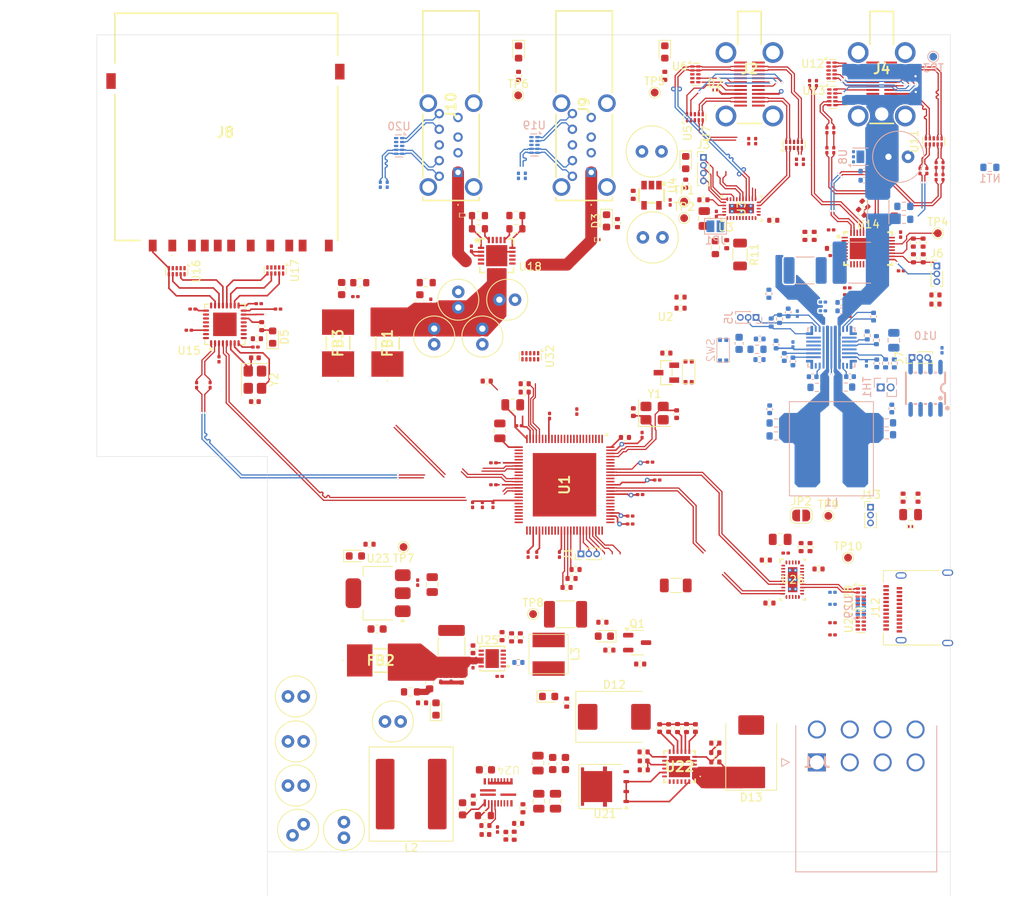
<source format=kicad_pcb>
(kicad_pcb (version 20241229) (generator "pcbnew") (generator_version "9.0")
  (layers (0 "F.Cu" signal) (4 "In1.Cu" power) (6 "In2.Cu" power) (8 "In3.Cu" power) (10 "In4.Cu" power) (2 "B.Cu" signal) (13 "F.Paste" user) (15 "B.Paste" user) (5 "F.SilkS" user "F.Silkscreen") (7 "B.SilkS" user "B.Silkscreen") (1 "F.Mask" user) (3 "B.Mask" user) (25 "Edge.Cuts" user))
  (net 0 "")
  (net 1 "GND")
  (net 2 "VCORE")
  (net 3 "+3V3")
  (net 4 "/USB-C1/USB-C1.TX1+")
  (net 5 "/USB-C1/USB-C1.TX1-")
  (net 6 "/USB-C1/USB-C1.TX2+")
  (net 7 "/USB-C1/USB-C1.TX2-")
  (net 8 "VBUS_C1")
  (net 9 "+3V3_LDO")
  (net 10 "+1V5_LDO")
  (net 11 "+5V_LDO")
  (net 12 "PGND")
  (net 13 "+12V")
  (net 14 "+5V_USB_C_SD")
  (net 15 "Net-(U9-SW2)")
  (net 16 "Net-(C41-Pad1)")
  (net 17 "Net-(C42-Pad1)")
  (net 18 "Net-(U9-SW1)")
  (net 19 "Net-(C43-Pad1)")
  (net 20 "/USB-C2/TVSP")
  (net 21 "Net-(U9-CSP)")
  (net 22 "Net-(U9-CSN{slash}BUS)")
  (net 23 "Net-(C44-Pad1)")
  (net 24 "Net-(U9-OUT)")
  (net 25 "VBUS")
  (net 26 "/USB-C2/USB-C2.CC1")
  (net 27 "/USB-C2/USB-C2.CC2")
  (net 28 "Net-(C47-Pad1)")
  (net 29 "Net-(C57-Pad2)")
  (net 30 "Net-(C58-Pad2)")
  (net 31 "Net-(C59-Pad2)")
  (net 32 "/USB-C2/USB3_IN.TX1-")
  (net 33 "/USB-C2/TX1-")
  (net 34 "/USB-C2/USB3_IN.TX1+")
  (net 35 "/USB-C2/TX1+")
  (net 36 "/USB-C2/RX1-")
  (net 37 "/USB-C2/USB3_IN.RX1-")
  (net 38 "/USB-C2/RX1+")
  (net 39 "/USB-C2/USB3_IN.RX1+")
  (net 40 "+3V3_SD")
  (net 41 "+1V2_SD")
  (net 42 "/SD-interface/XIN")
  (net 43 "/SD-interface/XOUT")
  (net 44 "Net-(C60-Pad2)")
  (net 45 "VBUS_UP")
  (net 46 "/SD-interface/LED")
  (net 47 "VBUS-A1")
  (net 48 "/USB-A1/USB-A1.D-")
  (net 49 "/USB-A1/USB-A1.D+")
  (net 50 "VBUS-A2")
  (net 51 "/USB-A1/USB-A2.D-")
  (net 52 "/USB-A1/USB-A2.D+")
  (net 53 "Net-(J1-Pin_1)")
  (net 54 "Net-(J1-Pin_4)")
  (net 55 "/USB7206C/CFG_BC_EN")
  (net 56 "Net-(J1-Pin_5)")
  (net 57 "/USB7206C/CFG_NON_REM")
  (net 58 "/USB-C1/USB-C1.RX2-")
  (net 59 "/USB-C1/USB-C1.CC2")
  (net 60 "/USB-C1/USB3_IN.D+")
  (net 61 "/USB-C1/USB3_IN.D-")
  (net 62 "/USB-C1/USB-C1.RX1-")
  (net 63 "/USB-C1/USB-C1.CC1")
  (net 64 "/USB-C1/USB-C1.RX1+")
  (net 67 "/USB-C1/USB-C1.RX2+")
  (net 68 "/USB-C1/I2C_HD3SS3220.INT_N")
  (net 69 "/USB-C1/I2C_HD3SS3220.SCL")
  (net 70 "/USB-C1/I2C_HD3SS3220.SDA")
  (net 71 "/USB-C2/USB-C2.TX1-")
  (net 73 "/USB-C2/USB-C2.TX2-")
  (net 74 "/USB-C2/USB-C2.RX1-")
  (net 75 "/USB-C2/USB3_IN.D+")
  (net 76 "/USB-C2/USB3_IN.D-")
  (net 77 "/USB-C2/USB-C2.TX2+")
  (net 78 "/USB-C2/USB-C2.RX1+")
  (net 79 "/USB-C2/USB-C2.RX2-")
  (net 80 "/USB-C2/USB-C2.TX1+")
  (net 82 "/USB-C2/USB-C2.RX2+")
  (net 83 "/USB-C2/I2C2_TPS.SCL")
  (net 84 "/USB-C2/I2C2_TPS.SDA")
  (net 85 "/USB-C2/FLIP")
  (net 86 "/USB-C2/AEQENZ")
  (net 87 "/USB-C2/EEPROM_TPS.SDA")
  (net 88 "/USB-C2/EEPROM_TPS.SCL")
  (net 89 "SD_VDD")
  (net 90 "/SD-interface/SD_CD")
  (net 91 "/SD-interface/SD_CK")
  (net 92 "/SD-interface/SD_D0")
  (net 93 "/SD-interface/SD_D2")
  (net 94 "/SD-interface/SD_CM")
  (net 95 "/SD-interface/SD_WP")
  (net 96 "/SD-interface/SD_D3")
  (net 97 "/SD-interface/SD_D1")
  (net 98 "/USB-A1/USB-A1.TX1+")
  (net 99 "/USB-A1/USB-A1.RX1-")
  (net 100 "/USB-A1/USB-A1.RX1+")
  (net 101 "/USB-A1/USB-A1.TX1-")
  (net 102 "/USB-A1/USB-A2.TX1+")
  (net 103 "/USB-A1/USB-A2.RX1-")
  (net 104 "/USB-A1/USB-A2.TX1-")
  (net 105 "/USB-A1/USB-A2.RX1+")
  (net 108 "/USB-C1/ADDR")
  (net 109 "Net-(U9-BOOT2)")
  (net 110 "Net-(U9-BOOT1)")
  (net 111 "/SD-interface/TX1-")
  (net 112 "/SD-interface/TX1+")
  (net 113 "/USB7206C/RESET_N")
  (net 114 "/USB7206C/CFG_STRAP3")
  (net 115 "Net-(U3-VBUS_DET)")
  (net 116 "Net-(U3-DIR)")
  (net 117 "Net-(U3-PORT)")
  (net 118 "Net-(U3-CURRENT_MODE)")
  (net 119 "+5V_USB_A")
  (net 120 "Net-(C85-Pad2)")
  (net 121 "Net-(U9-EN{slash}UVLO)")
  (net 122 "Net-(U9-GPIO5|NTC)")
  (net 123 "/USB-C2/MODE")
  (net 124 "/USB-C2/AEQCFG")
  (net 125 "/USB-C2/SSEQ0")
  (net 126 "/USB-C2/SSEQ1")
  (net 127 "/SD-interface/RTERM")
  (net 128 "Net-(U22-NRETRY)")
  (net 129 "Net-(U22-RETRY_DLY)")
  (net 130 "Net-(U22-dVdt)")
  (net 131 "Net-(U22-ITIMER)")
  (net 132 "Net-(C91-Pad2)")
  (net 133 "+5V_Power")
  (net 134 "Net-(C93-Pad2)")
  (net 135 "/USB-C1/ID")
  (net 136 "/USB-C1/VCONN_FAULT_N")
  (net 137 "/USB-C2/EN")
  (net 138 "/SD-interface/USB-SD.D-")
  (net 139 "/USB-C1/USB3_IN.RX1+")
  (net 140 "/USB7206C/CFG_STRAP1")
  (net 141 "/USB7206C/XTALI")
  (net 142 "/SD-interface/USB-SD.RX1+")
  (net 143 "/USB7206C/XTALO")
  (net 144 "Net-(J1-Pin_6)")
  (net 145 "/SD-interface/USB-SD.TX1+")
  (net 146 "/SD-interface/USB-SD.RX1-")
  (net 147 "/USB-C1/USB3_IN.RX1-")
  (net 148 "/SD-interface/USB-SD.D+")
  (net 149 "/USB-C1/USB3_IN.TX1+")
  (net 150 "/USB7206C/CFG_STRAP2")
  (net 151 "/SD-interface/USB-SD.TX1-")
  (net 152 "/USB-C1/USB3_IN.TX1-")
  (net 153 "Net-(U24-SW)")
  (net 154 "Net-(U24-BST)")
  (net 155 "/USB-C1/~{FLT}")
  (net 171 "/USB-C2/EQCFG")
  (net 172 "+5V_prefiltered")
  (net 181 "Net-(U24-FB)")
  (net 182 "Net-(U24-VCC)")
  (net 183 "Net-(U24-SS)")
  (net 184 "AGND")
  (net 185 "Net-(U25-SS)")
  (net 186 "Net-(U26-TX1P)")
  (net 187 "/USB-C_UP1/USB-C1.TX1+")
  (net 188 "Net-(U26-TX1N)")
  (net 189 "/USB-C_UP1/USB-C1.TX1-")
  (net 190 "/USB-C_UP1/USB-C1.TX2+")
  (net 191 "Net-(U26-TX2P)")
  (net 192 "Net-(U26-TX2N)")
  (net 193 "/USB-C_UP1/USB-C1.TX2-")
  (net 194 "Net-(D3-A)")
  (net 195 "Net-(D4-A)")
  (net 196 "Net-(D5-A)")
  (net 197 "Net-(D6-A)")
  (net 198 "Net-(D7-A)")
  (net 199 "Net-(D13-C)")
  (net 200 "Net-(D14-K)")
  (net 201 "Net-(D14-A)")
  (net 202 "Net-(D15-A)")
  (net 203 "Net-(D16-A)")
  (net 204 "Net-(D17-A)")
  (net 205 "/USB-C_UP1/USB-C1.RX1-")
  (net 206 "/USB-C_UP1/USB-C1.RX2+")
  (net 207 "/USB-C_UP1/USB-C1.CC2")
  (net 208 "/USB-C_UP1/USB3_IN.D-")
  (net 209 "/USB-C_UP1/USB-C1.RX2-")
  (net 210 "/USB-C_UP1/USB3_IN.D+")
  (net 211 "/USB-C_UP1/USB-C1.RX1+")
  (net 212 "/USB-C_UP1/USB-C1.CC1")
  (net 213 "/USB-C_UP1/I2C_HD3SS3220.SDA")
  (net 214 "/USB-C_UP1/I2C_HD3SS3220.SCL")
  (net 215 "/USB-C_UP1/I2C_HD3SS3220.INT_N")
  (net 216 "/USB-C_UP1/ADDR")
  (net 217 "Net-(U25-SW)")
  (net 218 "Net-(Q1-B)")
  (net 219 "Net-(U1-RBIAS)")
  (net 220 "Net-(U1-TEST1)")
  (net 221 "Net-(U1-TEST2)")
  (net 222 "Net-(U1-TEST3)")
  (net 223 "/USB7206C/VBUS_DET")
  (net 224 "Net-(R28-Pad2)")
  (net 225 "Net-(U14-~{SLP_S0})")
  (net 226 "Net-(U18-PWR_EN1)")
  (net 227 "/USB-A1/PRT_EN1")
  (net 228 "Net-(U18-ALERT#1)")
  (net 229 "Net-(U18-PWR_EN2)")
  (net 230 "Net-(U18-ALERT#2)")
  (net 231 "/USB-A1/PRT_EN2")
  (net 232 "Net-(U22-PG)")
  (net 233 "Net-(U22-EN{slash}UVLO)")
  (net 234 "Net-(U21-G)")
  (net 235 "Net-(U22-OVLO)")
  (net 236 "Net-(U22-ILIM)")
  (net 237 "Net-(U22-IMON)")
  (net 238 "Net-(U24-EN)")
  (net 239 "Net-(U24-PGOOD)")
  (net 240 "Net-(U24-MODE)")
  (net 241 "Net-(U24-CS)")
  (net 242 "Net-(U25-EN)")
  (net 243 "Net-(U25-FB)")
  (net 244 "Net-(U25-PG)")
  (net 245 "Net-(U26-VBUS_DET)")
  (net 246 "Net-(U26-DIR)")
  (net 247 "Net-(U26-PORT)")
  (net 248 "/USB-C_UP1/ID")
  (net 249 "/USB-C_UP1/VCONN_FAULT_N")
  (net 253 "/USB-C_UP1/USB3_IN.RX1-")
  (net 257 "/USB-C_UP1/USB3_IN.TX1+")
  (net 260 "/USB-C_UP1/USB3_IN.RX1+")
  (net 274 "/USB7206C/DN3TX+")
  (net 276 "/USB-C_UP1/USB3_IN.TX1-")
  (net 281 "Net-(U21-S-Pad1)")
  (net 283 "/USB-C2/CTX2+")
  (net 284 "/USB-C2/CTX2-")
  (net 285 "/USB-C2/CTX1+")
  (net 286 "/USB-C2/CTX1-")
  (net 287 "/USB-C2/CRX2+")
  (net 288 "/USB-C2/CRX2-")
  (net 289 "/USB-C2/CRX1+")
  (net 290 "/USB-C2/CRX1-")
  (net 291 "/USB7206C/DN3TX-")
  (net 292 "/USB7206C/DN2TX+")
  (net 293 "/USB7206C/DN2TX-")
  (net 295 "/USB-C1/TX1+")
  (net 296 "/USB-C1/TX1-")
  (net 297 "/USB-C1/TX2+")
  (net 298 "/USB-C1/TX2-")
  (footprint "Package_SON:USON-10_2.5x1.0mm_P0.5mm" (layer "F.Cu") (at 134.9682 95.9212)
    (property "Reference" "U28")
    (property "Value" "TPD4E02B04DQA")
  )
  (footprint "Capacitor_SMD:C_0201_0603Metric" (layer "F.Cu") (at 85.2652 51.5232 -90)
    (property "Reference" "C84" (hide yes))
    (property "Value" "0.1uF" (hide yes))
  )
  (footprint "Capacitor_THT:C_Radial_D5.0mm_H11.0mm_P2.00mm" (layer "F.Cu") (at 83.5914 59.039001 90)
    (property "Reference" "C80" (hide yes))
    (property "Value" "47uF" (hide yes))
  )
  (footprint "Resistor_SMD:R_0402_1005Metric" (layer "F.Cu") (at 131.1636 51.4858)
    (property "Reference" "R43" (hide yes))
    (property "Value" "1k")
  )
  (footprint "Capacitor_SMD:C_0201_0603Metric" (layer "F.Cu") (at 127.644091 40.434828 90)
    (property "Reference" "C28" (hide yes))
    (property "Value" "100nF" (hide yes))
  )
  (footprint "Capacitor_SMD:C_0201_0603Metric" (layer "F.Cu") (at 88.019 84.227 -90)
    (property "Reference" "C11" (hide yes))
    (property "Value" "0.1uF" (hide yes))
  )
  (footprint "Resistor_SMD:R_0402_1005Metric" (layer "F.Cu") (at 103.9114 48.26 90)
    (property "Reference" "R17" (hide yes))
    (property "Value" "5k")
  )
  (footprint "Capacitor_SMD:C_0402_1005Metric" (layer "F.Cu") (at 110.4347 112.7164 90)
    (property "Reference" "C88" (hide yes))
    (property "Value" "2.2nF" (hide yes))
  )
  (footprint "Package_SON:USON-10_2.5x1.0mm_P0.5mm" (layer "F.Cu") (at 47.6504 54.4028 -90)
    (property "Reference" "U16")
    (property "Value" "TPD4E02B04DQA")
  )
  (footprint "Package_DFN_QFN:MPS-QFN-21_3x4mm" (layer "F.Cu") (at 88.6776 120.9211 90)
    (property "Reference" "U24")
    (property "Value" "MP8795")
  )
  (footprint "Resistor_SMD:R_0201_0603Metric" (layer "F.Cu") (at 145.4658 40.8432 90)
    (property "Reference" "R41" (hide yes))
    (property "Value" "1")
  )
  (footprint "Resistor_SMD:R_0402_1005Metric" (layer "F.Cu") (at 102.8755 102.7667)
    (property "Reference" "R83" (hide yes))
    (property "Value" "10k")
  )
  (footprint "Capacitor_SMD:C_0201_0603Metric" (layer "F.Cu") (at 131.5212 38.9636 90)
    (property "Reference" "C59" (hide yes))
    (property "Value" "220nF" (hide yes))
  )
  (footprint "Package_SON:USON-10_2.5x1.0mm_P0.5mm" (layer "F.Cu") (at 131.2418 28.7782)
    (property "Reference" "U12")
    (property "Value" "TPD4E02B04DQA")
  )
  (footprint "SamacSys_Parts:7427934" (layer "F.Cu") (at 68.2498 63.5762 90)
    (property "Reference" "FB3")
    (property "Value" "7427934" (hide yes))
  )
  (footprint "Resistor_SMD:R_0402_1005Metric" (layer "F.Cu") (at 97.417 94.768 180)
    (property "Reference" "R2" (hide yes))
    (property "Value" "10k")
  )
  (footprint "Capacitor_SMD:C_0201_0603Metric" (layer "F.Cu") (at 88.8746 106.1184 180)
    (property "Reference" "C118" (hide yes))
    (property "Value" "0.1uF" (hide yes))
  )
  (footprint "Capacitor_SMD:C_0402_1005Metric" (layer "F.Cu") (at 111.4634 72.6478 90)
    (property "Reference" "C22" (hide yes))
    (property "Value" "18pF" (hide yes))
  )
  (footprint "Resistor_SMD:R_0603_1608Metric" (layer "F.Cu") (at 71.0184 55.867)
    (property "Reference" "R75" (hide yes))
    (property "Value" "2")
  )
  (footprint "Jumper:SolderJumper-2_P1.3mm_Open_RoundedPad1.0x1.5mm" (layer "F.Cu") (at 127.3632 85.5834)
    (property "Reference" "JP2")
    (property "Value" "Connect to I2C mode")
  )
  (footprint "Capacitor_SMD:C_0201_0603Metric" (layer "F.Cu") (at 53.0472 65.6359 -90)
    (property "Reference" "C77" (hide yes))
    (property "Value" "100nF" (hide yes))
  )
  (footprint "Connector_USB:USB_C_Receptacle_Amphenol_12401610E4-2A" (layer "F.Cu") (at 143.2232 97.369 90)
    (property "Reference" "J12")
    (property "Value" "USB_C_Receptacle")
  )
  (footprint "footprints:RNH0030A" (layer "F.Cu") (at 126.2752 93.777999)
    (property "Reference" "U26")
    (property "Value" "HD3SS3220IRNHR")
  )
  (footprint "Capacitor_SMD:C_0603_1608Metric" (layer "F.Cu") (at 79.9338 106.9312 -90)
    (property "Reference" "C91" (hide yes))
    (property "Value" "1uF" (hide yes))
  )
  (footprint "LED_SMD:LED_0603_1608Metric" (layer "F.Cu") (at 70.4596 90.7514)
    (property "Reference" "D17" (hide yes))
    (property "Value" "GREEN")
  )
  (footprint "Package_SON:USON-10_2.5x1.0mm_P0.5mm" (layer "F.Cu") (at 113.8553 29.2717)
    (property "Reference" "U6")
    (property "Value" "TPD4E02B04DQA")
  )
  (footprint "Resistor_SMD:R_0402_1005Metric" (layer "F.Cu") (at 57.8866 63.0174)
    (property "Reference" "R58" (hide yes))
    (property "Value" "680 1%")
  )
  (footprint "Capacitor_SMD:C_0201_0603Metric" (layer "F.Cu") (at 110.6424 45.6184 90)
    (property "Reference" "C30" (hide yes))
    (property "Value" "0.1uF" (hide yes))
  )
  (footprint "Resistor_SMD:R_0402_1005Metric" (layer "F.Cu") (at 140.3706 83.312 90)
    (property "Reference" "R5" (hide yes))
    (property "Value" "33k")
  )
  (footprint "Capacitor_SMD:C_0201_0603Metric" (layer "F.Cu") (at 86.669 84.227 -90)
    (property "Reference" "C12" (hide yes))
    (property "Value" "0.1uF" (hide yes))
  )
  (footprint "Capacitor_THT:C_Radial_D5.0mm_H11.0mm_P2.00mm" (layer "F.Cu") (at 63.853107 124.993193 -135)
    (property "Reference" "C111" (hide yes))
    (property "Value" "47uF" (hide yes))
  )
  (footprint "Capacitor_SMD:C_0603_1608Metric" (layer "F.Cu") (at 87.0566 118.0461)
    (property "Reference" "C105" (hide yes))
    (property "Value" "1uF" (hide yes))
  )
  (footprint "Capacitor_THT:C_Radial_D5.0mm_H11.0mm_P2.00mm" (layer "F.Cu") (at 63.853107 108.6823 180)
    (property "Reference" "C110" (hide yes))
    (property "Value" "47uF" (hide yes))
  )
  (footprint "Resistor_SMD:R_0402_1005Metric" (layer "F.Cu") (at 122.8504 91.273)
    (property "Reference" "R95" (hide yes))
    (property "Value" "4.7k")
  )
  (footprint "Capacitor_SMD:C_0201_0603Metric" (layer "F.Cu") (at 130.64236 38.9636 90)
    (property "Reference" "C60" (hide yes))
    (property "Value" "220nF" (hide yes))
  )
  (footprint "Resistor_SMD:R_0402_1005Metric" (layer "F.Cu") (at 109.9566 29.464 90)
    (property "Reference" "R64" (hide yes))
    (property "Value" "1.5k")
  )
  (footprint "Connector_PinHeader_1.00mm:PinHeader_1x03_P1.00mm_Vertical" (layer "F.Cu") (at 99.2524 90.4812 90)
    (property "Reference" "J1")
    (property "Value" "USB_SPI_(Opt)")
  )
  (footprint "Resistor_SMD:R_0402_1005Metric" (layer "F.Cu") (at 129.5772 92.412999)
    (property "Reference" "R94" (hide yes))
    (property "Value" "200k")
  )
  (footprint "Capacitor_SMD:C_0201_0603Metric" (layer "F.Cu") (at 85.419 84.227 -90)
    (property "Reference" "C13" (hide yes))
    (property "Value" "0.1uF" (hide yes))
  )
  (footprint "Resistor_SMD:R_0402_1005Metric" (layer "F.Cu") (at 135.509 45.8216 -45)
    (property "Reference" "R54" (hide yes))
    (property "Value" "R")
  )
  (footprint "Resistor_SMD:R_0201_0603Metric" (layer "F.Cu") (at 130.64236 36.3982 90)
    (property "Reference" "R49" (hide yes))
    (property "Value" "1")
  )
  (footprint "Resistor_SMD:R_0402_1005Metric" (layer "F.Cu") (at 98.052 93.625 180)
    (property "Reference" "R3" (hide yes))
    (property "Value" "10k")
  )
  (footprint "Capacitor_SMD:C_0201_0603Metric" (layer "F.Cu") (at 57.6972 64.0859)
    (property "Reference" "C72" (hide yes))
    (property "Value" "100nF" (hide yes))
  )
  (footprint "Connector_PinHeader_1.00mm:PinHeader_1x03_P1.00mm_Vertical" (layer "F.Cu") (at 136.214 84.5312)
    (property "Reference" "J13")
    (property "Value" "I2C_HD3SS3220")
  )
  (footprint "EasyEDA:X2SON-2_L0.6-W0.3-P0.35" (layer "F.Cu") (at 116.3574 31.2674 180)
    (property "Reference" "D2")
    (property "Value" "ESD441DPLR")
  )
  (footprint "Capacitor_SMD:C_0805_2012Metric" (layer "F.Cu") (at 124.6812 88.6314)
    (property "Reference" "C121" (hide yes))
    (property "Value" "100uF" (hide yes))
  )
  (footprint "Capacitor_SMD:C_0603_1608Metric" (layer "F.Cu") (at 97.2708 117.2412 90)
    (property "Reference" "C100" (hide yes))
    (property "Value" "1uF" (hide yes))
  )
  (footprint "Resistor_SMD:R_0402_1005Metric" (layer "F.Cu") (at 111.9612 57.7088)
    (property "Reference" "R18" (hide yes))
    (property "Value" "4.7k")
  )
  (footprint "Resistor_SMD:R_0402_1005Metric" (layer "F.Cu") (at 87.0566 125.1581 180)
    (property "Reference" "R80" (hide yes))
    (property "Value" "243k")
  )
  (footprint "Resistor_SMD:R_0603_1608Metric" (layer "F.Cu") (at 116.4082 51.3974 90)
    (property "Reference" "R15" (hide yes))
    (property "Value" "500k")
  )
  (footprint "Resistor_SMD:R_0402_1005Metric" (layer "F.Cu") (at 78.9686 109.4967)
    (property "Reference" "R85" (hide yes))
    (property "Value" "1.5k")
  )
  (footprint "Resistor_SMD:R_0402_1005Metric" (layer "F.Cu") (at 105.918 44.6532 90)
    (property "Reference" "R16" (hide yes))
    (property "Value" "10k")
  )
  (footprint "Capacitor_SMD:C_0201_0603Metric" (layer "F.Cu") (at 78.4098 94.1512 -90)
    (property "Reference" "C103" (hide yes))
    (property "Value" "0.1uF" (hide yes))
  )
  (footprint "Capacitor_SMD:C_0402_1005Metric" (layer "F.Cu") (at 109.2917 112.7164 90)
    (property "Reference" "C87" (hide yes))
    (property "Value" "2.2nF" (hide yes))
  )
  (footprint "EasyEDA:HQFN-32_L5.0-W5.0-P0.50-BL-EP3.0" (layer "F.Cu") (at 53.7972 61.1859)
    (property "Reference" "U15")
    (property "Value" "GL3224-OIY04")
  )
  (footprint "Resistor_SMD:R_0402_1005Metric" (layer "F.Cu") (at 107.2707 118.0504)
    (property "Reference" "R69" (hide yes))
    (property "Value" "200")
  )
  (footprint "Capacitor_SMD:C_0805_2012Metric" (layer "F.Cu") (at 80.264 94.4012 -90)
    (property "Reference" "C102" (hide yes))
    (property "Value" "4.7uF" (hide yes))
  )
  (footprint "Capacitor_SMD:C_0402_1005Metric" (layer "F.Cu") (at 83.9978 106.4232 -90)
    (property "Reference" "C119" (hide yes))
    (property "Value" "2.2uF" (hide yes))
  )
  (footprint "Capacitor_SMD:C_0805_2012Metric" (layer "F.Cu") (at 114.9858 47.6758 90)
    (property "Reference" "C23" (hide yes))
    (property "Value" "100uF" (hide yes))
  )
  (footprint "Capacitor_SMD:C_0201_0603Metric" (layer "F.Cu") (at 88.0792 81.661 180)
    (property "Reference" "C3" (hide yes))
    (property "Value" "0.1uF" (hide yes))
  )
  (footprint "Capacitor_SMD:C_0201_0603Metric" (layer "F.Cu") (at 80.0862 58.3036 90)
    (property "Reference" "C86" (hide yes))
    (property "Value" "0.1uF" (hide yes))
  )
  (footprint "Capacitor_THT:C_Radial_D5.0mm_H11.0mm_P2.00mm" (layer "F.Cu") (at 68.9972 124.7189 -90)
    (property "Reference" "C107" (hide yes))
    (property "Value" "47uF" (hide yes))
  )
  (footprint "Capacitor_SMD:C_0603_1608Metric" (layer "F.Cu") (at 68.707 56.6166 90)
    (property "Reference" "C93" (hide yes))
    (property "Value" "1uF" (hide yes))
  )
  (footprint "Resistor_SMD:R_1206_3216Metric" (layer "F.Cu") (at 119.5578 52.2732 -90)
    (property "Reference" "R11")
    (property "Value" "900k")
  )
  (footprint "Resistor_SMD:R_0402_1005Metric" (layer "F.Cu") (at 92.067 69.831 180)
    (property "Reference" "R10" (hide yes))
    (property "Value" "200k")
  )
  (footprint "Resistor_SMD:R_0402_1005Metric" (layer "F.Cu") (at 129.0247 49.8922 -90)
    (property "Reference" "R55" (hide yes))
    (property "Value" "R")
  )
  (footprint "Connector_PinHeader_1.00mm:PinHeader_1x03_P1.00mm_Vertical" (layer "F.Cu") (at 141.5034 65.421 90)
    (property "Reference" "J7")
    (property "Value" "I2C_EEPROM")
  )
  (footprint "Capacitor_SMD:C_0201_0603Metric" (layer "F.Cu") (at 82.677 106.4232 -90)
    (property "Reference" "C116" (hide yes))
    (property "Value" "0.1uF" (hide yes))
  )
  (footprint "Capacitor_SMD:C_0603_1608Metric" (layer "F.Cu") (at 73.2282 100.0732 180)
    (property "Reference" "C101" (hide yes))
    (property "Value" "1uF" (hide yes))
  )
  (footprint "Capacitor_THT:C_Radial_D5.0mm_H11.0mm_P2.00mm" (layer "F.Cu") (at 86.6648 61.738 -90)
    (property "Reference" "C83" (hide yes))
    (property "Value" "47uF" (hide yes))
  )
  (footprint "Capacitor_SMD:C_0603_1608Metric" (layer "F.Cu") (at 84.1356 123.0265 90)
    (property "Reference" "C95" (hide yes))
    (property "Value" "1uF" (hide yes))
  )
  (footprint "Inductor_SMD:L_6.3x6.3_H3" (layer "F.Cu") (at 95.123 103.2716 90)
    (property "Reference" "L3")
    (property "Value" "1.5uH")
  )
  (footprint "EasyEDA:SOT-23-3_L2.9-W1.3-P1.90-LS2.4-BR" (layer "F.Cu") (at 110.1538 67.3526)
    (property "Reference" "U2")
    (property "Value" "MIC803-29D4VM3-TR")
  )
  (footprint "Capacitor_SMD:C_0201_0603Metric" (layer "F.Cu") (at 85.471 104.696 -90)
    (property "Reference" "C115" (hide yes))
    (property "Value" "0.1uF" (hide yes))
  )
  (footprint "Package_SON:USON-10_2.5x1.0mm_P0.5mm" (layer "F.Cu") (at 144.2829 37.8335 90)
    (property "Reference" "U11")
    (property "Value" "TPD4E02B04DQA")
  )
  (footprint "LED_SMD:LED_0603_1608Metric" (layer "F.Cu") (at 112.6236 40.5364 -90)
    (property "Reference" "D4" (hide yes))
    (property "Value" "GREEN")
  )
  (footprint "Capacitor_SMD:C_0805_2012Metric" (layer "F.Cu") (at 93.7656 117.1904 90)
    (property "Reference" "C97" (hide yes))
    (property "Value" "10uF" (hide yes))
  )
  (footprint "SamacSys_Parts:USB420003A" (layer "F.Cu") (at 137.6426 28.575 180)
    (property "Reference" "J4")
    (property "Value" "USB_C_Receptacle" (hide yes))
  )
  (footprint "Capacitor_SMD:C_0201_0603Metric" (layer "F.Cu") (at 131.3614 100.8234)
    (property "Reference" "C124" (hide yes))
    (property "Value" "100nF" (hide yes))
  )
  (footprint "Capacitor_SMD:C_0402_1005Metric" (layer "F.Cu") (at 105.9384 72.3878 -90)
    (property "Reference" "C21" (hide yes))
    (property "Value" "18pF" (hide yes))
  )
  (footprint "SamacSys_Parts:SD2A" (layer "F.Cu") (at 53.8692 36.6776 180)
    (property "Reference" "J8")
    (property "Value" "SD_Card_Receptacle" (hide yes))
  )
  (footprint "Capacitor_SMD:C_0201_0603Metric" (layer "F.Cu") (at 70.4596 57.645)
    (property "Reference" "C94" (hide yes))
    (property "Value" "0.1uF" (hide yes))
  )
  (footprint "Capacitor_SMD:C_0201_0603Metric" (layer "F.Cu") (at 91.341 74.124)
    (property "Reference" "C1" (hide yes))
    (property "Value" "0.1uF" (hide yes))
  )
  (footprint "Resistor_SMD:R_0402_1005Metric" (layer "F.Cu") (at 89.1794 100.9856 90)
    (property "Reference" "R91" (hide yes))
    (property "Value" "10k")
  )
  (footprint "Resistor_SMD:R_0201_0603Metric" (layer "F.Cu") (at 143.4084 41.6052 90)
    (property "Reference" "R53" (hide yes))
    (property "Value" "1")
  )
  (footprint "Capacitor_SMD:C_0201_0603Metric" (layer "F.Cu") (at 140.1064 54.356)
    (property "Reference" "C67" (hide yes))
    (property "Value" "100nF" (hide yes))
  )
  (footprint "Resistor_SMD:R_0402_1005Metric" (layer "F.Cu") (at 90.7304 126.4623 -90)
    (property "Reference" "R78" (hide yes))
    (property "Value" "5k")
  )
  (footprint "Capacitor_SMD:C_0201_0603Metric" (layer "F.Cu") (at 88.5968 125.6661 -90)
    (property "Reference" "C112" (hide yes))
    (property "Value" "100nF" (hide yes))
  )
  (footprint "Capacitor_SMD:C_0201_0603Metric" (layer "F.Cu") (at 116.5352 47.0916 90)
    (property "Reference" "C24" (hide yes))
    (property "Value" "100nF" (hide yes))
  )
  (footprint "Capacitor_SMD:C_0402_1005Metric" (layer "F.Cu") (at 57.6326 71.0438)
    (property "Reference" "C79" (hide yes))
    (property "Value" "18pF" (hide yes))
  )
  (footprint "Resistor_SMD:R_0603_1608Metric" (layer "F.Cu") (at 79.502 55.8592)
    (property "Reference" "R68" (hide yes))
    (property "Value" "2")
  )
  (footprint "Resistor_SMD:R_0402_1005Metric" (layer "F.Cu") (at 101.9865 99.2107 180)
    (property "Reference" "R82" (hide yes))
    (property "Value" "560")
  )
  (footprint "Resistor_SMD:R_0603_1608Metric" (layer "F.Cu") (at 90.944 47.2936)
    (property "Reference" "R63" (hide yes))
    (property "Value" "0")
  )
  (footprint "TestPoint:TestPoint_Pad_D1.0mm" (layer "F.Cu") (at 112.4204 45.5168)
    (property "Reference" "TP1")
    (property "Value" "0 when there is a connected device & port is fuctioning as DFP")
  )
  (footprint "SamacSys_Parts:USB420003A" (layer "F.Cu") (at 120.7576 28.575 180)
    (property "Reference" "J2")
    (property "Value" "USB_C_Receptacle" (hide yes))
  )
  (footprint "Package_TO_SOT_SMD:SOT-23-3" (layer "F.Cu") (at 106.426 101.8117)
    (property "Reference" "Q1")
    (property "Value" "MMBT2222A")
  )
  (footprint "EasyEDA:ultra_small_switch_1.6x3.0mm" (layer "F.Cu") (at 112.9966 67.2402 -90)
    (property "Reference" "SW1" (hide yes))
    (property "Value" "RESET_HUB")
  )
  (footprint "Capacitor_SMD:C_0201_0603Metric" (layer "F.Cu") (at 51.9176 68.9356 90)
    (property "Reference" "C75" (hide yes))
    (property "Value" "330nF" (hide yes))
  )
  (footprint "Capacitor_THT:C_Radial_D6.3mm_H11.0mm_P2.50mm" (layer "F.Cu") (at 109.5356 39.116 180)
    (property "Reference" "C31" (hide yes))
    (property "Value" "120uF" (hide yes))
  )
  (footprint "Capacitor_SMD:C_0201_0603Metric" (layer "F.Cu") (at 49.1972 61.9359 180)
    (property "Reference" "C73" (hide yes))
    (property "Value" "100nF" (hide yes))
  )
  (footprint "Capacitor_THT:C_Radial_D5.0mm_H11.0mm_P2.00mm" (layer "F.Cu") (at 80.518 61.738 -90)
    (property "Reference" "C82" (hide yes))
    (property "Value" "47uF" (hide yes))
  )
  (footprint "Package_SON:USON-10_2.5x1.0mm_P0.5mm" (layer "F.Cu") (at 134.9682 99.1325)
    (property "Reference" "U27")
    (property "Value" "TPD4E02B04DQA" (hide yes))
  )
  (footprint "LED_SMD:LED_0603_1608Metric" (layer "F.Cu") (at 102.2405 100.9887 180)
    (property "Reference" "D14" (hide yes))
    (property "Value" "GREEN")
  )
  (footprint "TestPoint:TestPoint_Pad_D1.0mm" (layer "F.Cu") (at 93.1418 98.1682)
    (property "Reference" "TP8")
    (property "Value" "VCORE")
  )
  (footprint "Resistor_SMD:R_0402_1005Metric" (layer "F.Cu") (at 114.8842 45.2882)
    (property "Reference" "R13" (hide yes))
    (property "Value" "200k")
  )
  (footprint "Capacitor_SMD:C_0402_1005Metric" (layer "F.Cu") (at 85.471 102.662 -90)
    (property "Reference" "C120" (hide yes))
    (property "Value" "470pF" (hide yes))
  )
  (footprint "Capacitor_SMD:C_0201_0603Metric" (layer "F.Cu") (at 133.2484 57.404)
    (property "Reference" "C62" (hide yes))
    (property "Value" "220nF" (hide yes))
  )
  (footprint "Capacitor_SMD:C_0201_0603Metric" (layer "F.Cu") (at 81.3562 106.4232 -90)
    (property "Reference" "C92" (hide yes))
    (property "Value" "0.1uF" (hide yes))
  )
  (footprint "EasyEDA:X2SON-2_L0.6-W0.3-P0.35" (layer "F.Cu") (at 101.4222 50.3682)
    (property "Reference" "D8" (hide yes))
    (property "Value" "ESD441DPLR")
  )
  (footprint "Capacitor_SMD:C_0201_0603Metric" (layer "F.Cu") (at 108.9834 81.0578)
    (property "Reference" "C16" (hide yes))
    (property "Value" "0.1uF" (hide yes))
  )
  (footprint "Capacitor_SMD:C_0201_0603Metric" (layer "F.Cu") (at 58.1152 58.547)
    (property "Reference" "C76" (hide yes))
    (property "Value" "100nF" (hide yes))
  )
  (footprint "Resistor_SMD:R_0402_1005Metric" (layer "F.Cu") (at 91.2876 29.464 90)
    (property "Reference" "R65" (hide yes))
    (property "Value" "1.5k")
  )
  (footprint "LED_SMD:LED_0603_1608Metric" (layer "F.Cu") (at 91.2876 26.416 -90)
    (property "Reference" "D7" (hide yes))
    (property "Value" "GREEN")
  )
  (footprint "Capacitor_SMD:C_0402_1005Metric" (layer "F.Cu") (at 107.2467 116.9074 180)
    (property "Reference" "C89" (hide yes))
    (property "Value" "8.20nF" (hide yes))
  )
  (footprint "Resistor_SMD:R_0201_0603Metric" (layer "F.Cu") (at 142.52956 41.6052 90)
    (property "Reference" "R52" (hide yes))
    (property "Value" "1")
  )
  (footprint "Capacitor_SMD:C_0805_2012Metric" (layer "F.Cu") (at 96.0008 122.052 -90)
    (property "Reference" "C96" (hide yes))
    (property "Value" "10uF" (hide yes))
  )
  (footprint "EasyEDA:TSOT-23-5_L2.9-W1.6-P0.95-LS2.8-BR" (layer "F.Cu") (at 108.2548 44.704 90)
    (property "Reference" "U4")
    (property "Value" "TPS2068EDBVR")
  )
  (footprint "Capacitor_SMD:C_0402_1005Metric" (layer "F.Cu") (at 87.0566 126.3011 180)
    (property "Reference" "C113" (hide yes))
    (property "Value" "22nF" (hide yes))
  )
  (footprint "Resistor_SMD:R_0402_1005Metric" (layer "F.Cu") (at 116.4017 117.0504 180)
    (property "Reference" "R67" (hide yes))
    (property "Value" "499k")
  )
  (footprint "Capacitor_SMD:C_0201_0603Metric" (layer "F.Cu") (at 107.053 75.3174 90)
    (property "Reference" "C15" (hide yes))
    (property "Value" "0.1uF" (hide yes))
  )
  (footprint "Inductor_SMD:L_Coilcraft_XAL1010-XXX" (layer "F.Cu") (at 77.5824 121.1469 180)
    (property "Reference" "L2")
    (property "Value" "4.7uH")
  )
  (footprint "Capacitor_SMD:C_0201_0603Metric" (layer "F.Cu") (at 105.529 85.6552)
    (property "Reference" "C17" (hide yes))
    (property "Value" "0.1uF" (hide yes))
  )
  (footprint "Resistor_SMD:R_0402_1005Metric" (layer "F.Cu") (at 142.2756 83.312 90)
    (property "Reference" "R6" (hide yes))
    (property "Value" "50k")
  )
  (footprint "Capacitor_SMD:C_0402_1005Metric" (layer "F.Cu") (at 113.8637 112.7164 90)
    (property "Reference" "C90" (hide yes))
    (property "Value" "4.7nF" (hide yes))
  )
  (footprint "EasyEDA:QFN-20_L4.0-W4.0-P0.50-BL-EP2.7" (layer "F.Cu") (at 88.4976 52.4216 -90)
    (property "Reference" "U18")
    (property "Value" "UCS2114-1-V/G4")
  )
  (footprint "Package_SO:PowerPAK_SO-8L_Single" (layer "F.Cu") (at 102.3177 120.1874 180)
    (property "Reference" "U21")
    (property "Value" "SiRA80DP")
  )
  (footprint "Resistor_SMD:R_0402_1005Metric" (layer "F.Cu") (at 141.694485 52.75226 -90)
    (property "Reference" "R46" (hide yes))
    (property "Value" "R")
  )
  (footprint "Resistor_SMD:R_0603_1608Metric" (layer "F.Cu") (at 86.1688 48.986 180)
    (property "Reference" "R61" (hide yes))
    (property "Value" "0")
  )
  (footprint "SamacSys_Parts:7427934" (layer "F.Cu") (at 73.6854 104.0844)
    (property "Reference" "FB2")
    (property "Value" "7427934" (hide yes))
  )
  (footprint "Resistor_SMD:R_0402_1005Metric" (layer "F.Cu") (at 116.3917 115.8494 180)
    (property "Reference" "R70" (hide yes))
    (property "Value" "27k")
  )
  (footprint "Resistor_SMD:R_0603_1608Metric" (layer "F.Cu") (at 86.9296 123.8901 180)
    (property "Reference" "R81" (hide yes))
    (property "Value" "8k")
  )
  (footprint "Resistor_SMD:R_0402_1005Metric" (layer "F.Cu") (at 104.8686 75.6222)
    (property "Reference" "R1" (hide yes))
    (property "Value" "12k 1%")
  )
  (footprint "TestPoint:TestPoint_Pad_D1.0mm" (layer "F.Cu") (at 133.3426 90.9682)
    (property "Reference" "TP10")
    (property "Value" "0 when overvurrent on VCONN detected")
  )
  (footprint "Resistor_SMD:R_0402_1005Metric" (layer "F.Cu") (at 141.673904 50.75017 90)
    (property "Reference" "R45" (hide yes))
    (property "Value" "DNP")
  )
  (footprint "Capacitor_SMD:C_0201_0603Metric" (layer "F.Cu") (at 144.58696 42.3926 90)
    (property "Reference" "C58" (hide yes))
    (property "Value" "220nF" (hide yes))
  )
  (footprint "Resistor_SMD:R_0402_1005Metric" (layer "F.Cu") (at 107.2467 115.7644)
    (property "Reference" "R66" (hide yes))
    (property "Value" "10k")
  )
  (footprint "Package_SON:USON-10_2.5x1.0mm_P0.5mm" (layer "F.Cu") (at 131.3434 32.2072)
    (property "Reference" "U13")
    (property "Value" "TPD4E02B04DQA")
  )
  (footprint "SamacSys_Parts:QFN40P1200X1200X90-101N-D" (layer "F.Cu") (at 97.155 81.661 -90)
    (property "Reference" "U1")
    (property "Value" "USB7206C/KDX" (hide yes))
  )
  (footprint "Package_TO_SOT_SMD:SOT-223-3_TabPin2" (layer "F.Cu") (at 73.3552 95.5012 180)
    (property "Reference" "U23")
    (property "Value" "AP7361C-33E")
  )
  (footprint "Package_SON:USON-10_2.5x1.0mm_P0.5mm" (layer "F.Cu") (at 113.792 34.7472 90)
    (property "Reference" "U5")
    (property "Value" "TPD4E02B04DQA")
  )
  (footprint "Capacitor_SMD:C_0201_0603Metric" (layer "F.Cu") (at 133.2484 60.1726)
    (property "Reference" "C64" (hide yes))
    (property "Value" "220nF" (hide yes))
  )
  (footprint "Capacitor_SMD:C_0201_0603Metric" (layer "F.Cu") (at 108.069 78.7718)
    (property "Reference" "C7" (hide yes))
    (property "Value" "0.1uF" (hide yes))
  )
  (footprint "LED_SMD:LED_0603_1608Metric" (layer "F.Cu") (at 59.8932 62.8142 90)
    (property "Reference" "D5")
    (property "Value" "GREEN")
  )
  (footprint "Capacitor_SMD:C_0201_0603Metric" (layer "F.Cu") (at 120.6698 37.80259 -90)
    (property "Reference" "C26" (hide yes))
    (property "Value" "100nF" (hide yes))
  )
  (footprint "Diode_SMD:D_SMC" (layer "F.Cu") (at 120.9827 115.7304 90)
    (property "Reference" "D13")
    (property "Value" "SMCJ12A")
  )
  (footprint "Capacitor_SMD:C_0201_0603Metric" (layer "F.Cu") (at 50.1904 68.9356 90)
    (property "Reference" "C74" (hide yes))
    (property "Value" "330nF" (hide yes))
  )
  (footprint "TestPoint:TestPoint_Pad_D1.0mm" (layer "F.Cu") (at 108.6612 31.5976)
    (property "Reference" "TP5")
    (property "Value" "VBUS-A1")
  )
  (footprint "Resistor_SMD:R_0402_1005Metric" (layer "F.Cu") (at 110.1538 64.8526)
    (property "Reference" "R8" (hide yes))
    (property "Value" "100k")
  )
  (footprint "Resistor_SMD:R_0402_1005Metric" (layer "F.Cu") (at 144.5006 57.4294)
    (property "Reference" "R40" (hide yes))
    (property "Value" "1k")
  )
  (footprint "Diode_SMD:D_SMC" (layer "F.Cu") (at 103.5075 111.2854)
    (property "Reference" "D12")
    (property "Value" "B520C-13-F")
  )
  (footprint "Capacitor_THT:C_Radial_D6.3mm_H11.0mm_P2.50mm" (layer "F.Cu") (at 109.6572 50.0888 180)
    (property "Reference" "C29" (hide yes))
    (property "Value" "150uF" (hide yes))
  )
  (footprint "Capacitor_SMD:C_0201_0603Metric" (layer "F.Cu") (at 131.3942 52.4002 180)
    (property "Reference" "C69" (hide yes))
    (property "Value" "100nF" (hide yes))
  )
  (footprint "Resistor_SMD:R_0402_1005Metric" (layer "F.Cu") (at 144.5006 58.5978)
    (property "Reference" "R39" (hide yes))
    (property "Value" "1k")
  )
  (footprint "Resistor_SMD:R_0402_1005Metric" (layer "F.Cu") (at 111.5777 112.7164 90)
    (property "Reference" "R73" (hide yes))
    (property "Value" "549 1%")
  )
  (footprint "Resistor_SMD:R_0402_1005Metric" (layer "F.Cu") (at 142.923904 50.75017 90)
    (property "Reference" "R50" (hide yes))
    (property "Value" "1k")
  )
  (footprint "Resistor_SMD:R_0603_1608Metric" (layer "F.Cu") (at 90.944 48.986)
    (property "Reference" "R62" (hide yes))
    (property "Value" "0")
  )
  (footprint "Resistor_SMD:R_0402_1005Metric" (layer "F.Cu") (at 127.8347 49.8922 -90)
    (property "Reference" "R57" (hide yes))
    (property "Value" "R")
  )
  (footprint "Capacitor_SMD:C_0805_2012Metric" (layer "F.Cu") (at 90.543 71.4566)
    (property "Reference" "C10" (hide yes))
    (property "Value" "4.7uF" (hide yes))
  )
  (footprint "Resistor_SMD:R_0402_1005Metric" (layer "F.Cu") (at 142.944485 52.75226 -90)
    (property "Reference" "R51" (hide yes))
    (property "Value" "R")
  )
  (footprint "TestPoint:TestPoint_Pad_D1.0mm" (layer "F.Cu") (at 130.828 85.6342)
    (property "Reference" "TP9")
    (property "Value" "0 when there is a connected device & port is fuctioning as DFP")
  )
  (footprint "EasyEDA:WQFN-40_L6.0-W4.0-P0.40-TL-EP" (layer "F.Cu") (at 135.9177 51.5112)
    (property "Reference" "U14")
    (property "Value" "TUSB1142IRNQR_C5216209")
  )
  (footprint "Resistor_SMD:R_0402_1005Metric" (layer "F.Cu") (at 98.56 92.482 180)
    (property "Reference" "R4" (hide yes))
    (property "Value" "10k")
  )
  (footprint "Capacitor_SMD:C_0201_0603Metric" (layer "F.Cu") (at 49.6824 59.2328 180)
    (property "Reference" "C71" (hide yes))
    (property "Value" "100nF" (hide yes))
  )
  (footprint "Resistor_SMD:R_0402_1005Metric" (layer "F.Cu") (at 91.5162 101.138 -90)
    (property "Reference" "R89" (hide yes))
    (property "Value" "10k")
  )
  (footprint "Resistor_SMD:R_0402_1005Metric" (layer "F.Cu") (at 97.4344 109.4743 90)
    (property "Reference" "R84" (hide yes))
    (property "Value" "4.7k")
  )
  (footprint "Resistor_SMD:R_0603_1608Metric" (layer "F.Cu") (at 77.4954 108.0996 180)
    (property "Reference" "R74" (hide yes))
    (property "Value" "2")
  )
  (footprint "Capacitor_SMD:C_0201_0603Metric" (layer "F.Cu") (at 96.505 90.577 -90)
    (property "Reference" "C14" (hide yes))
    (property "Value" "0.1uF" (hide yes))
  )
  (footprint "Resistor_SMD:R_0402_1005Metric" (layer "F.Cu") (at 112.7207 112.7164 90)
    (property "Reference" "R72" (hide yes))
    (property "Value" "100 1%")
  )
  (footprint "Resistor_SMD:R_0201_0603Metric" (layer "F.Cu") (at 144.58696 40.8432 90)
    (property "Reference" "R42" (hide yes))
    (property "Value" "1")
  )
  (footprint "TestPoint:TestPoint_Pad_D1.0mm" (layer "F.Cu") (at 76.6064 89.6084 180)
    (property "Reference" "TP7")
    (property "Value" "+3V3")
  )
  (footprint "Capacitor_SMD:C_0201_0603Metric" (layer "F.Cu") (at 145.4658 42.3926 90)
    (property "Reference" "C57" (hide yes))
    (property "Value" "220nF" (hide yes))
  )
  (footprint "TestPoint:TestPoint_Pad_D1.0mm" (layer "F.Cu") (at 91.2368 31.9532)
    (property "Reference" "TP6")
    (property "Value" "VBUS-A2")
  )
  (footprint "Crystal:Crystal_SMD_3225-4Pin_3.2x2.5mm" (layer "F.Cu") (at 108.6504 72.5148)
    (property "Reference" "Y1")
    (property "Value" "25MHz")
  )
  (footprint "Package_SON:USON-10_2.5x1.0mm_P0.5mm" (layer "F.Cu") (at 126.4506 38.2818 90)
    (property "Reference" "U7")
    (property "Value" "TPD4E02B04DQA")
  )
  (footprint "Capacitor_SMD:C_0805_2012Metric" (layer "F.Cu") (at 93.8672 122.052 -90)
    (property "Reference" "C98" (hide yes))
    (property "Value" "10uF" (hide yes))
  )
  (footprint "Resistor_SMD:R_0402_1005Metric" (layer "F.Cu") (at 90.3986 101.138 90)
    (property "Reference" "R90" (hide yes))
    (property "Value" "12k")
  )
  (footprint "Resistor_SMD:R_0402_1005Metric" (layer "F.Cu") (at 87.2236 68.4276 180)
    (property "Reference" "R7" (hide yes))
    (property "Value" "10k")
  )
  (footprint "TestPoint:TestPoint_Pad_D1.0mm" (layer "F.Cu") (at 112.4204 47.625)
    (property "Reference" "TP2")
    (property "Value" "0 when overvurrent on VCONN detected")
  )
  (footprint "Resistor_SMD:R_0402_1005Metric" (layer "F.Cu") (at 58.4962 61.4172 -90)
    (property "Reference" "R59" (hide yes))
    (property "Value" "560")
  )
  (footprint "Capacitor_SMD:C_0201_0603Metric" (layer "F.Cu") (at 60.579 59.2328)
    (property "Reference" "C70" (hide yes))
    (property "Value" "100nF" (hide yes))
  )
  (footprint "Capacitor_SMD:C_0201_0603Metric" (layer "F.Cu") (at 88.0792 78.861 180)
    (property "Reference" "C9" (hide yes))
    (property "Value" "0.1uF" (hide yes))
  )
  (footprint "Capacitor_SMD:C_0201_0603Metric" (layer "F.Cu") (at 98.7218 72.3202 90)
    (property "Reference" "C4" (hide yes))
    (property "Value" "0.1uF" (hide yes))
  )
  (footprint "Resistor_SMD:R_0402_1005Metric" (layer "F.Cu") (at 111.9632 59.1228)
    (property "Reference" "R20" (hide yes))
    (property "Value" "4.7k")
  )
  (footprint "footprints:RNH0030A" (layer "F.Cu") (at 119.7356 46.412 90)
    (property "Reference" "U3")
    (property "Value" "HD3SS3220IRNHR")
  )
  (footprint "SamacSys_Parts:GSB4116344HR" (layer "F.Cu") (at 83.5616 41.784 -90)
    (property "Reference" "J10")
    (property "Value" "USB3_A" (hide yes))
  )
  (footprint "LED_SMD:LED_0603_1608Metric" (layer "F.Cu") (at 80.7466 110.2841 90)
    (property "Reference" "D16" (hide yes))
    (property "Value" "GREEN")
  )
  (footprint "Connector_PinHeader_1.00mm:PinHeader_1x04_P1.00mm_Vertical" (layer "F.Cu") (at 114.8842 39.878)
    (property "Reference" "J3")
    (property "Value" "I2C_HD3SS3220")
  )
  (footprint "Resistor_SMD:R_0402_1005Metric" (layer "F.Cu") (at 123.3096 96.7594 180)
    (property "Reference" "R93" (hide yes))
    (property "Value" "200k")
  )
  (footprint "Crystal:Crystal_SMD_3225-4Pin_3.2x2.5mm" (layer "F.Cu") (at 57.6326 68.2498 -90)
    (property "Reference" "Y2")
    (property "Value" "25MHz +-0.03%")
  )
  (footprint "Capacitor_SMD:C_0201_0603Metric" (layer "F.Cu") (at 105.529 86.6712)
    (property "Reference" "C6" (hide yes))
    (property "Value" "0.1uF" (hide yes))
  )
  (footprint "Resistor_SMD:R_0402_1005Metric" (layer "F.Cu") (at 72.263 89.2528 180)
    (property "Reference" "R86" (hide yes))
    (property "Value" "560")
  )
  (footprint "Capacitor_SMD:C_0201_0603Metric" (layer "F.Cu") (at 133.2484 56.52516)
    (property "Reference" "C61" (hide yes))
    (property "Value" "220nF" (hide yes))
  )
  (footprint "Capacitor_SMD:C_0201_0603Metric" (layer "F.Cu") (at 133.2484 59.29376)
    (property "Reference" "C63" (hide yes))
    (property "Value" "220nF" (hide yes))
  )
  (footprint "Capacitor_THT:C_Radial_D5.0mm_H11.0mm_P2.00mm" (layer "F.Cu") (at 88.8376 58.039001)
    (property "Reference" "C81" (hide yes))
    (property "Value" "47uF" (hide yes))
  )
  (footprint "LED_SMD:LED_0603_1608Metric" (layer "F.Cu") (at 109.9566 26.416 -90)
    (property "Reference" "D6" (hide yes))
    (property "Value" "GREEN")
  )
  (footprint "Capacitor_SMD:C_0201_0603Metric" (layer "F.Cu") (at 93.607 90.577 -90)
    (property "Reference" "C2" (hide yes))
    (property "Value" "0.1uF" (hide yes))
  )
  (footprint "Capacitor_SMD:C_0603_1608Metric" (layer "F.Cu") (at 95.6452 117.2412 90)
    (property "Reference" "C99" (hide yes))
    (property "Value" "1uF" (hide yes))
  )
  (footprint "SamacSys_Parts:7427934" (layer "F.Cu") (at 74.549 63.5762 90)
    (property "Reference" "FB1")
    (property "Value" "7427934" (hide yes))
  )
  (footprint "Capacitor_SMD:C_0201_0603Metric" (layer "F.Cu") (at 140.0556 49.7332 -90)
    (property "Reference" "C66" (hide yes))
    (property "Value" "100nF" (hide yes))
  )
  (footprint "Resistor_SMD:R_0402_1005Metric" (layer "F.Cu") (at 135.0518 46.8884 -45)
    (property "Reference" "R56" (hide yes))
    (property "Value" "R")
  )
  (footprint "Capacitor_SMD:C_0201_0603Metric" (layer "F.Cu") (at 92.507 90.577 -90)
    (property "Reference" "C18" (hide yes))
    (property "Value" "0.1uF" (hide yes))
  )
  (footprint "Capacitor_SMD:C_1812_4532Metric" (layer "F.Cu") (at 82.7278 102.3084 90)
    (property "Reference" "C114" (hide yes))
    (property "Value" "22uF" (hide yes))
  )
  (footprint "EasyEDA:TDFN-10_L3.0-W3.0-P0.50-TL-EP" (layer "F.Cu") (at 87.9218 103.8464 180)
    (property "Reference" "U25")
    (property "Value" "MIC23201YML-TR")
  )
  (footprint "Capacitor_SMD:C_0201_0603Metric" (layer "F.Cu") (at 106.799 82.912)
    (property "Reference" "C8" (hide yes))
    (property "Value" "0.1uF" (hide yes))
  )
  (footprint "Package_SON:USON-10_2.5x1.0mm_P0.5mm" (layer "F.Cu") (at 92.7862 65.2566 -90)
    (property "Reference" "U32")
    (property "Value" "TPD4E02B04DQA")
  )
  (footprint "Resistor_SMD:R_0603_1608Metric" (layer "F.Cu") (at 86.1688 47.3096)
    (property "Reference" "R60" (hide yes))
    (property "Value" "0")
  )
  (footprint "EasyEDA:X2SON-2_L0.6-W0.3-P0.35" (layer "F.Cu") (at 141.3256 86.995)
    (property "Reference" "D1" (hide yes))
    (property "Value" "ESD441DPLR")
  )
  (footprint "Resistor_SMD:R_0402_1005Metric" (layer "F.Cu") (at 91.2384 124.8875)
    (property "Reference" "R79" (hide yes))
    (property "Value" "680")
  )
  (footprint "Capacitor_SMD:C_0402_1005Metric" (layer "F.Cu") (at 57.6326 65.4558 180)
    (property "Reference" "C78" (hide yes))
    (property "Value" "18pF" (hide yes))
  )
  (footprint "Capacitor_THT:C_Radial_D5.0mm_H11.0mm_P2.00mm" (layer "F.Cu") (at 63.853107 114.4227 180)
    (property "Reference" "C106" (hide yes))
    (property "Value" "47uF" (hide yes))
  )
  (footprint "Capacitor_SMD:C_0201_0603Metric" (layer "F.Cu") (at 131.3614 99.274)
    (property "Reference" "C123" (hide yes))
    (property "Value" "100nF" (hide yes))
  )
  (footprint "EasyEDA:X2SON-2_L0.6-W0.3-P0.35" (layer "F.Cu") (at 84.1756 47.244)
    (property "Reference" "D10" (hide yes))
    (property "Value" "ESD441DPLR")
  )
  (footprint "Resistor_SMD:R_0402_1005Metric" (layer "F.Cu") (at 92.067 68.7642 180)
    (property "Reference" "R9" (hide yes))
    (property "Value" "200k")
  )
  (footprint "Resistor_SMD:R_0402_1005Metric" (layer "F.Cu") (at 112.6236 43.2308 90)
    (property "Reference" "R19" (hide yes))
    (property "Value" "1.5k")
  )
  (footprint "Capacitor_SMD:C_0201_0603Metric" (layer "F.Cu") (at 125.3862 90.380999)
    (property "Reference" "C122" (hide yes))
    (property "Value" "100nF" (hide yes))
  )
  (footprint "TestPoint:TestPoint_Pad_D1.0mm" (layer "F.Cu") (at 144.8054 49.5554)
    (property "Reference" "TP4")
    (property "Value" "GPIO1_TPS")
  )
  (footprint "Capacitor_SMD:C_0603_1608Metric" (layer "F.Cu") (at 78.6892 58.1786 90)
    (property "Reference" "C85" (hide yes))
    (property "Value" "1uF" (hide yes))
  )
  (footprint "Capacitor_THT:C_Radial_D5.0mm_H11.0mm_P2.00mm" (layer "F.Cu") (at 63.853107 120.0615 180)
    (property "Reference" "C109" (hide yes))
    (property "Value" "47uF" (hide yes))
  )
  (footprint "Capacitor_SMD:C_0201_0603Metric" (layer "F.Cu") (at 95.242 72.879 90)
    (property "Reference" "C5" (hide yes))
    (property "Value" "0.1uF" (hide yes))
  )
  (footprint "Capacitor_SMD:C_0201_0603Metric" (layer "F.Cu") (at 121.54864 37.80259 -90)
    (property "Reference" "C25" (hide yes))
    (property "Value" "100nF" (hide yes))
  )
  (footprint "Resistor_SMD:R_1206_3216Metric" (layer "F.Cu") (at 111.3536 94.5134 180)
    (property "Reference" "R92" (hide yes))
    (property "Value" "900k")
  )
  (footprint "LED_SMD:LED_0603_1608Metric" (layer "F.Cu") (at 95.123 108.6838)
    (property "Reference" "D15" (hide yes))
    (property "Value" "GREEN")
  )
  (footprint "SamacSys_Parts:TPS259830ONRGER" (layer "F.Cu") (at 111.8307 117.6394 180)
    (property "Reference" "U22")
    (property "Value" "TPS25983" (hide yes))
  )
  (footprint "SamacSys_Parts:GSB4116344HR" (layer "F.Cu") (at 100.5616 41.784 -90)
    (property "Reference" "J9")
    (property "Value" "USB3_A" (hide yes))
  )
  (footprint "Resistor_SMD:R_0402_1005Metric" (layer "F.Cu") (at 106.8125 104.5447 180)
    (property "Reference" "R87" (hide yes))
    (property "Value" "1M")
  )
  (footprint "Resistor_SMD:R_0402_1005Metric" (layer "F.Cu") (at 117.856 50.9524 90)
    (property "Reference" "R14" (hide yes))
    (property "Value" "10k")
  )
  (footprint "Capacitor_SMD:C_0805_2012Metric" (layer "F.Cu") (at 88.892 74.784 90)
    (property "Reference" "C19" (hide yes))
    (property "Value" "4.7uF" (hide yes))
  )
  (footprint "Capacitor_SMD:C_0805_2012Metric" (layer "F.Cu") (at 141.3256 85.471)
    (property "Reference" "C20" (hide yes))
    (property "Value" "10uF" (hide yes))
  )
  (footprint "LED_SMD:LED_0603_1608Metric" (layer "F.Cu") (at 102.5144 47.9806 -90)
    (property "Reference" "D3")
    (property "Value" "RED")
  )
  (footprint "Resistor_SMD:R_0402_1005Metric" (layer "F.Cu") (at 127.3482 89.622 -90)
    (property "Reference" "R97" (hide yes))
    (property "Value" "4.7k")
  )
  (footprint "Capacitor_SMD:C_0402_1005Metric" (layer "F.Cu") (at 89.6636 126.4623 -90)
    (property "Reference" "C104" (hide yes))
    (property "Value" "820pF" (hide yes))
  )
  (footprint "Resistor_SMD:R_0402_1005Metric" (layer "F.Cu") (at 116.4017 114.6374 180)
    (property "Reference" "R71" (hide yes))
    (property "Value" "47k")
  )
  (footprint "Resistor_SMD:R_0402_1005Metric" (layer "F.Cu") (at 91.848 122.9571 90)
    (property "Reference" "R77" (hide yes))
    (property "Value" "10k")
  )
  (footprint "Resistor_SMD:R_0201_0603Metric" (layer "F.Cu") (at 129.3114 30.4038 90)
    (property "Reference" "R47" (hide yes))
    (property "Value" "1")
  )
  (footprint "Resistor_SMD:R_0201_0603Metric" (layer "F.Cu") (at 128.43256 30.4038 90)
    (property "Reference" "R44" (hide yes))
    (property "Value" "1")
  )
  (footprint "Resistor_SMD:R_0201_0603Metric" (layer "F.Cu") (at 131.5212 36.3982 90)
    (property "Reference" "R48" (hide yes))
    (property "Value" "1")
  )
  (footprint "Package_SON:USON-10_2.5x1.0mm_P0.5mm" (layer "F.Cu") (at 60.2314 54.3092 -90)
    (property "Reference" "U17")
    (property "Value" "TPD4E02B04DQA")
  )
  (footprint "Capacitor_SMD:C_0201_0603Metric" (layer "F.Cu") (at 131.1837 49.1302 180)
    (property "Reference" "C68" (hide yes))
    (property "Value" "100nF" (hide yes))
  )
  (footprint "Capacitor_THT:C_Radial_D5.0mm_H11.0mm_P2.00mm" (layer "F.Cu") (at 74.2364 111.8827)
    (property "Reference" "C108" (hide yes))
    (property "Value" "47uF" (hide yes))
  )
  (footprint "Resistor_SMD:R_0402_1005Metric" (layer "F.Cu") (at 123.7996 47.904999 180)
    (property "Reference" "R12" (hide yes))
    (property "Value" "200k")
  )
  (footprint "Connector_PinHeader_1.00mm:PinHeader_1x03_P1.00mm_Vertical" (layer "F.Cu") (at 144.6784 53.737)
    (property "Reference" "J6")
    (property "Value" "I2C_Mux")
  )
  (footprint "Capacitor_SMD:C_1812_4532Metric" (layer "F.Cu") (at 97.282 98.1936)
    (property "Reference" "C117" (hide yes))
    (property "Value" "22uF" (hide yes))
  )
  (footprint "Resistor_SMD:R_0402_1005Metric" (layer "F.Cu") (at 128.4912 89.622 -90)
    (property "Reference" "R96" (hide yes))
    (property "Value" "4.7k")
  )
  (footprint "Capacitor_SMD:C_0201_0603Metric" (layer "F.Cu") (at 126.765251 40.434828 90)
    (property "Reference" "C27" (hide yes))
    (property "Value" "100nF" (hide yes))
  )
  (footprint "Resistor_SMD:R_0402_1005Metric" (layer "F.Cu") (at 85.5072 121.8561 -90)
    (property "Reference" "R76" (hide yes))
    (property "Value" "290k")
  )
  (footprint "EasyEDA:VQFN-HR-29_L6.0-W5.0-P0.50_TPS25762CQRQLRQ1" (layer "B.Cu") (at 131.218 64.13125 180)
    (property "Reference" "U9" (hide yes))
    (property "Value" "TPS25762CQRQLRQ1")
  )
  (footprint "Capacitor_SMD:C_0402_1005Metric" (layer "B.Cu") (at 124.158 63.76225 90)
    (property "Reference" "C36" (hide yes))
    (property "Value" "4.7uF 10V" (hide yes))
  )
  (footprint "Resistor_SMD:R_0402_1005Metric" (layer "B.Cu") (at 138.1328 66.167 -90)
    (property "Reference" "R33" (hide yes))
    (property "Value" "20k")
  )
  (footprint "Capacitor_SMD:C_0201_0603Metric" (layer "B.Cu") (at 91.2734 42.225 90)
    (property "Reference" "C130" (hide yes))
    (property "Value" "100nF" (hide yes))
  )
  (footprint "Resistor_SMD:R_0402_1005Metric" (layer "B.Cu") (at 91.2622 104.3404 180)
    (property "Reference" "R88" (hide yes))
    (property "Value" "10k")
  )
  (footprint "Package_SON:WSON-6-1EP_2x2mm_P0.65mm_EP1x1.6mm" (layer "B.Cu") (at 134.9248 39.7954)
    (property "Reference" "U8")
    (property "Value" "TVS2200DRV")
  )
  (footprint "Resistor_SMD:R_0402_1005Metric" (layer "B.Cu") (at 136.9644 63.20345 -90)
    (property "Reference" "R36" (hide yes))
    (property "Value" "4.7k")
  )
  (footprint "Capacitor_SMD:C_0201_0603Metric" (layer "B.Cu") (at 130.1268 58.3414)
    (property "Reference" "C40" (hide yes))
    (property "Value" "0.1uF" (hide yes))
  )
  (footprint "Capacitor_SMD:C_0201_0603Metric" (layer "B.Cu") (at 74.5236 43.3578 90)
    (property "Reference" "C127" (hide yes))
    (property "Value" "100nF" (hide yes))
  )
  (footprint "Resistor_SMD:R_2010_5025Metric" (layer "B.Cu") (at 137.1998 46.84135 -90)
    (property "Reference" "R32" (hide yes))
    (property "Value" "10m (1%)")
  )
  (footprint "Inductor_SMD:L_Coilcraft_XAL1010-XXX" (layer "B.Cu") (at 131.220859 77.063601)
    (property "Reference" "L1")
    (property "Value" "4.7uH")
  )
  (footprint "Resistor_SMD:R_0603_1608Metric" (layer "B.Cu") (at 140.462 47.7774 180)
    (property "Reference" "R31" (hide yes))
    (property "Value" "10 (0.1W)")
  )
  (footprint "EasyEDA:ultra_small_switch_1.6x3.0mm" (layer "B.Cu") (at 117.3988 64.4906 -90)
    (property "Reference" "SW2")
    (property "Value" "FW_Upgrade")
  )
  (footprint "Resistor_SMD:R_0603_1608Metric" (layer "B.Cu") (at 133.0452 69.1896)
    (property "Reference" "R24" (hide yes))
    (property "Value" "0")
  )
  (footprint "Capacitor_SMD:C_0402_1005Metric" (layer "B.Cu") (at 133.5952 67.86065 180)
    (property "Reference" "C42" (hide yes))
    (property "Value" "0.1uF (50V)" (hide yes))
  )
  (footprint "Resistor_SMD:R_0402_1005Metric" (layer "B.Cu") (at 124.6036 60.49465 -90)
    (property "Reference" "R38" (hide yes))
    (property "Value" "4.7k")
  )
  (footprint "Resistor_SMD:R_0603_1608Metric" (layer "B.Cu") (at 138.2654 73.75345)
    (property "Reference" "R25" (hide yes))
    (property "Value" "2.2 35V 0.25W")
  )
  (footprint "Capacitor_SMD:C_0402_1005Metric" (layer "B.Cu") (at 125.208 65.35625 -90)
    (property "Reference" "C54" (hide yes))
    (property "Value" "330pF" (hide yes))
  )
  (footprint "Capacitor_SMD:C_0402_1005Metric" (layer "B.Cu") (at 137.0076 66.167 -90)
    (property "Reference" "C34" (hide yes))
    (property "Value" "4.7uF 6.3V" (hide yes))
  )
  (footprint "Resistor_SMD:R_0603_1608Metric" (layer "B.Cu") (at 138.2654 75.27745)
    (property "Reference" "R26" (hide yes))
    (property "Value" "2.2 35V 0.25W")
  )
  (footprint "Resistor_SMD:R_0402_1005Metric" (layer "B.Cu") (at 139.2504 66.167 90)
    (property "Reference" "R30" (hide yes))
    (property "Value" "120k")
  )
  (footprint "Resistor_SMD:R_0603_1608Metric" (layer "B.Cu") (at 140.462 46.1264 180)
    (property "Reference" "R27" (hide yes))
    (property "Value" "10 (0.1W)")
  )
  (footprint "SamacSys_Parts:45586-000Y" (layer "B.Cu") (at 129.36625 117.0997 180)
    (property "Reference" "J11")
    (property "Value" "8-pin ATX connector" (hide yes))
  )
  (footprint "Resistor_SMD:R_0603_1608Metric" (layer "B.Cu") (at 124.1552 73.77885 180)
    (property "Reference" "R21" (hide yes))
    (property "Value" "2.2 35V 0.25W")
  )
  (footprint "Capacitor_SMD:C_0201_0603Metric" (layer "B.Cu") (at 135.6944 66.167 -90)
    (property "Reference" "C35" (hide yes))
    (property "Value" "0.1uF" (hide yes))
  )
  (footprint "Capacitor_SMD:C_0201_0603Metric" (layer "B.Cu") (at 145.3388 64.5012 90)
    (property "Reference" "C56" (hide yes))
    (property "Value" "0.1uF" (hide yes))
  )
  (footprint "Connector_PinHeader_1.00mm:PinHeader_1x03_P1.00mm_Vertical" (layer "B.Cu") (at 121.5992 60.2996 90)
    (property "Reference" "J5")
    (property "Value" "I2C2_PD_Controller")
  )
  (footprint "Capacitor_SMD:C_0402_1005Metric" (layer "B.Cu") (at 123.3424 72.02625 90)
    (property "Reference" "C41" (hide yes))
    (property "Value" "0.22uF (50V)" (hide yes))
  )
  (footprint "Capacitor_SMD:C_0201_0603Metric" (layer "B.Cu") (at 126.308 63.76225 90)
    (property "Reference" "C37" (hide yes))
    (property "Value" "0.1uF" (hide yes))
  )
  (footprint "Capacitor_SMD:C_0402_1005Metric" (layer "B.Cu") (at 138.9292 71.92465 90)
    (property "Reference" "C43" (hide yes))
    (property "Value" "0.22uF (50V)" (hide yes))
  )
  (footprint "Resistor_SMD:R_0402_1005Metric" (layer "B.Cu") (at 135.796 62.59385 -90)
    (property "Reference" "R35" (hide yes))
    (property "Value" "4.7k")
  )
  (footprint "Capacitor_SMD:C_0201_0603Metric" (layer "B.Cu") (at 126.873 59.817 90)
    (property "Reference" "C33" (hide yes))
    (property "Value" "0.1uF" (hide yes))
  )
  (footprint "Capacitor_SMD:C_0805_2012Metric" (layer "B.Cu") (at 139.1882 63.2187 -90)
    (property "Reference" "C65" (hide yes))
    (property "Value" "10uF" (hide yes))
  )
  (footprint "Capacitor_SMD:C_0402_1005Metric" (layer "B.Cu") (at 132.4864 59.4614 180)
    (property "Reference" "C49" (hide yes))
    (property "Value" "0.1uF (50V)" (hide yes))
  )
  (footprint "Capacitor_SMD:C_0402_1005Metric" (layer "B.Cu") (at 122.0694 63.05105 180)
    (property "Reference" "C45" (hide yes))
    (property "Value" "0.1uF 40V" (hide yes))
  )
  (footprint "Package_SON:USON-10_2.5x1.0mm_P0.5mm" (layer "B.Cu") (at 93.3156 38.284 180)
    (property "Reference" "U19")
    (property "Value" "TPD4E02B04DQA")
  )
  (footprint "Resistor_SMD:R_0402_1005Metric" (layer "B.Cu") (at 122.0394 65.68285 180)
    (property "Reference" "R28" (hide yes))
    (property "Value" "6.65")
  )
  (footprint "Capacitor_SMD:C_2220_5750Metric" (layer "B.Cu") (at 134.8232 53.3146 180)
    (property "Reference" "C50" (hide yes))
    (property "Value" "33uF (50V)" (hide yes))
  )
  (footprint "TestPoint:TestPoint_Pad_D1.0mm" (layer "B.Cu") (at 144.2212 27.0256)
    (property "Reference" "TP3")
    (property "Value" "VBUS_PD")
  )
  (footprint "Capacitor_SMD:C_0201_0603Metric" (layer "B.Cu") (at 130.1268 59.4614)
    (property "Reference" "C39" (hide yes))
    (property "Value" "0.1uF" (hide yes))
  )
  (footprint "Capacitor_SMD:C_0402_1005Metric" (layer "B.Cu") (at 135.4328 41.6306 180)
    (property "Reference" "C53" (hide yes))
    (property "Value" "0.1uF (50V)" (hide yes))
  )
  (footprint "Package_SON:USON-10_2.5x1.0mm_P0.5mm" (layer "B.Cu") (at 134.9722 97.2565)
    (property "Reference" "U29")
    (property "Value" "TPD4E02B04DQA")
  )
  (footprint "Capacitor_SMD:C_0402_1005Metric" (layer "B.Cu") (at 136.6012 60.198 90)
    (property "Reference" "C46" (hide yes))
    (property "Value" "0.22uF (50V)" (hide yes))
  )
  (footprint "Capacitor_SMD:C_0402_1005Metric" (layer "B.Cu") (at 125.7046 59.6646 90)
    (property "Reference" "C32" (hide yes))
    (property "Value" "4.7uF 6.3V" (hide yes))
  )
  (footprint "Resistor_SMD:R_0603_1608Metric" (layer "B.Cu") (at 121.7244 64.37185 180)
    (property "Reference" "R29" (hide yes))
    (property "Value" "10 (0.25W)")
  )
  (footprint "Resistor_SMD:R_0402_1005Metric" (layer "B.Cu") (at 123.2408 57.277 90)
    (property "Reference" "R34" (hide yes))
    (property "Value" "1k")
  )
  (footprint "Capacitor_SMD:C_1812_4532Metric" (layer "B.Cu") (at 127.8636 54.3052)
    (property "Reference" "C38" (hide yes))
    (property "Value" "22uF 40V" (hide yes))
  )
  (footprint "Capacitor_SMD:C_0201_0603Metric" (layer "B.Cu") (at 131.3614 96.923)
    (property "Reference" "C126" (hide yes))
    (property "Value" "100nF" (hide yes))
  )
  (footprint "Package_SON:USON-10_2.5x1.0mm_P0.5mm" (layer "B.Cu") (at 76.0476 38.411 180)
    (property "Reference" "U20")
    (property "Value" "TPD4E02B04DQA")
  )
  (footprint "Capacitor_SMD:C_0402_1005Metric" (layer "B.Cu") (at 132.4864 58.3884 180)
    (property "Reference" "C48" (hide yes))
    (property "Value" "0.1uF (50V)" (hide yes))
  )
  (footprint "Capacitor_SMD:C_0201_0603Metric" (layer "B.Cu") (at 73.64476 43.3578 90)
    (property "Reference" "C128" (hide yes))
    (property "Value" "100nF" (hide yes))
  )
  (footprint "Resistor_SMD:R_0603_1608Metric" (layer "B.Cu") (at 151.448 41.148)
    (property "Reference" "NT1")
    (property "Value" "NetTie_2")
  )
  (footprint "Capacitor_SMD:C_0402_1005Metric" (layer "B.Cu") (at 135.4328 42.7906 180)
    (property "Reference" "C52" (hide yes))
    (property "Value" "0.1uF (50V)" (hide yes))
  )
  (footprint "Resistor_SMD:R_0603_1608Metric" (layer "B.Cu") (at 124.1552 75.42985 180)
    (property "Reference" "R22" (hide yes))
    (property "Value" "2.2 35V 0.25W")
  )
  (footprint "Resistor_SMD:R_0603_1608Metric" (layer "B.Cu") (at 129.3788 69.23225 180)
    (property "Reference" "R23" (hide yes))
    (property "Value" "0")
  )
  (footprint "Capacitor_SMD:C_0603_1608Metric" (layer "B.Cu") (at 119.4384 63.60985 90)
    (property "Reference" "C47" (hide yes))
    (property "Value" "0.47uF 40V" (hide yes))
  )
  (footprint "EasyEDA:SO-8_L4.9-W3.9-P1.27-LS5.9-BL" (layer "B.Cu") (at 143.2306 69.342 180)
    (property "Reference" "U10")
    (property "Value" "24LC256")
  )
  (footprint "Capacitor_SMD:C_0402_1005Metric" (layer "B.Cu") (at 128.8288 67.8688)
    (property "Reference" "C44" (hide yes))
    (property "Value" "0.1uF (50V)" (hide yes))
  )
  (footprint "Capacitor_SMD:C_0201_0603Metric" (layer "B.Cu") (at 92.1512 42.225 90)
    (property "Reference" "C129" (hide yes))
    (property "Value" "100nF" (hide yes))
  )
  (footprint "Capacitor_SMD:C_0402_1005Metric" (layer "B.Cu") (at 126.308 65.92125 -90)
    (property "Reference" "C55" (hide yes))
    (property "Value" "330pF" (hide yes))
  )
  (footprint "Connector_PinHeader_1.27mm:PinHeader_1x02_P1.27mm_Vertical" (layer "B.Cu") (at 137.513 69.23225 -90)
    (property "Reference" "TH1")
    (property "Value" "TMP61")
  )
  (footprint "Capacitor_SMD:C_0201_0603Metric" (layer "B.Cu") (at 131.3614 95.3878)
    (property "Reference" "C125" (hide yes))
    (property "Value" "100nF" (hide yes))
  )
  (footprint "Resistor_SMD:R_0402_1005Metric" (layer "B.Cu") (at 123.5368 60.95185 -90)
    (property "Reference" "R37" (hide yes))
    (property "Value" "4.7k")
  )
  (footprint "Capacitor_THT:C_Radial_D6.3mm_H11.0mm_P2.50mm" (layer "B.Cu") (at 138.5008 39.8018)
    (property "Reference" "C51" (hide yes))
    (property "Value" "100uF (50V)" (hide yes))
  )
  (footprint "Jumper:SolderJumper-2_P1.3mm_Open_Pad1.0x1.5mm" (layer "B.Cu") (at 116.4232 48.6664)
    (property "Reference" "JP1")
    (property "Value" "Connect to I2C mode")
  )
  (gr_line (start 37.465 78.0542) (end 37.465 24.2316) (stroke (width 0.05)) (layer "Edge.Cuts"))
  (gr_line (start 146.4056 24.2316) (end 146.4056 134.1374) (stroke (width 0.05)) (layer "Edge.Cuts"))
  (gr_line (start 146.3802 128.524) (end 59.2074 128.524) (stroke (width 0.05)) (layer "Edge.Cuts"))
  (gr_line (start 37.465 24.2316) (end 146.4056 24.2316) (stroke (width 0.05)) (layer "Edge.Cuts"))
  (gr_line (start 59.2328 78.0542) (end 59.2328 134.1374) (stroke (width 0.05)) (layer "Edge.Cuts"))
  (gr_line (start 37.465 78.0542) (end 59.2328 78.0542) (stroke (width 0.05)) (layer "Edge.Cuts"))
  (segment (start 86.4976 51.9216) (end 85.3468 51.9216) (width 0.2) (layer "F.Cu") (net 1))
  (segment (start 91.801 74.104) (end 91.821 74.124) (width 0.2) (layer "F.Cu") (net 1))
  (segment (start 86.4976 52.4216) (end 85.6836 52.4216) (width 0.2) (layer "F.Cu") (net 1))
  (segment (start 91.973 74.276) (end 92.321 74.276) (width 0.2) (layer "F.Cu") (net 1))
  (segment (start 91.821 74.124) (end 91.973 74.276) (width 0.2) (layer "F.Cu") (net 1))
  (segment (start 92.755 74.71) (end 92.755 75.811) (width 0.2) (layer "F.Cu") (net 1))
  (segment (start 91.801 72.924) (end 91.801 74.104) (width 0.2) (layer "F.Cu") (net 1))
  (segment (start 92.321 74.276) (end 92.755 74.71) (width 0.2) (layer "F.Cu") (net 1))
  (segment (start 88.9976 51.9216) (end 88.4976 52.4216) (width 0.2) (layer "F.Cu") (net 1))
  (segment (start 109.2917 112.2364) (end 113.8637 112.2364) (width 0.2) (layer "F.Cu") (net 1))
  (segment (start 113.7437 116.8894) (end 112.0057 116.8894) (width 0.2) (layer "F.Cu") (net 1))
  (segment (start 113.7437 117.3894) (end 113.0687 116.7144) (width 0.2) (layer "F.Cu") (net 1))
  (segment (start 111.6557 116.8894) (end 111.8307 116.7144) (width 0.2) (layer "F.Cu") (net 1))
  (segment (start 112.0057 116.8894) (end 111.8307 116.7144) (width 0.2) (layer "F.Cu") (net 1))
  (segment (start 109.9177 116.8894) (end 111.6557 116.8894) (width 0.2) (layer "F.Cu") (net 1))
  (segment (start 90.4976 51.9216) (end 88.9976 51.9216) (width 0.2) (layer "F.Cu") (net 1))
  (segment (start 85.6836 52.4216) (end 85.2652 52.0032) (width 0.2) (layer "F.Cu") (net 1))
  (segment (start 85.3468 51.9216) (end 85.2652 52.0032) (width 0.2) (layer "F.Cu") (net 1))
  (segment (start 113.0687 116.7144) (end 111.8307 116.7144) (width 0.2) (layer "F.Cu") (net 1))
  (segment (start 81.3562 106.9032) (end 83.9978 106.9032) (width 0.5) (layer "F.Cu") (net 1))
  (segment (start 106.799 78.8734) (end 106.8498 78.8734) (width 0.1524) (layer "F.Cu") (net 2))
  (segment (start 105.664 82.9564) (end 106.2746 82.9564) (width 0.2) (layer "F.Cu") (net 2))
  (segment (start 103.706 85.661) (end 103.005 85.661) (width 0.2) (layer "F.Cu") (net 2))
  (segment (start 105.7574 79.661) (end 106.5196 78.8988) (width 0.1524) (layer "F.Cu") (net 2))
  (segment (start 89.1584 78.861) (end 89.146 78.8734) (width 0.2032) (layer "F.Cu") (net 2))
  (segment (start 88.5592 81.661) (end 88.533769 81.635569) (width 0.2032) (layer "F.Cu") (net 2))
  (segment (start 103.9288 85.8838) (end 103.706 85.661) (width 0.2) (layer "F.Cu") (net 2))
  (segment (start 105.213 82.861) (end 103.005 82.861) (width 0.2) (layer "F.Cu") (net 2))
  (segment (start 93.607 90.097) (end 93.955 89.749) (width 0.2032) (layer "F.Cu") (net 2))
  (segment (start 95.155 73.446) (end 95.242 73.359) (width 0.2) (layer "F.Cu") (net 2))
  (segment (start 104.1828 86.6712) (end 105.049 86.6712) (width 0.2) (layer "F.Cu") (net 2))
  (segment (start 105.6386 82.9818) (end 105.664 82.9564) (width 0.2) (layer "F.Cu") (net 2))
  (segment (start 106.6974 78.7718) (end 107.589 78.7718) (width 0.1524) (layer "F.Cu") (net 2))
  (segment (start 89.593 71.676) (end 90.841 72.924) (width 0.2032) (layer "F.Cu") (net 2))
  (segment (start 106.5196 78.8988) (end 106.8244 78.8988) (width 0.1524) (layer "F.Cu") (net 2))
  (segment (start 89.1336 78.861) (end 89.146 78.8734) (width 0.2032) (layer "F.Cu") (net 2))
  (segment (start 95.155 75.811) (end 95.155 73.446) (width 0.2) (layer "F.Cu") (net 2))
  (segment (start 105.3338 82.9818) (end 105.213 82.861) (width 0.2) (layer "F.Cu") (net 2))
  (segment (start 89.007 81.661) (end 89.014145 81.668145) (width 0.2032) (layer "F.Cu") (net 2))
  (segment (start 91.305 78.861) (end 89.1584 78.861) (width 0.2032) (layer "F.Cu") (net 2))
  (segment (start 89.007 81.661) (end 88.5592 81.661) (width 0.2032) (layer "F.Cu") (net 2))
  (segment (start 103.005 79.661) (end 105.7574 79.661) (width 0.1524) (layer "F.Cu") (net 2))
  (segment (start 106.2746 82.9564) (end 106.319 82.912) (width 0.2) (layer "F.Cu") (net 2))
  (segment (start 103.9288 86.4172) (end 103.9288 85.8838) (width 0.2) (layer "F.Cu") (net 2))
  (segment (start 104.1828 86.6712) (end 103.9288 86.4172) (width 0.2) (layer "F.Cu") (net 2))
  (segment (start 91.305 81.661) (end 89.007 81.661) (width 0.2032) (layer "F.Cu") (net 2))
  (segment (start 106.6974 78.7718) (end 106.799 78.8734) (width 0.1524) (layer "F.Cu") (net 2))
  (segment (start 88.5592 78.861) (end 89.1336 78.861) (width 0.2032) (layer "F.Cu") (net 2))
  (segment (start 105.6386 82.9818) (end 105.3338 82.9818) (width 0.2) (layer "F.Cu") (net 2))
  (segment (start 90.841 74.297) (end 92.355 75.811) (width 0.2) (layer "F.Cu") (net 2))
  (segment (start 90.841 72.924) (end 90.841 74.297) (width 0.2) (layer "F.Cu") (net 2))
  (segment (start 93.955 89.749) (end 93.955 87.511) (width 0.2032) (layer "F.Cu") (net 2))
  (segment (start 89.593 71.4566) (end 89.593 71.676) (width 0.2032) (layer "F.Cu") (net 2))
  (via (at 104.1828 86.6712) (size 0.6) (drill 0.3) (layers "F.Cu" "B.Cu") (net 2))
  (via (at 105.6386 82.9818) (size 0.6) (drill 0.3) (layers "F.Cu" "B.Cu") (net 2))
  (via (at 89.146 78.8734) (size 0.3048) (drill 0.3) (layers "F.Cu" "B.Cu") (net 2))
  (via (at 106.8498 78.8734) (size 0.6) (drill 0.3) (layers "F.Cu" "B.Cu") (net 2))
  (via (at 89.014145 81.668145) (size 0.3048) (drill 0.3) (layers "F.Cu" "B.Cu") (net 2))
  (segment (start 91.305 83.661) (end 88.105 83.661) (width 0.2032) (layer "F.Cu") (net 3))
  (segment (start 104.2146 81.661) (end 103.005 81.661) (width 0.2) (layer "F.Cu") (net 3))
  (segment (start 104.069 85.261) (end 103.005 85.261) (width 0.2) (layer "F.Cu") (net 3))
  (segment (start 90.019 76.861) (end 88.892 75.734) (width 0.2032) (layer "F.Cu") (net 3))
  (segment (start 104.513 76.3842) (end 106.4662 76.3842) (width 0.2) (layer "F.Cu") (net 3))
  (segment (start 104.4622 76.4858) (end 103.687 77.261) (width 0.2) (layer "F.Cu") (net 3))
  (segment (start 106.4662 76.3842) (end 107.053 75.7974) (width 0.2) (layer "F.Cu") (net 3))
  (segment (start 107.7134 81.0578) (end 107.4086 81.3626) (width 0.2) (layer "F.Cu") (net 3))
  (segment (start 93.155 87.511) (end 93.155 89.449) (width 0.2032) (layer "F.Cu") (net 3))
  (segment (start 105.006355 85.612555) (end 105.049 85.6552) (width 0.2) (layer "F.Cu") (net 3))
  (segment (start 104.350736 85.542736) (end 104.069 85.261) (width 0.2) (layer "F.Cu") (net 3))
  (segment (start 107.7134 81.0578) (end 108.5034 81.0578) (width 0.2) (layer "F.Cu") (net 3))
  (segment (start 104.350736 85.612555) (end 105.006355 85.612555) (width 0.2) (layer "F.Cu") (net 3))
  (segment (start 103.687 77.261) (end 103.005 77.261) (width 0.2) (layer "F.Cu") (net 3))
  (segment (start 91.305 76.861) (end 90.019 76.861) (width 0.2032) (layer "F.Cu") (net 3))
  (segment (start 104.513 81.3626) (end 104.2146 81.661) (width 0.2) (layer "F.Cu") (net 3))
  (segment (start 96.755 87.511) (end 96.755 89.847) (width 0.2032) (layer "F.Cu") (net 3))
  (segment (start 88.019 83.747) (end 85.419 83.747) (width 0.2032) (layer "F.Cu") (net 3))
  (segment (start 107.4086 81.3626) (end 104.513 81.3626) (width 0.2) (layer "F.Cu") (net 3))
  (segment (start 96.755 89.847) (end 96.505 90.097) (width 0.2032) (layer "F.Cu") (net 3))
  (segment (start 93.155 89.449) (end 92.507 90.097) (width 0.2032) (layer "F.Cu") (net 3))
  (segment (start 104.350736 85.612555) (end 104.350736 85.542736) (width 0.2) (layer "F.Cu") (net 3))
  (segment (start 104.4622 76.4858) (end 104.4622 76.435) (width 0.2) (layer "F.Cu") (net 3))
  (segment (start 88.105 83.661) (end 88.019 83.747) (width 0.2032) (layer "F.Cu") (net 3))
  (segment (start 104.4622 76.435) (end 104.513 76.3842) (width 0.2) (layer "F.Cu") (net 3))
  (via (at 104.4622 76.4858) (size 0.6) (drill 0.3) (layers "F.Cu" "B.Cu") (net 3))
  (via (at 104.350736 85.612555) (size 0.6) (drill 0.3) (layers "F.Cu" "B.Cu") (net 3))
  (via (at 107.7134 81.0578) (size 0.6) (drill 0.3) (layers "F.Cu" "B.Cu") (net 3))
  (segment (start 114.292 35.544701) (end 114.292 35.1322) (width 0.155448) (layer "F.Cu") (net 4))
  (segment (start 114.360644 36.63912) (end 114.360644 35.613345) (width 0.155448) (layer "F.Cu") (net 4))
  (segment (start 115.13628 32.333644) (end 114.360644 33.10928) (width 0.155448) (layer "F.Cu") (net 4))
  (segment (start 114.360644 35.613345) (end 114.292 35.544701) (width 0.155448) (layer "F.Cu") (net 4))
  (segment (start 115.39328 37.671756) (end 119.000079 37.671756) (width 0.155448) (layer "F.Cu") (net 4))
  (segment (start 118.400849 32.265) (end 118.332205 32.333644) (width 0.155448) (layer "F.Cu") (net 4))
  (segment (start 118.332205 32.333644) (end 115.13628 32.333644) (width 0.155448) (layer "F.Cu") (net 4))
  (segment (start 115.39328 37.671756) (end 114.360644 36.63912) (width 0.155448) (layer "F.Cu") (net 4))
  (segment (start 114.292 33.949699) (end 114.292 34.3622) (width 0.155448) (layer "F.Cu") (net 4))
  (segment (start 114.360644 33.10928) (end 114.360644 33.881055) (width 0.155448) (layer "F.Cu") (net 4))
  (segment (start 119.6196 32.265) (end 118.400849 32.265) (width 0.155448) (layer "F.Cu") (net 4))
  (segment (start 114.360644 33.881055) (end 114.292 33.949699) (width 0.155448) (layer "F.Cu") (net 4))
  (segment (start 118.400849 32.765) (end 118.332205 32.696356) (width 0.155448) (layer "F.Cu") (net 5))
  (segment (start 115.28652 32.696356) (end 114.723356 33.25952) (width 0.155448) (layer "F.Cu") (net 5))
  (segment (start 115.54352 37.309044) (end 119.150321 37.309044) (width 0.155448) (layer "F.Cu") (net 5))
  (segment (start 114.723356 33.881055) (end 114.792 33.949699) (width 0.155448) (layer "F.Cu") (net 5))
  (segment (start 114.723356 35.613345) (end 114.792 35.544701) (width 0.155448) (layer "F.Cu") (net 5))
  (segment (start 114.723356 36.48888) (end 114.723356 35.613345) (width 0.155448) (layer "F.Cu") (net 5))
  (segment (start 118.332205 32.696356) (end 115.28652 32.696356) (width 0.155448) (layer "F.Cu") (net 5))
  (segment (start 114.792 33.949699) (end 114.792 34.3622) (width 0.155448) (layer "F.Cu") (net 5))
  (segment (start 119.6196 32.765) (end 118.400849 32.765) (width 0.155448) (layer "F.Cu") (net 5))
  (segment (start 115.54352 37.309044) (end 114.723356 36.48888) (width 0.155448) (layer "F.Cu") (net 5))
  (segment (start 114.792 35.544701) (end 114.792 35.1322) (width 0.155448) (layer "F.Cu") (net 5))
  (segment (start 114.723356 33.25952) (end 114.723356 33.881055) (width 0.155448) (layer "F.Cu") (net 5))
  (segment (start 126.132844 29.36132) (end 125.46788 28.696356) (width 0.155448) (layer "F.Cu") (net 6))
  (segment (start 126.9506 38.6668) (end 126.9506 39.079301) (width 0.155448) (layer "F.Cu") (net 6))
  (segment (start 126.9506 39.079301) (end 127.019244 39.147945) (width 0.155448) (layer "F.Cu") (net 6))
  (segment (start 123.113351 28.765) (end 121.8946 28.765) (width 0.155448) (layer "F.Cu") (net 6))
  (segment (start 126.132844 31.59652) (end 126.132844 29.36132) (width 0.155448) (layer "F.Cu") (net 6))
  (segment (start 127.019244 39.147945) (end 127.019244 39.497) (width 0.155448) (layer "F.Cu") (net 6))
  (segment (start 127.019244 37.415655) (end 127.019244 32.48292) (width 0.155448) (layer "F.Cu") (net 6))
  (segment (start 123.181995 28.696356) (end 123.113351 28.765) (width 0.155448) (layer "F.Cu") (net 6))
  (segment (start 125.46788 28.696356) (end 123.181995 28.696356) (width 0.155448) (layer "F.Cu") (net 6))
  (segment (start 127.019244 32.48292) (end 126.132844 31.59652) (width 0.155448) (layer "F.Cu") (net 6))
  (segment (start 126.9506 37.484299) (end 127.019244 37.415655) (width 0.155448) (layer "F.Cu") (net 6))
  (segment (start 126.9506 37.8968) (end 126.9506 37.484299) (width 0.155448) (layer "F.Cu") (net 6))
  (segment (start 127.381956 32.33268) (end 126.495556 31.44628) (width 0.155448) (layer "F.Cu") (net 7))
  (segment (start 123.181995 28.333644) (end 123.113351 28.265) (width 0.155448) (layer "F.Cu") (net 7))
  (segment (start 127.4506 37.8968) (end 127.4506 37.484299) (width 0.155448) (layer "F.Cu") (net 7))
  (segment (start 127.381956 37.415655) (end 127.381956 32.33268) (width 0.155448) (layer "F.Cu") (net 7))
  (segment (start 127.4506 37.484299) (end 127.381956 37.415655) (width 0.155448) (layer "F.Cu") (net 7))
  (segment (start 127.4506 39.079301) (end 127.381956 39.147945) (width 0.155448) (layer "F.Cu") (net 7))
  (segment (start 123.113351 28.265) (end 121.8946 28.265) (width 0.155448) (layer "F.Cu") (net 7))
  (segment (start 126.495556 31.44628) (end 126.495556 29.21108) (width 0.155448) (layer "F.Cu") (net 7))
  (segment (start 127.4506 38.6668) (end 127.4506 39.079301) (width 0.155448) (layer "F.Cu") (net 7))
  (segment (start 126.495556 29.21108) (end 125.61812 28.333644) (width 0.155448) (layer "F.Cu") (net 7))
  (segment (start 127.381956 39.147945) (end 127.381956 39.497) (width 0.155448) (layer "F.Cu") (net 7))
  (segment (start 125.61812 28.333644) (end 123.181995 28.333644) (width 0.155448) (layer "F.Cu") (net 7))
  (segment (start 124.4958 31.765) (end 124.8156 31.4452) (width 0.25) (layer "F.Cu") (net 8))
  (segment (start 117.2374 31.765) (end 116.6636 31.1912) (width 0.25) (layer "F.Cu") (net 8))
  (segment (start 121.8946 31.765) (end 124.4958 31.765) (width 0.25) (layer "F.Cu") (net 8))
  (segment (start 119.6196 31.765) (end 117.2374 31.765) (width 0.25) (layer "F.Cu") (net 8))
  (via (at 124.8156 31.4452) (size 0.6) (drill 0.3) (layers "F.Cu" "B.Cu") (net 8))
  (segment (start 129.718 61.4174) (end 128.31005 60.00945) (width 0.1524) (layer "B.Cu") (net 9))
  (segment (start 123.994 59.98465) (end 123.5368 60.44185) (width 0.1524) (layer "B.Cu") (net 9))
  (segment (start 129.718 61.80125) (end 129.718 61.4174) (width 0.1524) (layer "B.Cu") (net 9))
  (segment (start 124.6284 60.00945) (end 124.6036 59.98465) (width 0.1524) (layer "B.Cu") (net 9))
  (segment (start 128.31005 60.00945) (end 124.6284 60.00945) (width 0.1524) (layer "B.Cu") (net 9))
  (segment (start 124.6036 59.98465) (end 123.994 59.98465) (width 0.1524) (layer "B.Cu") (net 9))
  (segment (start 133.52505 65.3542) (end 133.498 65.38125) (width 0.1524) (layer "B.Cu") (net 10))
  (segment (start 134.4676 65.3542) (end 133.52505 65.3542) (width 0.1524) (layer "B.Cu") (net 10))
  (segment (start 135.6944 65.687) (end 134.8004 65.687) (width 0.1524) (layer "B.Cu") (net 10))
  (segment (start 137.0076 65.687) (end 135.6944 65.687) (width 0.1524) (layer "B.Cu") (net 10))
  (segment (start 134.8004 65.687) (end 134.4676 65.3542) (width 0.1524) (layer "B.Cu") (net 10))
  (segment (start 126.447 64.38125) (end 126.308 64.24225) (width 0.2) (layer "B.Cu") (net 11))
  (segment (start 124.158 64.24225) (end 126.308 64.24225) (width 0.2) (layer "B.Cu") (net 11))
  (segment (start 128.938 64.38125) (end 126.447 64.38125) (width 0.2) (layer "B.Cu") (net 11))
  (via (at 131.2164 67.564) (size 0.3048) (drill 0.3) (layers "F.Cu" "B.Cu") (net 12))
  (segment (start 131.218 67.5624) (end 131.2164 67.564) (width 0.1524) (layer "B.Cu") (net 12))
  (segment (start 131.218 64.13125) (end 131.218 67.5624) (width 0.1524) (layer "B.Cu") (net 12))
  (segment (start 57.7677 59.9359) (end 56.2072 59.9359) (width 0.2032) (layer "F.Cu") (net 14))
  (segment (start 116.734802 47.211998) (end 116.5352 47.4116) (width 0.1524) (layer "F.Cu") (net 14))
  (segment (start 58.928 59.9186) (end 57.785 59.9186) (width 0.2032) (layer "F.Cu") (net 14))
  (segment (start 117.535599 47.211998) (end 116.734802 47.211998) (width 0.1524) (layer "F.Cu") (net 14))
  (segment (start 57.785 59.9186) (end 57.7677 59.9359) (width 0.2032) (layer "F.Cu") (net 14))
  (via (at 58.928 59.9186) (size 0.3048) (drill 0.3) (layers "F.Cu" "B.Cu") (net 14))
  (segment (start 132.718 61.80125) (end 132.718 61.465) (width 0.1524) (layer "B.Cu") (net 21))
  (segment (start 134.5184 59.6646) (end 136.5478 59.6646) (width 0.1524) (layer "B.Cu") (net 21))
  (segment (start 132.718 61.465) (end 134.5184 59.6646) (width 0.1524) (layer "B.Cu") (net 21))
  (segment (start 136.5478 59.6646) (end 136.6012 59.718) (width 0.1524) (layer "B.Cu") (net 21))
  (segment (start 133.218 61.3968) (end 134.112 60.5028) (width 0.1524) (layer "B.Cu") (net 22))
  (segment (start 133.218 61.78125) (end 133.218 61.3968) (width 0.1524) (layer "B.Cu") (net 22))
  (segment (start 136.426 60.5028) (end 136.6012 60.678) (width 0.1524) (layer "B.Cu") (net 22))
  (segment (start 134.112 60.5028) (end 136.426 60.5028) (width 0.1524) (layer "B.Cu") (net 22))
  (segment (start 141.0166 29.265) (end 141.0208 29.2608) (width 0.1524) (layer "F.Cu") (net 25))
  (segment (start 141.986 31.5214) (end 141.7424 31.765) (width 0.25) (layer "F.Cu") (net 25))
  (segment (start 141.7108 29.265) (end 138.7796 29.265) (width 0.25) (layer "F.Cu") (net 25))
  (segment (start 141.7424 31.765) (end 138.7796 31.765) (width 0.25) (layer "F.Cu") (net 25))
  (segment (start 138.7796 29.265) (end 141.0166 29.265) (width 0.1524) (layer "F.Cu") (net 25))
  (segment (start 141.9606 29.5148) (end 141.7108 29.265) (width 0.25) (layer "F.Cu") (net 25))
  (via (at 141.9606 29.5148) (size 0.3048) (drill 0.3) (layers "F.Cu" "B.Cu") (net 25))
  (via (at 141.986 31.5214) (size 0.3048) (drill 0.3) (layers "F.Cu" "B.Cu") (net 25))
  (segment (start 133.0809 31.265) (end 136.5046 31.265) (width 0.1524) (layer "F.Cu") (net 26))
  (segment (start 131.7952 31.1404) (end 132.9563 31.1404) (width 0.1524) (layer "F.Cu") (net 26))
  (segment (start 131.7284 31.2072) (end 131.7952 31.1404) (width 0.1524) (layer "F.Cu") (net 26))
  (segment (start 132.9563 31.1404) (end 133.0809 31.265) (width 0.1524) (layer "F.Cu") (net 26))
  (segment (start 125.213 64.88125) (end 125.208 64.87625) (width 0.1524) (layer "B.Cu") (net 26))
  (segment (start 128.938 64.88125) (end 125.213 64.88125) (width 0.1524) (layer "B.Cu") (net 26))
  (segment (start 141.9352 30.5816) (end 141.0716 29.718) (width 0.1524) (layer "F.Cu") (net 27))
  (segment (start 131.7284 31.7072) (end 132.6308 31.7072) (width 0.1524) (layer "F.Cu") (net 27))
  (segment (start 141.0716 29.718) (end 139.9032 29.718) (width 0.1524) (layer "F.Cu") (net 27))
  (segment (start 139.8562 29.765) (end 138.7796 29.765) (width 0.1524) (layer "F.Cu") (net 27))
  (segment (start 139.9032 29.718) (end 139.8562 29.765) (width 0.1524) (layer "F.Cu") (net 27))
  (segment (start 132.6308 31.7072) (end 132.6896 31.6484) (width 0.1524) (layer "F.Cu") (net 27))
  (via (at 132.6896 31.6484) (size 0.3048) (drill 0.3) (layers "F.Cu" "B.Cu") (net 27))
  (via (at 141.9352 30.5816) (size 0.3048) (drill 0.3) (layers "F.Cu" "B.Cu") (net 27))
  (segment (start 133.4506 30.8874) (end 138.9644 30.8874) (width 0.1524) (layer "B.Cu") (net 27))
  (segment (start 139.421599 31.344599) (end 141.172201 31.344599) (width 0.1524) (layer "B.Cu") (net 27))
  (segment (start 132.6896 31.6484) (end 133.4506 30.8874) (width 0.1524) (layer "B.Cu") (net 27))
  (segment (start 141.172201 31.344599) (end 141.9352 30.5816) (width 0.1524) (layer "B.Cu") (net 27))
  (segment (start 128.938 65.38125) (end 126.368 65.38125) (width 0.1524) (layer "B.Cu") (net 27))
  (segment (start 138.9644 30.8874) (end 139.421599 31.344599) (width 0.1524) (layer "B.Cu") (net 27))
  (segment (start 126.368 65.38125) (end 126.308 65.44125) (width 0.1524) (layer "B.Cu") (net 27))
  (segment (start 145.4658 41.1632) (end 145.4658 42.0726) (width 0.1524) (layer "F.Cu") (net 29))
  (segment (start 144.58696 41.1632) (end 144.58696 42.0726) (width 0.1524) (layer "F.Cu") (net 30))
  (segment (start 131.5212 36.7182) (end 131.5212 38.6436) (width 0.1524) (layer "F.Cu") (net 31))
  (segment (start 136.1177 54.111201) (end 136.136344 54.129845) (width 0.155448) (layer "F.Cu") (net 33))
  (segment (start 136.1177 53.5112) (end 136.1177 54.111201) (width 0.155448) (layer "F.Cu") (net 33))
  (segment (start 136.136344 54.129845) (end 136.136344 55.6006) (width 0.155448) (layer "F.Cu") (net 33))
  (segment (start 136.499056 54.129845) (end 136.499056 55.6006) (width 0.155448) (layer "F.Cu") (net 35))
  (segment (start 136.5177 53.5112) (end 136.5177 54.111201) (width 0.155448) (layer "F.Cu") (net 35))
  (segment (start 136.5177 54.111201) (end 136.499056 54.129845) (width 0.155448) (layer "F.Cu") (net 35))
  (segment (start 137.3177 54.111201) (end 137.3177 53.5112) (width 0.155448) (layer "F.Cu") (net 36))
  (segment (start 113.947956 88.95188) (end 115.114038 90.117962) (width 0.155448) (layer "F.Cu") (net 37))
  (segment (start 103.811145 82.079644) (end 111.72392 82.079644) (width 0.155448) (layer "F.Cu") (net 37))
  (segment (start 113.947956 84.30368) (end 113.947956 88.95188) (width 0.155448) (layer "F.Cu") (net 37))
  (segment (start 111.72392 82.079644) (end 113.947956 84.30368) (width 0.155448) (layer "F.Cu") (net 37))
  (segment (start 103.792501 82.061) (end 103.811145 82.079644) (width 0.155448) (layer "F.Cu") (net 37))
  (segment (start 103.005 82.061) (end 103.792501 82.061) (width 0.155448) (layer "F.Cu") (net 37))
  (segment (start 137.7177 54.111201) (end 137.7177 53.5112) (width 0.155448) (layer "F.Cu") (net 38))
  (segment (start 103.792501 82.461) (end 103.811145 82.442356) (width 0.155448) (layer "F.Cu") (net 39))
  (segment (start 113.585244 84.45392) (end 113.585244 89.10212) (width 0.155448) (layer "F.Cu") (net 39))
  (segment (start 113.585244 89.10212) (end 114.857562 90.374438) (width 0.155448) (layer "F.Cu") (net 39))
  (segment (start 103.811145 82.442356) (end 111.57368 82.442356) (width 0.155448) (layer "F.Cu") (net 39))
  (segment (start 103.005 82.461) (end 103.792501 82.461) (width 0.155448) (layer "F.Cu") (net 39))
  (segment (start 111.57368 82.442356) (end 113.585244 84.45392) (width 0.155448) (layer "F.Cu") (net 39))
  (segment (start 49.6772 61.9359) (end 51.3872 61.9359) (width 0.2) (layer "F.Cu") (net 40))
  (segment (start 50.4163 59.4359) (end 50.1624 59.182) (width 0.2032) (layer "F.Cu") (net 40))
  (segment (start 56.0372 64.0859) (end 55.5472 63.5959) (width 0.2) (layer "F.Cu") (net 40))
  (segment (start 57.2172 64.0859) (end 56.0372 64.0859) (width 0.2) (layer "F.Cu") (net 40))
  (segment (start 56.9672 59.4359) (end 57.1556 59.2475) (width 0.2) (layer "F.Cu") (net 40))
  (segment (start 51.3872 59.4359) (end 50.4163 59.4359) (width 0.2032) (layer "F.Cu") (net 40))
  (segment (start 60.0843 59.2475) (end 60.099 59.2328) (width 0.2) (layer "F.Cu") (net 40))
  (segment (start 56.2072 59.4359) (end 56.9672 59.4359) (width 0.2) (layer "F.Cu") (net 40))
  (segment (start 57.1556 59.2475) (end 60.0843 59.2475) (width 0.2) (layer "F.Cu") (net 40))
  (segment (start 56.7944 58.547) (end 57.6352 58.547) (width 0.2) (layer "F.Cu") (net 41))
  (segment (start 53.0472 65.1559) (end 53.0472 63.5959) (width 0.2) (layer "F.Cu") (net 41))
  (segment (start 55.5472 58.7759) (end 56.5655 58.7759) (width 0.2032) (layer "F.Cu") (net 41))
  (segment (start 56.5655 58.7759) (end 56.7944 58.547) (width 0.2032) (layer "F.Cu") (net 41))
  (segment (start 57.1526 65.4558) (end 57.1526 66.7798) (width 0.2032) (layer "F.Cu") (net 42))
  (segment (start 54.5472 64.4024) (end 56.7826 66.6378) (width 0.2032) (layer "F.Cu") (net 42))
  (segment (start 54.5472 63.5959) (end 54.5472 64.4024) (width 0.2032) (layer "F.Cu") (net 42))
  (segment (start 57.1526 66.7798) (end 56.7826 67.1498) (width 0.2032) (layer "F.Cu") (net 42))
  (segment (start 56.7826 66.6378) (end 56.7826 67.1498) (width 0.2032) (layer "F.Cu") (net 42))
  (segment (start 55.0472 63.5959) (end 55.0472 64.0896) (width 0.2032) (layer "F.Cu") (net 43))
  (segment (start 59.4614 65.6336) (end 59.4614 68.371) (width 0.2032) (layer "F.Cu") (net 43))
  (segment (start 58.6486 64.8208) (end 59.4614 65.6336) (width 0.2032) (layer "F.Cu") (net 43))
  (segment (start 59.4614 68.371) (end 58.4826 69.3498) (width 0.2032) (layer "F.Cu") (net 43))
  (segment (start 55.7784 64.8208) (end 58.6486 64.8208) (width 0.2032) (layer "F.Cu") (net 43))
  (segment (start 55.0472 64.0896) (end 55.7784 64.8208) (width 0.2032) (layer "F.Cu") (net 43))
  (segment (start 130.64236 36.7182) (end 130.64236 38.6436) (width 0.1524) (layer "F.Cu") (net 44))
  (segment (start 56.2072 60.4359) (end 56.8291 60.4359) (width 0.2032) (layer "F.Cu") (net 46))
  (segment (start 57.3004 60.9072) (end 58.4962 60.9072) (width 0.2032) (layer "F.Cu") (net 46))
  (segment (start 56.8291 60.4359) (end 57.3004 60.9072) (width 0.2032) (layer "F.Cu") (net 46))
  (segment (start 92.9132 53.562) (end 97.4664 53.562) (width 1.524) (layer "F.Cu") (net 47))
  (segment (start 100.5616 50.4668) (end 100.5616 41.784) (width 1.524) (layer "F.Cu") (net 47))
  (segment (start 97.4664 53.562) (end 100.5616 50.4668) (width 1.524) (layer "F.Cu") (net 47))
  (segment (start 83.5616 41.784) (end 83.5616 52.1418) (width 1.524) (layer "F.Cu") (net 50))
  (segment (start 83.5616 52.1418) (end 84.5566 53.1368) (width 1.524) (layer "F.Cu") (net 50))
  (segment (start 99.155 87.511) (end 99.155 90.3838) (width 0.1524) (layer "F.Cu") (net 53))
  (segment (start 99.155 90.3838) (end 99.2524 90.4812) (width 0.1524) (layer "F.Cu") (net 53))
  (segment (start 100.355 88.4314) (end 102.2524 90.3288) (width 0.1524) (layer "F.Cu") (net 54))
  (segment (start 100.355 87.511) (end 100.355 88.4314) (width 0.1524) (layer "F.Cu") (net 54))
  (segment (start 102.2524 90.3288) (end 102.2524 90.4812) (width 0.1524) (layer "F.Cu") (net 54))
  (segment (start 99.955 88.6156) (end 101.2524 89.913) (width 0.1524) (layer "F.Cu") (net 55))
  (segment (start 101.2524 89.913) (end 101.2524 90.4812) (width 0.1524) (layer "F.Cu") (net 55))
  (segment (start 99.955 87.511) (end 99.955 88.6156) (width 0.1524) (layer "F.Cu") (net 55))
  (segment (start 100.755 87.511) (end 100.755 88.2218) (width 0.1524) (layer "F.Cu") (net 56))
  (segment (start 100.755 88.2218) (end 102.3032 89.77) (width 0.1524) (layer "F.Cu") (net 56))
  (segment (start 103.2524 90.2366) (end 103.2524 90.4812) (width 0.1524) (layer "F.Cu") (net 56))
  (segment (start 102.3032 89.77) (end 102.7858 89.77) (width 0.1524) (layer "F.Cu") (net 56))
  (segment (start 102.7858 89.77) (end 103.2524 90.2366) (width 0.1524) (layer "F.Cu") (net 56))
  (segment (start 100.2524 89.7258) (end 100.2524 90.4812) (width 0.1524) (layer "F.Cu") (net 57))
  (segment (start 99.555 89.0284) (end 100.2524 89.7258) (width 0.1524) (layer "F.Cu") (net 57))
  (segment (start 99.555 87.511) (end 99.555 89.0284) (width 0.1524) (layer "F.Cu") (net 57))
  (segment (start 112.989155 28.703056) (end 113.057799 28.7717) (width 0.155448) (layer "F.Cu") (net 58))
  (segment (start 120.735601 45.212) (end 120.735601 44.837001) (width 0.155448) (layer "F.Cu") (net 58))
  (segment (start 111.858832 31.1404) (end 111.636557 30.918125) (width 0.155448) (layer "F.Cu") (net 58))
  (segment (start 111.636557 30.918125) (end 111.636557 29.589919) (width 0.155448) (layer "F.Cu") (net 58))
  (segment (start 120.021011 41.735734) (end 120.021011 41.421389) (width 0.155448) (layer "F.Cu") (net 58))
  (segment (start 120.716956 44.818356) (end 120.716956 42.431679) (width 0.155448) (layer "F.Cu") (net 58))
  (segment (start 118.338905 28.703056) (end 118.400849 28.765) (width 0.155448) (layer "F.Cu") (net 58))
  (segment (start 113.057799 28.7717) (end 113.4703 28.7717) (width 0.155448) (layer "F.Cu") (net 58))
  (segment (start 112.52342 28.703056) (end 112.989155 28.703056) (width 0.155448) (layer "F.Cu") (net 58))
  (segment (start 120.735601 44.837001) (end 120.716956 44.818356) (width 0.155448) (layer "F.Cu") (net 58))
  (segment (start 114.652801 28.7717) (end 114.721445 28.703056) (width 0.155448) (layer "F.Cu") (net 58))
  (segment (start 120.716956 42.431679) (end 120.021011 41.735734) (width 0.155448) (layer "F.Cu") (net 58))
  (segment (start 113.4703 28.7717) (end 114.2403 28.7717) (width 0.155448) (layer "F.Cu") (net 58))
  (segment (start 111.636557 29.589919) (end 112.52342 28.703056) (width 0.155448) (layer "F.Cu") (net 58))
  (segment (start 118.400849 28.765) (end 119.6196 28.765) (width 0.155448) (layer "F.Cu") (net 58))
  (segment (start 114.2403 28.7717) (end 114.652801 28.7717) (width 0.155448) (layer "F.Cu") (net 58))
  (segment (start 114.721445 28.703056) (end 118.338905 28.703056) (width 0.155448) (layer "F.Cu") (net 58))
  (via (at 111.858832 31.1404) (size 0.6) (drill 0.3) (layers "F.Cu" "B.Cu") (net 58))
  (via (at 120.021011 41.421389) (size 0.6) (drill 0.3) (layers "F.Cu" "B.Cu") (net 58))
  (segment (start 117.750448 39.465171) (end 117.34878 39.063503) (width 0.155448) (layer "B.Cu") (net 58))
  (segment (start 118.196001 39.547227) (end 118.152033 39.503259) (width 0.155448) (layer "B.Cu") (net 58))
  (segment (start 111.636557 31.362675) (end 111.858832 31.1404) (width 0.155448) (layer "B.Cu") (net 58))
  (segment (start 118.629796 40.16865) (end 118.63566 40.162785) (width 0.155448) (layer "B.Cu") (net 58))
  (segment (start 117.976164 39.503259) (end 117.970284 39.509138) (width 0.155448) (layer "B.Cu") (net 58))
  (segment (start 119.706666 41.421389) (end 118.629796 40.344519) (width 0.155448) (layer "B.Cu") (net 58))
  (segment (start 117.794415 39.509138) (end 117.750448 39.465171) (width 0.155448) (layer "B.Cu") (net 58))
  (segment (start 111.636557 33.35128) (end 111.636557 31.362675) (width 0.155448) (layer "B.Cu") (net 58))
  (segment (start 120.021011 41.421389) (end 119.706666 41.421389) (width 0.155448) (layer "B.Cu") (net 58))
  (segment (start 118.415823 39.942948) (end 118.409958 39.948812) (width 0.155448) (layer "B.Cu") (net 58))
  (segment (start 118.190122 39.728976) (end 118.196001 39.723096) (width 0.155448) (layer "B.Cu") (net 58))
  (segment (start 117.34878 39.063503) (end 111.636557 33.35128) (width 0.155448) (layer "B.Cu") (net 58))
  (segment (start 118.63566 39.986916) (end 118.591692 39.942948) (width 0.155448) (layer "B.Cu") (net 58))
  (segment (start 118.234089 39.948812) (end 118.190122 39.904845) (width 0.155448) (layer "B.Cu") (net 58))
  (arc (start 118.629796 40.344519) (mid 118.593372 40.256585) (end 118.629796 40.16865) (width 0.155448) (layer "B.Cu") (net 58))
  (arc (start 118.63566 40.162785) (mid 118.672084 40.07485) (end 118.63566 39.986916) (width 0.155448) (layer "B.Cu") (net 58))
  (arc (start 117.970284 39.509138) (mid 117.882349 39.545562) (end 117.794415 39.509138) (width 0.155448) (layer "B.Cu") (net 58))
  (arc (start 118.591692 39.942948) (mid 118.503758 39.906524) (end 118.415823 39.942948) (width 0.155448) (layer "B.Cu") (net 58))
  (arc (start 118.409958 39.948812) (mid 118.322023 39.985236) (end 118.234089 39.948812) (width 0.155448) (layer "B.Cu") (net 58))
  (arc (start 118.152033 39.503259) (mid 118.064099 39.466835) (end 117.976164 39.503259) (width 0.155448) (layer "B.Cu") (net 58))
  (arc (start 118.196001 39.723096) (mid 118.232425 39.635161) (end 118.196001 39.547227) (width 0.155448) (layer "B.Cu") (net 58))
  (arc (start 118.190122 39.904845) (mid 118.153698 39.816911) (end 118.190122 39.728976) (width 0.155448) (layer "B.Cu") (net 58))
  (segment (start 124.9172 30.3276) (end 124.3584 29.7688) (width 0.1524) (layer "F.Cu") (net 59))
  (segment (start 121.8984 29.7688) (end 121.8946 29.765) (width 0.1524) (layer "F.Cu") (net 59))
  (segment (start 113.284 32.5628) (end 113.284 34.3542) (width 0.1524) (layer "F.Cu") (net 59))
  (segment (start 124.3584 29.7688) (end 121.8984 29.7688) (width 0.1524) (layer "F.Cu") (net 59))
  (segment (start 114.3 31.5468) (end 113.284 32.5628) (width 0.1524) (layer "F.Cu") (net 59))
  (segment (start 114.3508 31.5468) (end 114.3 31.5468) (width 0.1524) (layer "F.Cu") (net 59))
  (segment (start 113.284 34.3542) (end 113.292 34.3622) (width 0.1524) (layer "F.Cu") (net 59))
  (via (at 114.3508 31.5468) (size 0.3048) (drill 0.3) (layers "F.Cu" "B.Cu") (net 59))
  (via (at 124.9172 30.3276) (size 0.3048) (drill 0.3) (layers "F.Cu" "B.Cu") (net 59))
  (segment (start 124.0028 29.2608) (end 116.4336 29.2608) (width 0.1524) (layer "B.Cu") (net 59))
  (segment (start 116.4336 29.2608) (end 114.3508 31.3436) (width 0.1524) (layer "B.Cu") (net 59))
  (segment (start 124.9172 30.3276) (end 124.9172 30.1752) (width 0.1524) (layer "B.Cu") (net 59))
  (segment (start 124.9172 30.1752) (end 124.0028 29.2608) (width 0.1524) (layer "B.Cu") (net 59))
  (segment (start 114.3508 31.3436) (end 114.3508 31.5468) (width 0.1524) (layer "B.Cu") (net 59))
  (segment (start 123.2916 30.2768) (end 123.2798 30.265) (width 0.1524) (layer "F.Cu") (net 60))
  (segment (start 123.4948 30.2768) (end 123.2916 30.2768) (width 0.1524) (layer "F.Cu") (net 60))
  (segment (start 123.2798 30.265) (end 121.8946 30.265) (width 0.1524) (layer "F.Cu") (net 60))
  (segment (start 117.9886 30.765) (end 119.6196 30.765) (width 0.1524) (layer "F.Cu") (net 60))
  (segment (start 117.5004 30.2768) (end 114.7064 30.2768) (width 0.1524) (layer "F.Cu") (net 60))
  (segment (start 117.5004 30.2768) (end 117.9886 30.765) (width 0.1524) (layer "F.Cu") (net 60))
  (via (at 117.5004 30.2768) (size 0.3048) (drill 0.3) (layers "F.Cu" "B.Cu") (net 60))
  (via (at 123.4948 30.2768) (size 0.3048) (drill 0.3) (layers "F.Cu" "B.Cu") (net 60))
  (segment (start 123.3932 30.3784) (end 117.602 30.3784) (width 0.1524) (layer "B.Cu") (net 60))
  (segment (start 123.4948 30.2768) (end 123.3932 30.3784) (width 0.1524) (layer "B.Cu") (net 60))
  (segment (start 117.602 30.3784) (end 117.5004 30.2768) (width 0.1524) (layer "B.Cu") (net 60))
  (segment (start 119.6196 30.265) (end 118.3522 30.265) (width 0.1524) (layer "F.Cu") (net 61))
  (segment (start 124.206 30.3276) (end 123.7686 30.765) (width 0.1524) (layer "F.Cu") (net 61))
  (segment (start 123.7686 30.765) (end 121.8946 30.765) (width 0.1524) (layer "F.Cu") (net 61))
  (segment (start 118.3522 30.265) (end 117.856 29.7688) (width 0.1524) (layer "F.Cu") (net 61))
  (segment (start 116.7384 29.7688) (end 116.7355 29.7717) (width 0.1524) (layer "F.Cu") (net 61))
  (segment (start 114.2403 29.7717) (end 116.7355 29.7717) (width 0.1524) (layer "F.Cu") (net 61))
  (segment (start 116.7384 29.7688) (end 117.856 29.7688) (width 0.1524) (layer "F.Cu") (net 61))
  (via (at 124.206 30.3276) (size 0.3048) (drill 0.3) (layers "F.Cu" "B.Cu") (net 61))
  (via (at 116.7355 29.7717) (size 0.3048) (drill 0.3) (layers "F.Cu" "B.Cu") (net 61))
  (segment (start 124.206 30.226) (end 123.7488 29.7688) (width 0.1524) (layer "B.Cu") (net 61))
  (segment (start 123.7488 29.7688) (end 116.7384 29.7688) (width 0.1524) (layer "B.Cu") (net 61))
  (segment (start 124.206 30.3276) (end 124.206 30.226) (width 0.1524) (layer "B.Cu") (net 61))
  (segment (start 125.9506 37.484299) (end 125.9506 37.8968) (width 0.155448) (layer "F.Cu") (net 62))
  (segment (start 121.985597 46.011998) (end 122.004241 45.993354) (width 0.155448) (layer "F.Cu") (net 62))
  (segment (start 122.207922 45.993354) (end 125.881956 42.31932) (width 0.155448) (layer "F.Cu") (net 62))
  (segment (start 121.8946 32.265) (end 123.113351 32.265) (width 0.155448) (layer "F.Cu") (net 62))
  (segment (start 125.881956 39.147945) (end 125.9506 39.079301) (width 0.155448) (layer "F.Cu") (net 62))
  (segment (start 125.881956 33.14408) (end 125.881956 37.415655) (width 0.155448) (layer "F.Cu") (net 62))
  (segment (start 125.9506 39.079301) (end 125.9506 38.6668) (width 0.155448) (layer "F.Cu") (net 62))
  (segment (start 125.07152 32.333644) (end 125.881956 33.14408) (width 0.155448) (layer "F.Cu") (net 62))
  (segment (start 123.113351 32.265) (end 123.181995 32.333644) (width 0.155448) (layer "F.Cu") (net 62))
  (segment (start 125.881956 42.31932) (end 125.881956 39.147945) (width 0.155448) (layer "F.Cu") (net 62))
  (segment (start 122.004241 45.993354) (end 122.207922 45.993354) (width 0.155448) (layer "F.Cu") (net 62))
  (segment (start 121.935598 46.011998) (end 121.985597 46.011998) (width 0.155448) (layer "F.Cu") (net 62))
  (segment (start 125.881956 37.415655) (end 125.9506 37.484299) (width 0.155448) (layer "F.Cu") (net 62))
  (segment (start 123.181995 32.333644) (end 125.07152 32.333644) (width 0.155448) (layer "F.Cu") (net 62))
  (segment (start 117.7266 31.265) (end 119.6196 31.265) (width 0.1524) (layer "F.Cu") (net 63))
  (segment (start 114.9096 31.0388) (end 115.316 30.6324) (width 0.1524) (layer "F.Cu") (net 63))
  (segment (start 113.6904 31.0388) (end 114.9096 31.0388) (width 0.1524) (layer "F.Cu") (net 63))
  (segment (start 112.792 34.3622) (end 112.776 34.3462) (width 0.1524) (layer "F.Cu") (net 63))
  (segment (start 112.776 31.9532) (end 113.6904 31.0388) (width 0.1524) (layer "F.Cu") (net 63))
  (segment (start 115.316 30.6324) (end 117.094 30.6324) (width 0.1524) (layer "F.Cu") (net 63))
  (segment (start 117.094 30.6324) (end 117.7266 31.265) (width 0.1524) (layer "F.Cu") (net 63))
  (segment (start 112.776 34.3462) (end 112.776 31.9532) (width 0.1524) (layer "F.Cu") (net 63))
  (segment (start 122.004241 45.630643) (end 122.057681 45.630643) (width 0.155448) (layer "F.Cu") (net 64))
  (segment (start 122.057681 45.630643) (end 125.519244 42.16908) (width 0.155448) (layer "F.Cu") (net 64))
  (segment (start 121.935598 45.611999) (end 121.985597 45.611999) (width 0.155448) (layer "F.Cu") (net 64))
  (segment (start 124.92128 32.696356) (end 125.519244 33.29432) (width 0.155448) (layer "F.Cu") (net 64))
  (segment (start 125.519244 33.29432) (end 125.519244 37.415655) (width 0.155448) (layer "F.Cu") (net 64))
  (segment (start 121.985597 45.611999) (end 122.004241 45.630643) (width 0.155448) (layer "F.Cu") (net 64))
  (segment (start 125.519244 42.16908) (end 125.519244 39.147945) (width 0.155448) (layer "F.Cu") (net 64))
  (segment (start 125.4506 39.079301) (end 125.4506 38.6668) (width 0.155448) (layer "F.Cu") (net 64))
  (segment (start 121.8946 32.765) (end 123.113351 32.765) (width 0.155448) (layer "F.Cu") (net 64))
  (segment (start 125.519244 39.147945) (end 125.4506 39.079301) (width 0.155448) (layer "F.Cu") (net 64))
  (segment (start 123.181995 32.696356) (end 124.92128 32.696356) (width 0.155448) (layer "F.Cu") (net 64))
  (segment (start 123.113351 32.765) (end 123.181995 32.696356) (width 0.155448) (layer "F.Cu") (net 64))
  (segment (start 125.4506 37.484299) (end 125.4506 37.8968) (width 0.155448) (layer "F.Cu") (net 64))
  (segment (start 125.519244 37.415655) (end 125.4506 37.484299) (width 0.155448) (layer "F.Cu") (net 64))
  (segment (start 118.325505 28.340344) (end 118.400849 28.265) (width 0.155448) (layer "F.Cu") (net 67))
  (segment (start 111.273843 29.439681) (end 112.37318 28.340344) (width 0.155448) (layer "F.Cu") (net 67))
  (segment (start 111.273843 30.918125) (end 111.273843 29.439681) (width 0.155448) (layer "F.Cu") (net 67))
  (segment (start 119.764534 41.992211) (end 119.450189 41.992211) (width 0.155448) (layer "F.Cu") (net 67))
  (segment (start 120.354244 42.581921) (end 119.764534 41.992211) (width 0.155448) (layer "F.Cu") (net 67))
  (segment (start 113.057799 28.2717) (end 113.4703 28.2717) (width 0.155448) (layer "F.Cu") (net 67))
  (segment (start 112.989155 28.340344) (end 113.057799 28.2717) (width 0.155448) (layer "F.Cu") (net 67))
  (segment (start 114.721445 28.340344) (end 118.325505 28.340344) (width 0.155448) (layer "F.Cu") (net 67))
  (segment (start 114.652801 28.2717) (end 114.721445 28.340344) (width 0.155448) (layer "F.Cu") (net 67))
  (segment (start 120.335599 44.837001) (end 120.354244 44.818356) (width 0.155448) (layer "F.Cu") (net 67))
  (segment (start 111.051568 31.1404) (end 111.273843 30.918125) (width 0.155448) (layer "F.Cu") (net 67))
  (segment (start 120.335599 45.212) (end 120.335599 44.837001) (width 0.155448) (layer "F.Cu") (net 67))
  (segment (start 118.400849 28.265) (end 119.6196 28.265) (width 0.155448) (layer "F.Cu") (net 67))
  (segment (start 120.354244 44.818356) (end 120.354244 42.581921) (width 0.155448) (layer "F.Cu") (net 67))
  (segment (start 112.37318 28.340344) (end 112.989155 28.340344) (width 0.155448) (layer "F.Cu") (net 67))
  (segment (start 113.4703 28.2717) (end 114.2403 28.2717) (width 0.155448) (layer "F.Cu") (net 67))
  (segment (start 114.2403 28.2717) (end 114.652801 28.2717) (width 0.155448) (layer "F.Cu") (net 67))
  (via (at 111.051568 31.1404) (size 0.6) (drill 0.3) (layers "F.Cu" "B.Cu") (net 67))
  (via (at 119.450189 41.992211) (size 0.6) (drill 0.3) (layers "F.Cu" "B.Cu") (net 67))
  (segment (start 119.450189 41.992211) (end 119.450189 41.677866) (width 0.155448) (layer "B.Cu") (net 67))
  (segment (start 119.450189 41.677866) (end 111.273843 33.50152) (width 0.155448) (layer "B.Cu") (net 67))
  (segment (start 111.273843 33.50152) (end 111.273843 31.362675) (width 0.155448) (layer "B.Cu") (net 67))
  (segment (start 111.273843 31.362675) (end 111.051568 31.1404) (width 0.155448) (layer "B.Cu") (net 67))
  (segment (start 114.8842 39.878) (end 114.8842 40.005) (width 0.1524) (layer "F.Cu") (net 68))
  (segment (start 118.735602 44.897802) (end 118.4148 44.577) (width 0.1524) (layer "F.Cu") (net 68))
  (segment (start 116.1034 41.2242) (end 116.1034 43.6372) (width 0.1524) (layer "F.Cu") (net 68))
  (segment (start 118.735602 45.212) (end 118.735602 44.897802) (width 0.1524) (layer "F.Cu") (net 68))
  (segment (start 114.8842 40.005) (end 116.1034 41.2242) (width 0.1524) (layer "F.Cu") (net 68))
  (segment (start 116.1034 43.6372) (end 117.0432 44.577) (width 0.1524) (layer "F.Cu") (net 68))
  (segment (start 117.0432 44.577) (end 118.4148 44.577) (width 0.1524) (layer "F.Cu") (net 68))
  (segment (start 117.163799 45.611999) (end 115.5954 44.0436) (width 0.1524) (layer "F.Cu") (net 69))
  (segment (start 117.535599 45.611999) (end 117.163799 45.611999) (width 0.1524) (layer "F.Cu") (net 69))
  (segment (start 115.5954 44.0436) (end 115.5954 43.1292) (width 0.1524) (layer "F.Cu") (net 69))
  (segment (start 115.5954 43.1292) (end 114.8842 42.418) (width 0.1524) (layer "F.Cu") (net 69))
  (segment (start 117.1956 45.212) (end 117.935601 45.212) (width 0.1524) (layer "F.Cu") (net 70))
  (segment (start 115.8494 42.1132) (end 115.8494 43.8658) (width 0.1524) (layer "F.Cu") (net 70))
  (segment (start 114.8842 41.148) (end 115.8494 42.1132) (width 0.1524) (layer "F.Cu") (net 70))
  (segment (start 115.8494 43.8658) (end 117.1956 45.212) (width 0.1524) (layer "F.Cu") (net 70))
  (segment (start 135.217205 32.333644) (end 135.285849 32.265) (width 0.155448) (layer "F.Cu") (net 71))
  (segment (start 129.790444 33.19888) (end 129.790444 34.06032) (width 0.155448) (layer "F.Cu") (net 71))
  (segment (start 130.900424 35.475135) (end 130.64236 35.733199) (width 0.155448) (layer "F.Cu") (net 71))
  (segment (start 131.984501 32.7072) (end 132.053145 32.775844) (width 0.155448) (layer "F.Cu") (net 71))
  (segment (start 132.053145 32.775844) (end 132.82968 32.775844) (width 0.155448) (layer "F.Cu") (net 71))
  (segment (start 130.9584 32.7072) (end 130.677 32.7072) (width 0.155448) (layer "F.Cu") (net 71))
  (segment (start 130.21348 32.775844) (end 129.790444 33.19888) (width 0.155448) (layer "F.Cu") (net 71))
  (segment (start 131.7284 32.7072) (end 131.984501 32.7072) (width 0.155448) (layer "F.Cu") (net 71))
  (segment (start 130.677 32.7072) (end 130.608356 32.775844) (width 0.155448) (layer "F.Cu") (net 71))
  (segment (start 130.608356 32.775844) (end 130.21348 32.775844) (width 0.155448) (layer "F.Cu") (net 71))
  (segment (start 129.790444 34.06032) (end 130.900424 35.1703) (width 0.155448) (layer "F.Cu") (net 71))
  (segment (start 130.900424 35.1703) (end 130.900424 35.475135) (width 0.155448) (layer "F.Cu") (net 71))
  (segment (start 133.27188 32.333644) (end 135.217205 32.333644) (width 0.155448) (layer "F.Cu") (net 71))
  (segment (start 132.82968 32.775844) (end 133.27188 32.333644) (width 0.155448) (layer "F.Cu") (net 71))
  (segment (start 135.285849 32.265) (end 136.5046 32.265) (width 0.155448) (layer "F.Cu") (net 71))
  (segment (start 130.64236 35.733199) (end 130.64236 36.0782) (width 0.155448) (layer "F.Cu") (net 71))
  (segment (start 145.4658 40.178199) (end 145.4658 40.5232) (width 0.155448) (layer "F.Cu") (net 73))
  (segment (start 140.066995 28.333644) (end 144.51572 28.333644) (width 0.155448) (layer "F.Cu") (net 73))
  (segment (start 145.207736 39.489923) (end 145.207736 39.920135) (width 0.155448) (layer "F.Cu") (net 73))
  (segment (start 145.214256 36.967355) (end 145.2829 37.035999) (width 0.155448) (layer "F.Cu") (net 73))
  (segment (start 145.2829 38.631001) (end 145.214256 38.699645) (width 0.155448) (layer "F.Cu") (net 73))
  (segment (start 145.214256 38.699645) (end 145.214256 39.483403) (width 0.155448) (layer "F.Cu") (net 73))
  (segment (start 145.207736 39.920135) (end 145.4658 40.178199) (width 0.155448) (layer "F.Cu") (net 73))
  (segment (start 144.51572 28.333644) (end 145.214256 29.03218) (width 0.155448) (layer "F.Cu") (net 73))
  (segment (start 145.214256 39.483403) (end 145.207736 39.489923) (width 0.155448) (layer "F.Cu") (net 73))
  (segment (start 145.2829 37.035999) (end 145.2829 37.4485) (width 0.155448) (layer "F.Cu") (net 73))
  (segment (start 139.998351 28.265) (end 140.066995 28.333644) (width 0.155448) (layer "F.Cu") (net 73))
  (segment (start 145.2829 38.2185) (end 145.2829 38.631001) (width 0.155448) (layer "F.Cu") (net 73))
  (segment (start 138.7796 28.265) (end 139.998351 28.265) (width 0.155448) (layer "F.Cu") (net 73))
  (segment (start 145.214256 29.03218) (end 145.214256 36.967355) (width 0.155448) (layer "F.Cu") (net 73))
  (segment (start 143.714256 38.699645) (end 143.7829 38.631001) (width 0.155448) (layer "F.Cu") (net 74))
  (segment (start 143.4084 41.2852) (end 143.4084 40.940199) (width 0.155448) (layer "F.Cu") (net 74))
  (segment (start 143.714256 39.57462) (end 143.714256 38.699645) (width 0.155448) (layer "F.Cu") (net 74))
  (segment (start 143.7829 37.035999) (end 143.714256 36.967355) (width 0.155448) (layer "F.Cu") (net 74))
  (segment (start 143.714256 36.967355) (end 143.714256 33.62818) (width 0.155448) (layer "F.Cu") (net 74))
  (segment (start 143.7829 38.631001) (end 143.7829 38.2185) (width 0.155448) (layer "F.Cu") (net 74))
  (segment (start 143.150336 40.682135) (end 143.150336 40.13854) (width 0.155448) (layer "F.Cu") (net 74))
  (segment (start 143.4084 40.940199) (end 143.150336 40.682135) (width 0.155448) (layer "F.Cu") (net 74))
  (segment (start 139.998351 32.265) (end 138.7796 32.265) (width 0.155448) (layer "F.Cu") (net 74))
  (segment (start 140.066995 32.333644) (end 139.998351 32.265) (width 0.155448) (layer "F.Cu") (net 74))
  (segment (start 143.150336 40.13854) (end 143.714256 39.57462) (width 0.155448) (layer "F.Cu") (net 74))
  (segment (start 142.41972 32.333644) (end 140.066995 32.333644) (width 0.155448) (layer "F.Cu") (net 74))
  (segment (start 143.7829 37.4485) (end 143.7829 37.035999) (width 0.155448) (layer "F.Cu") (net 74))
  (segment (start 143.714256 33.62818) (end 142.41972 32.333644) (width 0.155448) (layer "F.Cu") (net 74))
  (segment (start 140.6144 29.972) (end 140.208 29.972) (width 0.1524) (layer "F.Cu") (net 75))
  (segment (start 132.127201 29.7532) (end 132.064301 29.7532) (width 0.1524) (layer "F.Cu") (net 75))
  (segment (start 132.039301 29.7782) (end 131.6268 29.7782) (width 0.1524) (layer "F.Cu") (net 75))
  (segment (start 132.518848 30.144847) (end 132.127201 29.7532) (width 0.1524) (layer "F.Cu") (net 75))
  (segment (start 132.518848 30.218952) (end 132.518848 30.144847) (width 0.2) (layer "F.Cu") (net 75))
  (segment (start 132.518848 30.218952) (end 132.626612 30.218952) (width 0.1524) (layer "F.Cu") (net 75))
  (segment (start 139.915 30.265) (end 138.7796 30.265) (width 0.1524) (layer "F.Cu") (net 75))
  (segment (start 132.626612 30.218952) (end 133.11426 30.7066) (width 0.1524) (layer "F.Cu") (net 75))
  (segment (start 140.208 29.972) (end 139.915 30.265) (width 0.1524) (layer "F.Cu") (net 75))
  (segment (start 133.11426 30.7066) (end 136.5758 30.7066) (width 0.1524) (layer "F.Cu") (net 75))
  (segment (start 132.064301 29.7532) (end 132.039301 29.7782) (width 0.1524) (layer "F.Cu") (net 75))
  (segment (start 141.224 30.5816) (end 140.6144 29.972) (width 0.1524) (layer "F.Cu") (net 75))
  (via (at 141.224 30.5816) (size 0.3048) (drill 0.3) (layers "F.Cu" "B.Cu") (net 75))
  (via (at 132.518848 30.218952) (size 0.3048) (drill 0.3) (layers "F.Cu" "B.Cu") (net 75))
  (segment (start 139.7 31.0896) (end 139.2428 30.6324) (width 0.1524) (layer "B.Cu") (net 75))
  (segment (start 132.9944 30.6324) (end 132.9944 30.58674) (width 0.1524) (layer "B.Cu") (net 75))
  (segment (start 141.224 30.5816) (end 140.716 31.0896) (width 0.1524) (layer "B.Cu") (net 75))
  (segment (start 139.2428 30.6324) (end 132.9944 30.6324) (width 0.1524) (layer "B.Cu") (net 75))
  (segment (start 132.9944 30.58674) (end 132.626612 30.218952) (width 0.1524) (layer "B.Cu") (net 75))
  (segment (start 140.716 31.0896) (end 139.7 31.0896) (width 0.1524) (layer "B.Cu") (net 75))
  (segment (start 132.626612 30.218952) (end 132.518848 30.218952) (width 0.1524) (layer "B.Cu") (net 75))
  (segment (start 138.8106 30.734) (end 138.7796 30.765) (width 0.1524) (layer "F.Cu") (net 76))
  (segment (start 140.5128 30.5816) (end 140.3604 30.734) (width 0.1524) (layer "F.Cu") (net 76))
  (segment (start 132.039301 29.2782) (end 131.6268 29.2782) (width 0.1524) (layer "F.Cu") (net 76))
  (segment (start 132.313599 29.3032) (end 132.064301 29.3032) (width 0.1524) (layer "F.Cu") (net 76))
  (segment (start 132.911152 29.826648) (end 132.837047 29.826648) (width 0.1524) (layer "F.Cu") (net 76))
  (segment (start 132.911152 29.826648) (end 132.911152 29.934412) (width 0.1524) (layer "F.Cu") (net 76))
  (segment (start 132.837047 29.826648) (end 132.313599 29.3032) (width 0.1524) (layer "F.Cu") (net 76))
  (segment (start 132.064301 29.3032) (end 132.039301 29.2782) (width 0.1524) (layer "F.Cu") (net 76))
  (segment (start 133.28094 30.3042) (end 136.5758 30.3042) (width 0.1524) (layer "F.Cu") (net 76))
  (segment (start 140.3604 30.734) (end 138.8106 30.734) (width 0.1524) (layer "F.Cu") (net 76))
  (segment (start 132.911152 29.934412) (end 133.28094 30.3042) (width 0.1524) (layer "F.Cu") (net 76))
  (via (at 132.911152 29.826648) (size 0.3048) (drill 0.3) (layers "F.Cu" "B.Cu") (net 76))
  (via (at 140.5128 30.5816) (size 0.3048) (drill 0.3) (layers "F.Cu" "B.Cu") (net 76))
  (segment (start 132.911152 29.934412) (end 132.911152 29.826648) (width 0.1524) (layer "B.Cu") (net 76))
  (segment (start 140.5128 30.5562) (end 140.1318 30.1752) (width 0.1524) (layer "B.Cu") (net 76))
  (segment (start 140.5128 30.5816) (end 140.5128 30.5562) (width 0.1524) (layer "B.Cu") (net 76))
  (segment (start 133.15194 30.1752) (end 132.911152 29.934412) (width 0.1524) (layer "B.Cu") (net 76))
  (segment (start 140.1318 30.1752) (end 133.15194 30.1752) (width 0.1524) (layer "B.Cu") (net 76))
  (segment (start 144.7829 37.4485) (end 144.7829 37.035999) (width 0.155448) (layer "F.Cu") (net 77))
  (segment (start 144.727186 31.7156) (end 144.718893 31.7156) (width 0.155448) (layer "F.Cu") (net 77))
  (segment (start 144.851544 38.699645) (end 144.851544 39.3446) (width 0.155448) (layer "F.Cu") (net 77))
  (segment (start 144.845024 39.920135) (end 144.58696 40.178199) (width 0.155448) (layer "F.Cu") (net 77))
  (segment (start 140.066995 28.696356) (end 139.998351 28.765) (width 0.155448) (layer "F.Cu") (net 77))
  (segment (start 144.7829 38.2185) (end 144.7829 38.631001) (width 0.155448) (layer "F.Cu") (net 77))
  (segment (start 144.36548 28.696356) (end 140.066995 28.696356) (width 0.155448) (layer "F.Cu") (net 77))
  (segment (start 144.845024 39.35112) (end 144.845024 39.920135) (width 0.155448) (layer "F.Cu") (net 77))
  (segment (start 144.727186 32.337392) (end 144.718893 32.337392) (width 0.155448) (layer "F.Cu") (net 77))
  (segment (start 144.718893 31.404704) (end 144.727186 31.404704) (width 0.155448) (layer "F.Cu") (net 77))
  (segment (start 144.7829 37.035999) (end 144.851544 36.967355) (width 0.155448) (layer "F.Cu") (net 77))
  (segment (start 144.851544 30.226) (end 144.851544 29.18242) (width 0.155448) (layer "F.Cu") (net 77))
  (segment (start 139.998351 28.765) (end 138.7796 28.765) (width 0.155448) (layer "F.Cu") (net 77))
  (segment (start 144.7829 38.631001) (end 144.851544 38.699645) (width 0.155448) (layer "F.Cu") (net 77))
  (segment (start 144.851544 29.18242) (end 144.36548 28.696356) (width 0.155448) (layer "F.Cu") (net 77))
  (segment (start 144.851544 31.902138) (end 144.851544 31.839958) (width 0.155448) (layer "F.Cu") (net 77))
  (segment (start 144.718893 32.026496) (end 144.727186 32.026496) (width 0.155448) (layer "F.Cu") (net 77))
  (segment (start 144.851544 36.967355) (end 144.851544 32.46175) (width 0.155448) (layer "F.Cu") (net 77))
  (segment (start 144.851544 31.280346) (end 144.851544 31.218166) (width 0.155448) (layer "F.Cu") (net 77))
  (segment (start 144.594535 32.213034) (end 144.594535 32.150854) (width 0.155448) (layer "F.Cu") (net 77))
  (segment (start 144.58696 40.178199) (end 144.58696 40.5232) (width 0.155448) (layer "F.Cu") (net 77))
  (segment (start 144.851544 31.218166) (end 144.851544 30.226) (width 0.155448) (layer "F.Cu") (net 77))
  (segment (start 144.851544 39.3446) (end 144.845024 39.35112) (width 0.155448) (layer "F.Cu") (net 77))
  (segment (start 144.594535 31.591242) (end 144.594535 31.529062) (width 0.155448) (layer "F.Cu") (net 77))
  (arc (start 144.851544 32.46175) (mid 144.81512 32.373816) (end 144.727186 32.337392) (width 0.155448) (layer "F.Cu") (net 77))
  (arc (start 144.727186 31.404704) (mid 144.81512 31.36828) (end 144.851544 31.280346) (width 0.155448) (layer "F.Cu") (net 77))
  (arc (start 144.594535 32.150854) (mid 144.630959 32.06292) (end 144.718893 32.026496) (width 0.155448) (layer "F.Cu") (net 77))
  (arc (start 144.727186 32.026496) (mid 144.81512 31.990072) (end 144.851544 31.902138) (width 0.155448) (layer "F.Cu") (net 77))
  (arc (start 144.718893 32.337392) (mid 144.630959 32.300968) (end 144.594535 32.213034) (width 0.155448) (layer "F.Cu") (net 77))
  (arc (start 144.718893 31.7156) (mid 144.630959 31.679176) (end 144.594535 31.591242) (width 0.155448) (layer "F.Cu") (net 77))
  (arc (start 144.851544 31.839958) (mid 144.81512 31.752024) (end 144.727186 31.7156) (width 0.155448) (layer "F.Cu") (net 77))
  (arc (start 144.594535 31.529062) (mid 144.630959 31.441128) (end 144.718893 31.404704) (width 0.155448) (layer "F.Cu") (net 77))
  (segment (start 138.7796 32.765) (end 139.998351 32.765) (width 0.155448) (layer "F.Cu") (net 78))
  (segment (start 140.066995 32.696356) (end 142.26948 32.696356) (width 0.155448) (layer "F.Cu") (net 78))
  (segment (start 143.107306 33.721751) (end 143.113156 33.7159) (width 0.155448) (layer "F.Cu") (net 78))
  (segment (start 142.26948 32.696356) (end 142.893321 33.320197) (width 0.155448) (layer "F.Cu") (net 78))
  (segment (start 142.52956 41.2852) (end 142.52956 40.940199) (width 0.155448) (layer "F.Cu") (net 78))
  (segment (start 139.998351 32.765) (end 140.066995 32.696356) (width 0.155448) (layer "F.Cu") (net 78))
  (segment (start 143.227186 34.62457) (end 143.218848 34.62457) (width 0.155448) (layer "F.Cu") (net 78))
  (segment (start 142.52956 40.940199) (end 142.787624 40.682135) (width 0.155448) (layer "F.Cu") (net 78))
  (segment (start 143.218848 34.935466) (end 143.227186 34.935466) (width 0.155448) (layer "F.Cu") (net 78))
  (segment (start 143.351544 36.967355) (end 143.2829 37.035999) (width 0.155448) (layer "F.Cu") (net 78))
  (segment (start 143.09449 34.748928) (end 143.09449 34.811108) (width 0.155448) (layer "F.Cu") (net 78))
  (segment (start 143.351544 35.122004) (end 143.351544 36.298806) (width 0.155448) (layer "F.Cu") (net 78))
  (segment (start 143.351544 34.139316) (end 143.351544 34.500212) (width 0.155448) (layer "F.Cu") (net 78))
  (segment (start 143.2829 37.035999) (end 143.2829 37.4485) (width 0.155448) (layer "F.Cu") (net 78))
  (segment (start 143.351544 35.059824) (end 143.351544 35.122004) (width 0.155448) (layer "F.Cu") (net 78))
  (segment (start 143.351544 36.298806) (end 143.351544 36.967355) (width 0.155448) (layer "F.Cu") (net 78))
  (segment (start 142.787624 40.682135) (end 142.787624 39.9883) (width 0.155448) (layer "F.Cu") (net 78))
  (segment (start 142.88747 33.677784) (end 142.931437 33.721751) (width 0.155448) (layer "F.Cu") (net 78))
  (segment (start 143.351544 39.42438) (end 143.351544 38.699645) (width 0.155448) (layer "F.Cu") (net 78))
  (segment (start 143.289025 33.7159) (end 143.332994 33.75987) (width 0.155448) (layer "F.Cu") (net 78))
  (segment (start 142.787624 39.9883) (end 143.351544 39.42438) (width 0.155448) (layer "F.Cu") (net 78))
  (segment (start 143.351544 33.77842) (end 143.351544 34.139316) (width 0.155448) (layer "F.Cu") (net 78))
  (segment (start 143.332994 33.75987) (end 143.351544 33.77842) (width 0.155448) (layer "F.Cu") (net 78))
  (segment (start 143.351544 38.699645) (end 143.2829 38.631001) (width 0.155448) (layer "F.Cu") (net 78))
  (segment (start 143.2829 38.631001) (end 143.2829 38.2185) (width 0.155448) (layer "F.Cu") (net 78))
  (segment (start 142.893321 33.496065) (end 142.88747 33.501915) (width 0.155448) (layer "F.Cu") (net 78))
  (arc (start 142.893321 33.320197) (mid 142.929744 33.408131) (end 142.893321 33.496065) (width 0.155448) (layer "F.Cu") (net 78))
  (arc (start 142.88747 33.501915) (mid 142.851047 33.589849) (end 142.88747 33.677784) (width 0.155448) (layer "F.Cu") (net 78))
  (arc (start 143.09449 34.811108) (mid 143.130914 34.899042) (end 143.218848 34.935466) (width 0.155448) (layer "F.Cu") (net 78))
  (arc (start 143.113156 33.7159) (mid 143.20109 33.679477) (end 143.289025 33.7159) (width 0.155448) (layer "F.Cu") (net 78))
  (arc (start 142.931437 33.721751) (mid 143.019372 33.758174) (end 143.107306 33.721751) (width 0.155448) (layer "F.Cu") (net 78))
  (arc (start 143.218848 34.62457) (mid 143.130914 34.660994) (end 143.09449 34.748928) (width 0.155448) (layer "F.Cu") (net 78))
  (arc (start 143.351544 34.500212) (mid 143.31512 34.588146) (end 143.227186 34.62457) (width 0.155448) (layer "F.Cu") (net 78))
  (arc (start 143.227186 34.935466) (mid 143.31512 34.97189) (end 143.351544 35.059824) (width 0.155448) (layer "F.Cu") (net 78))
  (segment (start 135.217205 28.696356) (end 133.36728 28.696356) (width 0.155448) (layer "F.Cu") (net 79))
  (segment (start 135.285849 28.765) (end 135.217205 28.696356) (width 0.155448) (layer "F.Cu") (net 79))
  (segment (start 132.88048 28.209556) (end 132.107945 28.209556) (width 0.155448) (layer "F.Cu") (net 79))
  (segment (start 132.107945 28.209556) (end 132.039301 28.2782) (width 0.155448) (layer "F.Cu") (net 79))
  (segment (start 133.36728 28.696356) (end 132.88048 28.209556) (width 0.155448) (layer "F.Cu") (net 79))
  (segment (start 136.5046 28.765) (end 135.285849 28.765) (width 0.155448) (layer "F.Cu") (net 79))
  (segment (start 132.039301 28.2782) (end 131.6268 28.2782) (width 0.155448) (layer "F.Cu") (net 79))
  (segment (start 131.263136 35.02006) (end 131.263136 35.475135) (width 0.155448) (layer "F.Cu") (net 80))
  (segment (start 132.97992 33.138556) (end 133.42212 32.696356) (width 0.155448) (layer "F.Cu") (net 80))
  (segment (start 131.7284 33.2072) (end 131.984501 33.2072) (width 0.155448) (layer "F.Cu") (net 80))
  (segment (start 130.36372 33.138556) (end 130.153156 33.34912) (width 0.155448) (layer "F.Cu") (net 80))
  (segment (start 130.608356 33.138556) (end 130.36372 33.138556) (width 0.155448) (layer "F.Cu") (net 80))
  (segment (start 135.285849 32.765) (end 136.5046 32.765) (width 0.155448) (layer "F.Cu") (net 80))
  (segment (start 131.984501 33.2072) (end 132.053145 33.138556) (width 0.155448) (layer "F.Cu") (net 80))
  (segment (start 131.5212 35.733199) (end 131.5212 36.0782) (width 0.155448) (layer "F.Cu") (net 80))
  (segment (start 132.053145 33.138556) (end 132.97992 33.138556) (width 0.155448) (layer "F.Cu") (net 80))
  (segment (start 130.153156 33.91008) (end 131.263136 35.02006) (width 0.155448) (layer "F.Cu") (net 80))
  (segment (start 130.677 33.2072) (end 130.608356 33.138556) (width 0.155448) (layer "F.Cu") (net 80))
  (segment (start 131.263136 35.475135) (end 131.5212 35.733199) (width 0.155448) (layer "F.Cu") (net 80))
  (segment (start 135.217205 32.696356) (end 135.285849 32.765) (width 0.155448) (layer "F.Cu") (net 80))
  (segment (start 130.153156 33.34912) (end 130.153156 33.91008) (width 0.155448) (layer "F.Cu") (net 80))
  (segment (start 130.9584 33.2072) (end 130.677 33.2072) (width 0.155448) (layer "F.Cu") (net 80))
  (segment (start 133.42212 32.696356) (end 135.217205 32.696356) (width 0.155448) (layer "F.Cu") (net 80))
  (segment (start 135.217205 28.333644) (end 133.51752 28.333644) (width 0.155448) (layer "F.Cu") (net 82))
  (segment (start 132.039301 27.7782) (end 131.6268 27.7782) (width 0.155448) (layer "F.Cu") (net 82))
  (segment (start 135.285849 28.265) (end 135.217205 28.333644) (width 0.155448) (layer "F.Cu") (net 82))
  (segment (start 132.107945 27.846844) (end 132.039301 27.7782) (width 0.155448) (layer "F.Cu") (net 82))
  (segment (start 133.03072 27.846844) (end 132.107945 27.846844) (width 0.155448) (layer "F.Cu") (net 82))
  (segment (start 133.51752 28.333644) (end 133.03072 27.846844) (width 0.155448) (layer "F.Cu") (net 82))
  (segment (start 136.5046 28.265) (end 135.285849 28.265) (width 0.155448) (layer "F.Cu") (net 82))
  (segment (start 123.82235 61.7474) (end 123.5368 61.46185) (width 0.1524) (layer "B.Cu") (net 83))
  (segment (start 123.5368 61.46185) (end 121.12645 61.46185) (width 0.1524) (layer "B.Cu") (net 83))
  (segment (start 126.61785 62.38125) (end 125.984 61.7474) (width 0.1524) (layer "B.Cu") (net 83))
  (segment (start 128.428 62.38125) (end 126.61785 62.38125) (width 0.1524) (layer "B.Cu") (net 83))
  (segment (start 125.984 61.7474) (end 123.82235 61.7474) (width 0.1524) (layer "B.Cu") (net 83))
  (segment (start 120.5992 60.9346) (end 120.5992 60.2996) (width 0.1524) (layer "B.Cu") (net 83))
  (segment (start 121.12645 61.46185) (end 120.5992 60.9346) (width 0.1524) (layer "B.Cu") (net 83))
  (segment (start 124.62285 60.9854) (end 124.6036 61.00465) (width 0.1524) (layer "B.Cu") (net 84))
  (segment (start 124.6868 61.08785) (end 124.6036 61.00465) (width 0.1524) (layer "B.Cu") (net 84))
  (segment (start 129.218 61.4508) (end 128.7526 60.9854) (width 0.1524) (layer "B.Cu") (net 84))
  (segment (start 129.218 61.78125) (end 129.218 61.4508) (width 0.1524) (layer "B.Cu") (net 84))
  (segment (start 124.6036 61.00465) (end 122.30425 61.00465) (width 0.1524) (layer "B.Cu") (net 84))
  (segment (start 122.30425 61.00465) (end 121.5992 60.2996) (width 0.1524) (layer "B.Cu") (net 84))
  (segment (start 128.7526 60.9854) (end 124.62285 60.9854) (width 0.1524) (layer "B.Cu") (net 84))
  (segment (start 138.9177 52.9112) (end 139.322 52.9112) (width 0.1524) (layer "F.Cu") (net 85))
  (segment (start 139.322 52.9112) (end 139.5984 53.1876) (width 0.1524) (layer "F.Cu") (net 85))
  (segment (start 139.5984 53.1876) (end 139.5984 53.34) (width 0.1524) (layer "F.Cu") (net 85))
  (via (at 139.5984 53.34) (size 0.3048) (drill 0.3) (layers "F.Cu" "B.Cu") (net 85))
  (segment (start 139.5984 53.34) (end 140.9954 54.737) (width 0.1524) (layer "B.Cu") (net 85))
  (segment (start 140.9954 54.737) (end 144.6784 54.737) (width 0.1524) (layer "B.Cu") (net 85))
  (segment (start 144.2006 53.2592) (end 144.6784 53.737) (width 0.1524) (layer "F.Cu") (net 86))
  (segment (start 142.944485 53.26226) (end 142.947545 53.2592) (width 0.1524) (layer "F.Cu") (net 86))
  (segment (start 142.947545 53.2592) (end 144.2006 53.2592) (width 0.1524) (layer "F.Cu") (net 86))
  (segment (start 138.9177 52.5112) (end 140.3444 52.5112) (width 0.1524) (layer "F.Cu") (net 86))
  (segment (start 140.3444 52.5112) (end 141.0924 53.2592) (width 0.1524) (layer "F.Cu") (net 86))
  (segment (start 142.941425 53.2592) (end 142.944485 53.26226) (width 0.1524) (layer "F.Cu") (net 86))
  (segment (start 141.0924 53.2592) (end 142.941425 53.2592) (width 0.1524) (layer "F.Cu") (net 86))
  (segment (start 136.94925 63.7286) (end 136.9644 63.71345) (width 0.1524) (layer "B.Cu") (net 87))
  (segment (start 134.6708 63.7286) (end 136.94925 63.7286) (width 0.1524) (layer "B.Cu") (net 87))
  (segment (start 134.51815 63.88125) (end 134.6708 63.7286) (width 0.1524) (layer "B.Cu") (net 87))
  (segment (start 133.498 63.88125) (end 134.51815 63.88125) (width 0.1524) (layer "B.Cu") (net 87))
  (segment (start 133.498 63.38125) (end 134.51015 63.38125) (width 0.1524) (layer "B.Cu") (net 88))
  (segment (start 135.73005 63.1698) (end 135.796 63.10385) (width 0.1524) (layer "B.Cu") (net 88))
  (segment (start 134.7216 63.1698) (end 135.73005 63.1698) (width 0.1524) (layer "B.Cu") (net 88))
  (segment (start 134.51015 63.38125) (end 134.7216 63.1698) (width 0.1524) (layer "B.Cu") (net 88))
  (segment (start 54.0472 56.392) (end 54.8894 55.5498) (width 0.2032) (layer "F.Cu") (net 91))
  (segment (start 58.3758 55.5498) (end 59.2314 54.6942) (width 0.2032) (layer "F.Cu") (net 91))
  (segment (start 54.0472 58.7759) (end 54.0472 56.392) (width 0.2032) (layer "F.Cu") (net 91))
  (segment (start 54.8894 55.5498) (end 58.3758 55.5498) (width 0.2032) (layer "F.Cu") (net 91))
  (segment (start 55.29834 56.53786) (end 54.5472 57.289) (width 0.2032) (layer "F.Cu") (net 92))
  (segment (start 58.80354 56.53786) (end 55.29834 56.53786) (width 0.2032) (layer "F.Cu") (net 92))
  (segment (start 54.5472 57.289) (end 54.5472 58.7759) (width 0.2032) (layer "F.Cu") (net 92))
  (segment (start 59.7314 54.6942) (end 59.7314 55.61) (width 0.2032) (layer "F.Cu") (net 92))
  (segment (start 59.7314 55.61) (end 58.80354 56.53786) (width 0.2032) (layer "F.Cu") (net 92))
  (segment (start 46.6598 54.7972) (end 46.6504 54.7878) (width 0.2032) (layer "F.Cu") (net 93))
  (segment (start 46.6504 54.75134) (end 46.61394 54.7878) (width 0.2032) (layer "F.Cu") (net 93))
  (segment (start 47.6123 57.5437) (end 46.6598 56.5912) (width 0.2032) (layer "F.Cu") (net 93))
  (segment (start 46.6504 54.0178) (end 46.6504 54.0164) (width 0.2032) (layer "F.Cu") (net 93))
  (segment (start 52.5472 58.2368) (end 51.8541 57.5437) (width 0.2032) (layer "F.Cu") (net 93))
  (segment (start 51.8541 57.5437) (end 47.6123 57.5437) (width 0.2032) (layer "F.Cu") (net 93))
  (segment (start 46.6504 54.0164) (end 44.5892 51.9552) (width 0.2032) (layer "F.Cu") (net 93))
  (segment (start 44.5892 51.9552) (end 44.5892 51.1276) (width 0.2032) (layer "F.Cu") (net 93))
  (segment (start 46.6504 54.0178) (end 46.6504 54.75134) (width 0.2032) (layer "F.Cu") (net 93))
  (segment (start 52.5472 58.7759) (end 52.5472 58.2368) (width 0.2032) (layer "F.Cu") (net 93))
  (segment (start 46.6598 56.5912) (end 46.6598 54.7972) (width 0.2032) (layer "F.Cu") (net 93))
  (segment (start 53.5472 56.366272) (end 53.5472 58.7759) (width 0.2032) (layer "F.Cu") (net 94))
  (segment (start 52.705328 55.5244) (end 53.5472 56.366272) (width 0.2032) (layer "F.Cu") (net 94))
  (segment (start 48.1504 54.7878) (end 48.1838 54.8212) (width 0.2032) (layer "F.Cu") (net 94))
  (segment (start 48.1838 54.8212) (end 48.1838 55.2704) (width 0.2032) (layer "F.Cu") (net 94))
  (segment (start 48.1838 55.2704) (end 48.4378 55.5244) (width 0.2032) (layer "F.Cu") (net 94))
  (segment (start 48.4378 55.5244) (end 52.705328 55.5244) (width 0.2032) (layer "F.Cu") (net 94))
  (segment (start 48.006 56.5404) (end 52.324 56.5404) (width 0.2032) (layer "F.Cu") (net 96))
  (segment (start 47.1504 55.6848) (end 48.006 56.5404) (width 0.2032) (layer "F.Cu") (net 96))
  (segment (start 47.1504 54.7878) (end 47.1504 55.6848) (width 0.2032) (layer "F.Cu") (net 96))
  (segment (start 53.0472 57.2636) (end 53.0472 58.7759) (width 0.2032) (layer "F.Cu") (net 96))
  (segment (start 52.324 56.5404) (end 53.0472 57.2636) (width 0.2032) (layer "F.Cu") (net 96))
  (segment (start 60.7314 56.007) (end 60.7314 54.6942) (width 0.2032) (layer "F.Cu") (net 97))
  (segment (start 55.707608 57.52592) (end 59.21248 57.52592) (width 0.2032) (layer "F.Cu") (net 97))
  (segment (start 55.0472 58.7759) (end 55.0472 58.186328) (width 0.2032) (layer "F.Cu") (net 97))
  (segment (start 59.21248 57.52592) (end 60.7314 56.007) (width 0.2032) (layer "F.Cu") (net 97))
  (segment (start 55.0472 58.186328) (end 55.707608 57.52592) (width 0.2032) (layer "F.Cu") (net 97))
  (segment (start 94.113101 39.284) (end 93.7006 39.284) (width 0.155448) (layer "B.Cu") (net 98))
  (segment (start 92.9306 39.284) (end 92.518099 39.284) (width 0.155448) (layer "B.Cu") (net 98))
  (segment (start 92.15592 39.215356) (end 91.867736 39.50354) (width 0.155448) (layer "B.Cu") (net 98))
  (segment (start 94.181745 39.215356) (end 94.113101 39.284) (width 0.155448) (layer "B.Cu") (net 98))
  (segment (start 91.992094 39.959224) (end 92.149778 39.959224) (width 0.155448) (layer "B.Cu") (net 98))
  (segment (start 92.149778 40.27012) (end 91.992094 40.27012) (width 0.155448) (layer "B.Cu") (net 98))
  (segment (start 98.1616 42.284) (end 97.342957 41.465357) (width 0.155448) (layer "B.Cu") (net 98))
  (segment (start 92.9306 39.284) (end 93.7006 39.284) (width 0.1524) (layer "B.Cu") (net 98))
  (segment (start 96.885681 41.465357) (end 94.63568 39.215356) (width 0.155448) (layer "B.Cu") (net 98))
  (segment (start 92.274136 40.083582) (end 92.274136 40.145762) (width 0.155448) (layer "B.Cu") (net 98))
  (segment (start 91.867736 40.456658) (end 91.867736 40.717737) (width 0.155448) (layer "B.Cu") (net 98))
  (segment (start 94.63568 39.215356) (end 94.181745 39.215356) (width 0.155448) (layer "B.Cu") (net 98))
  (segment (start 91.867736 39.50354) (end 91.867736 39.834866) (width 0.155448) (layer "B.Cu") (net 98))
  (segment (start 97.342957 41.465357) (end 96.885681 41.465357) (width 0.155448) (layer "B.Cu") (net 98))
  (segment (start 92.449455 39.215356) (end 92.15592 39.215356) (width 0.155448) (layer "B.Cu") (net 98))
  (segment (start 91.867736 40.394478) (end 91.867736 40.456658) (width 0.155448) (layer "B.Cu") (net 98))
  (segment (start 91.867736 40.717737) (end 91.867736 41.012335) (width 0.155448) (layer "B.Cu") (net 98))
  (segment (start 92.518099 39.284) (end 92.449455 39.215356) (width 0.155448) (layer "B.Cu") (net 98))
  (arc (start 91.867736 39.834866) (mid 91.90416 39.9228) (end 91.992094 39.959224) (width 0.155448) (layer "B.Cu") (net 98))
  (arc (start 91.992094 40.27012) (mid 91.90416 40.306544) (end 91.867736 40.394478) (width 0.155448) (layer "B.Cu") (net 98))
  (arc (start 92.149778 39.959224) (mid 92.237712 39.995648) (end 92.274136 40.083582) (width 0.155448) (layer "B.Cu") (net 98))
  (arc (start 92.274136 40.145762) (mid 92.237712 40.233696) (end 92.149778 40.27012) (width 0.155448) (layer "B.Cu") (net 98))
  (segment (start 98.1616 34.284) (end 97.342957 35.102643) (width 0.155448) (layer "B.Cu") (net 99))
  (segment (start 94.36928 37.352644) (end 94.181745 37.352644) (width 0.155448) (layer "B.Cu") (net 99))
  (segment (start 94.181745 37.352644) (end 94.113101 37.284) (width 0.155448) (layer "B.Cu") (net 99))
  (segment (start 97.342957 35.102643) (end 96.619281 35.102643) (width 0.155448) (layer "B.Cu") (net 99))
  (segment (start 94.113101 37.284) (end 93.7006 37.284) (width 0.155448) (layer "B.Cu") (net 99))
  (segment (start 96.619281 35.102643) (end 94.36928 37.352644) (width 0.155448) (layer "B.Cu") (net 99))
  (segment (start 97.342957 35.465357) (end 96.769519 35.465357) (width 0.155448) (layer "B.Cu") (net 100))
  (segment (start 96.769519 35.465357) (end 94.51952 37.715356) (width 0.155448) (layer "B.Cu") (net 100))
  (segment (start 94.113101 37.784) (end 93.7006 37.784) (width 0.155448) (layer "B.Cu") (net 100))
  (segment (start 98.1616 36.284) (end 97.342957 35.465357) (width 0.155448) (layer "B.Cu") (net 100))
  (segment (start 94.51952 37.715356) (end 94.181745 37.715356) (width 0.155448) (layer "B.Cu") (net 100))
  (segment (start 94.181745 37.715356) (end 94.113101 37.784) (width 0.155448) (layer "B.Cu") (net 100))
  (segment (start 97.342957 41.102643) (end 97.035919 41.102643) (width 0.155448) (layer "B.Cu") (net 101))
  (segment (start 92.449455 38.852644) (end 92.518099 38.784) (width 0.155448) (layer "B.Cu") (net 101))
  (segment (start 93.7006 38.784) (end 92.9306 38.784) (width 0.1524) (layer "B.Cu") (net 101))
  (segment (start 97.035919 41.102643) (end 94.78592 38.852644) (width 0.155448) (layer "B.Cu") (net 101))
  (segment (start 91.505024 39.3533) (end 92.00568 38.852644) (width 0.155448) (layer "B.Cu") (net 101))
  (segment (start 98.1616 40.284) (end 97.342957 41.102643) (width 0.155448) (layer "B.Cu") (net 101))
  (segment (start 94.113101 38.784) (end 93.7006 38.784) (width 0.155448) (layer "B.Cu") (net 101))
  (segment (start 92.00568 38.852644) (end 92.449455 38.852644) (width 0.155448) (layer "B.Cu") (net 101))
  (segment (start 94.181745 38.852644) (end 94.113101 38.784) (width 0.155448) (layer "B.Cu") (net 101))
  (segment (start 91.505024 41.012335) (end 91.505024 39.3533) (width 0.155448) (layer "B.Cu") (net 101))
  (segment (start 94.78592 38.852644) (end 94.181745 38.852644) (width 0.155448) (layer "B.Cu") (net 101))
  (segment (start 92.518099 38.784) (end 92.9306 38.784) (width 0.155448) (layer "B.Cu") (net 101))
  (segment (start 74.390414 40.180158) (end 74.398686 40.180158) (width 0.155448) (layer "B.Cu") (net 102))
  (segment (start 76.845101 39.411) (end 76.913745 39.342356) (width 0.155448) (layer "B.Cu") (net 102))
  (segment (start 75.250099 39.411) (end 75.181455 39.342356) (width 0.155448) (layer "B.Cu") (net 102))
  (segment (start 75.6626 39.411) (end 76.4326 39.411) (width 0.1524) (layer "B.Cu") (net 102))
  (segment (start 74.73152 39.342356) (end 74.266056 39.80782) (width 0.155448) (layer "B.Cu") (net 102))
  (segment (start 74.523044 40.304516) (end 74.523044 40.366696) (width 0.155448) (layer "B.Cu") (net 102))
  (segment (start 80.342957 41.465357) (end 81.1616 42.284) (width 0.155448) (layer "B.Cu") (net 102))
  (segment (start 77.59228 39.342356) (end 79.715281 41.465357) (width 0.155448) (layer "B.Cu") (net 102))
  (segment (start 74.398686 40.491054) (end 74.390414 40.491054) (width 0.155448) (layer "B.Cu") (net 102))
  (segment (start 74.266056 39.80782) (end 74.266056 40.0558) (width 0.155448) (layer "B.Cu") (net 102))
  (segment (start 74.266056 42.291) (end 74.266056 42.409855) (width 0.155448) (layer "B.Cu") (net 102))
  (segment (start 76.4326 39.411) (end 76.845101 39.411) (width 0.155448) (layer "B.Cu") (net 102))
  (segment (start 74.266056 40.615412) (end 74.266056 40.677592) (width 0.155448) (layer "B.Cu") (net 102))
  (segment (start 74.398686 41.112846) (end 74.390414 41.112846) (width 0.155448) (layer "B.Cu") (net 102))
  (segment (start 74.5236 42.692799) (end 74.5236 43.0378) (width 0.155448) (layer "B.Cu") (net 102))
  (segment (start 74.266056 41.237204) (end 74.266056 41.299384) (width 0.155448) (layer "B.Cu") (net 102))
  (segment (start 75.6626 39.411) (end 75.250099 39.411) (width 0.155448) (layer "B.Cu") (net 102))
  (segment (start 76.913745 39.342356) (end 77.59228 39.342356) (width 0.155448) (layer "B.Cu") (net 102))
  (segment (start 74.265536 42.434735) (end 74.5236 42.692799) (width 0.155448) (layer "B.Cu") (net 102))
  (segment (start 74.266056 41.299384) (end 74.266056 42.291) (width 0.155448) (layer "B.Cu") (net 102))
  (segment (start 74.390414 40.80195) (end 74.398686 40.80195) (width 0.155448) (layer "B.Cu") (net 102))
  (segment (start 74.523044 40.926308) (end 74.523044 40.988488) (width 0.155448) (layer "B.Cu") (net 102))
  (segment (start 75.181455 39.342356) (end 74.73152 39.342356) (width 0.155448) (layer "B.Cu") (net 102))
  (segment (start 79.715281 41.465357) (end 80.342957 41.465357) (width 0.155448) (layer "B.Cu") (net 102))
  (arc (start 74.390414 40.491054) (mid 74.30248 40.527478) (end 74.266056 40.615412) (width 0.155448) (layer "B.Cu") (net 102))
  (arc (start 74.390414 41.112846) (mid 74.30248 41.14927) (end 74.266056 41.237204) (width 0.155448) (layer "B.Cu") (net 102))
  (arc (start 74.266056 40.0558) (mid 74.30248 40.143734) (end 74.390414 40.180158) (width 0.155448) (layer "B.Cu") (net 102))
  (arc (start 74.523044 40.988488) (mid 74.48662 41.076422) (end 74.398686 41.112846) (width 0.155448) (layer "B.Cu") (net 102))
  (arc (start 74.398686 40.180158) (mid 74.48662 40.216582) (end 74.523044 40.304516) (width 0.155448) (layer "B.Cu") (net 102))
  (arc (start 74.266056 40.677592) (mid 74.30248 40.765526) (end 74.390414 40.80195) (width 0.155448) (layer "B.Cu") (net 102))
  (arc (start 74.398686 40.80195) (mid 74.48662 40.838374) (end 74.523044 40.926308) (width 0.155448) (layer "B.Cu") (net 102))
  (arc (start 74.523044 40.366696) (mid 74.48662 40.45463) (end 74.398686 40.491054) (width 0.155448) (layer "B.Cu") (net 102))
  (segment (start 91.305 79.661) (end 90.517499 79.661) (width 0.155448) (layer "F.Cu") (net 103))
  (segment (start 89.80192 79.642356) (end 89.52592 79.918356) (width 0.155448) (layer "F.Cu") (net 103))
  (segment (start 90.517499 79.661) (end 90.498855 79.642356) (width 0.155448) (layer "F.Cu") (net 103))
  (segment (start 81.76368 80.699356) (end 75.398662 74.334338) (width 0.155448) (layer "F.Cu") (net 103))
  (segment (start 89.52592 79.918356) (end 86.60708 79.918356) (width 0.155448) (layer "F.Cu") (net 103))
  (segment (start 90.498855 79.642356) (end 89.80192 79.642356) (width 0.155448) (layer "F.Cu") (net 103))
  (segment (start 76.913745 37.479644) (end 76.94488 37.479644) (width 0.155448) (layer "B.Cu") (net 103))
  (segment (start 76.94488 37.479644) (end 79.321881 35.102643) (width 0.155448) (layer "B.Cu") (net 103))
  (segment (start 76.845101 37.411) (end 76.913745 37.479644) (width 0.155448) (layer "B.Cu") (net 103))
  (segment (start 76.4326 37.411) (end 76.845101 37.411) (width 0.155448) (layer "B.Cu") (net 103))
  (segment (start 80.342957 35.102643) (end 81.1616 34.284) (width 0.155448) (layer "B.Cu") (net 103))
  (segment (start 79.321881 35.102643) (end 80.342957 35.102643) (width 0.155448) (layer "B.Cu") (net 103))
  (segment (start 76.4326 38.911) (end 75.6626 38.911) (width 0.1524) (layer "B.Cu") (net 104))
  (segment (start 79.865519 41.102643) (end 80.342957 41.102643) (width 0.155448) (layer "B.Cu") (net 104))
  (segment (start 75.250099 38.911) (end 75.6626 38.911) (width 0.155448) (layer "B.Cu") (net 104))
  (segment (start 73.903344 39.65758) (end 74.58128 38.979644) (width 0.155448) (layer "B.Cu") (net 104))
  (segment (start 75.181455 38.979644) (end 75.250099 38.911) (width 0.155448) (layer "B.Cu") (net 104))
  (segment (start 76.845101 38.911) (end 76.913745 38.979644) (width 0.155448) (layer "B.Cu") (net 104))
  (segment (start 76.4326 38.911) (end 76.845101 38.911) (width 0.155448) (layer "B.Cu") (net 104))
  (segment (start 73.64476 42.692799) (end 73.902824 42.434735) (width 0.155448) (layer "B.Cu") (net 104))
  (segment (start 73.903344 42.409855) (end 73.903344 39.65758) (width 0.155448) (layer "B.Cu") (net 104))
  (segment (start 77.74252 38.979644) (end 79.865519 41.102643) (width 0.155448) (layer "B.Cu") (net 104))
  (segment (start 80.342957 41.102643) (end 81.1616 40.284) (width 0.155448) (layer "B.Cu") (net 104))
  (segment (start 74.58128 38.979644) (end 75.181455 38.979644) (width 0.155448) (layer "B.Cu") (net 104))
  (segment (start 73.64476 43.0378) (end 73.64476 42.692799) (width 0.155448) (layer "B.Cu") (net 104))
  (segment (start 76.913745 38.979644) (end 77.74252 38.979644) (width 0.155448) (layer "B.Cu") (net 104))
  (segment (start 89.37568 79.555644) (end 86.75732 79.555644) (width 0.155448) (layer "F.Cu") (net 105))
  (segment (start 81.91392 80.336644) (end 75.655138 74.077862) (width 0.155448) (layer "F.Cu") (net 105))
  (segment (start 90.498855 79.279644) (end 89.65168 79.279644) (width 0.155448) (layer "F.Cu") (net 105))
  (segment (start 90.517499 79.261) (end 90.498855 79.279644) (width 0.155448) (layer "F.Cu") (net 105))
  (segment (start 89.65168 79.279644) (end 89.37568 79.555644) (width 0.155448) (layer "F.Cu") (net 105))
  (segment (start 91.305 79.261) (end 90.517499 79.261) (width 0.155448) (layer "F.Cu") (net 105))
  (segment (start 76.4326 37.911) (end 76.845101 37.911) (width 0.155448) (layer "B.Cu") (net 105))
  (segment (start 77.09512 37.842356) (end 79.472119 35.465357) (width 0.155448) (layer "B.Cu") (net 105))
  (segment (start 76.845101 37.911) (end 76.913745 37.842356) (width 0.155448) (layer "B.Cu") (net 105))
  (segment (start 80.342957 35.465357) (end 81.1616 36.284) (width 0.155448) (layer "B.Cu") (net 105))
  (segment (start 79.472119 35.465357) (end 80.342957 35.465357) (width 0.155448) (layer "B.Cu") (net 105))
  (segment (start 76.913745 37.842356) (end 77.09512 37.842356) (width 0.155448) (layer "B.Cu") (net 105))
  (segment (start 132.718 66.8558) (end 132.718 66.45125) (width 0.1524) (layer "B.Cu") (net 109))
  (segment (start 133.1152 67.253) (end 132.718 66.8558) (width 0.1524) (layer "B.Cu") (net 109))
  (segment (start 133.1152 67.86065) (end 133.1152 67.253) (width 0.1524) (layer "B.Cu") (net 109))
  (segment (start 129.718 66.8526) (end 129.3876 67.183) (width 0.1524) (layer "B.Cu") (net 110))
  (segment (start 129.718 66.45125) (end 129.718 66.8526) (width 0.1524) (layer "B.Cu") (net 110))
  (segment (start 129.3876 67.183) (end 129.3876 67.84665) (width 0.1524) (layer "B.Cu") (net 110))
  (segment (start 129.3876 67.84665) (end 129.4016 67.86065) (width 0.1524) (layer "B.Cu") (net 110))
  (segment (start 52.0472 63.9909) (end 52.0472 63.5959) (width 0.155448) (layer "F.Cu") (net 111))
  (segment (start 50.1904 68.270599) (end 50.872644 67.588355) (width 0.155448) (layer "F.Cu") (net 111))
  (segment (start 50.872644 65.76168) (end 52.115844 64.51848) (width 0.155448) (layer "F.Cu") (net 111))
  (segment (start 50.1904 68.6156) (end 50.1904 68.270599) (width 0.155448) (layer "F.Cu") (net 111))
  (segment (start 52.115844 64.51848) (end 52.115844 64.059544) (width 0.155448) (layer "F.Cu") (net 111))
  (segment (start 52.115844 64.059544) (end 52.0472 63.9909) (width 0.155448) (layer "F.Cu") (net 111))
  (segment (start 50.872644 67.588355) (end 50.872644 65.76168) (width 0.155448) (layer "F.Cu") (net 111))
  (segment (start 52.5472 63.9909) (end 52.5472 63.5959) (width 0.155448) (layer "F.Cu") (net 112))
  (segment (start 51.9176 68.270599) (end 51.235356 67.588355) (width 0.155448) (layer "F.Cu") (net 112))
  (segment (start 51.235356 67.588355) (end 51.235356 65.91192) (width 0.155448) (layer "F.Cu") (net 112))
  (segment (start 51.235356 65.91192) (end 52.478556 64.66872) (width 0.155448) (layer "F.Cu") (net 112))
  (segment (start 52.478556 64.059544) (end 52.5472 63.9909) (width 0.155448) (layer "F.Cu") (net 112))
  (segment (start 51.9176 68.6156) (end 51.9176 68.270599) (width 0.155448) (layer "F.Cu") (net 112))
  (segment (start 52.478556 64.66872) (end 52.478556 64.059544) (width 0.155448) (layer "F.Cu") (net 112))
  (segment (start 92.577 74.1002) (end 92.577 69.831) (width 0.1524) (layer "F.Cu") (net 114))
  (segment (start 93.155 74.6782) (end 92.577 74.1002) (width 0.1524) (layer "F.Cu") (net 114))
  (segment (start 93.155 75.811) (end 93.155 74.6782) (width 0.1524) (layer "F.Cu") (net 114))
  (segment (start 134.50265 64.88125) (end 134.7216 65.1002) (width 0.1524) (layer "B.Cu") (net 121))
  (segment (start 134.7216 65.1002) (end 137.576 65.1002) (width 0.1524) (layer "B.Cu") (net 121))
  (segment (start 137.576 65.1002) (end 138.1328 65.657) (width 0.1524) (layer "B.Cu") (net 121))
  (segment (start 133.498 64.88125) (end 134.50265 64.88125) (width 0.1524) (layer "B.Cu") (net 121))
  (segment (start 142.923904 50.24017) (end 141.673904 50.24017) (width 0.1524) (layer "F.Cu") (net 124))
  (segment (start 138.9177 52.1112) (end 140.3446 52.1112) (width 0.1524) (layer "F.Cu") (net 124))
  (segment (start 140.843 50.6984) (end 141.3022 50.2392) (width 0.1524) (layer "F.Cu") (net 124))
  (segment (start 140.843 51.6128) (end 140.843 50.6984) (width 0.1524) (layer "F.Cu") (net 124))
  (segment (start 140.3446 52.1112) (end 140.843 51.6128) (width 0.1524) (layer "F.Cu") (net 124))
  (segment (start 141.3022 50.2392) (end 141.672934 50.2392) (width 0.1524) (layer "F.Cu") (net 124))
  (segment (start 141.672934 50.2392) (end 141.673904 50.24017) (width 0.1524) (layer "F.Cu") (net 124))
  (segment (start 135.412424 46.639424) (end 135.869624 46.182224) (width 0.1524) (layer "F.Cu") (net 125))
  (segment (start 135.7177 47.5543) (end 135.412424 47.249024) (width 0.1524) (layer "F.Cu") (net 125))
  (segment (start 135.412424 47.249024) (end 135.412424 46.639424) (width 0.1524) (layer "F.Cu") (net 125))
  (segment (start 135.7177 49.5112) (end 135.7177 47.5543) (width 0.1524) (layer "F.Cu") (net 125))
  (segment (start 111.0807 115.7264) (end 111.0807 114.9854) (width 0.2) (layer "F.Cu") (net 128))
  (segment (start 111.0807 114.9854) (end 109.2917 113.1964) (width 0.2) (layer "F.Cu") (net 128))
  (segment (start 111.5807 114.3424) (end 110.4347 113.1964) (width 0.2) (layer "F.Cu") (net 129))
  (segment (start 111.5807 115.7264) (end 111.5807 114.3424) (width 0.2) (layer "F.Cu") (net 129))
  (segment (start 107.7807 116.9614) (end 107.7807 118.0504) (width 0.2) (layer "F.Cu") (net 130))
  (segment (start 107.7267 116.9074) (end 107.7807 116.9614) (width 0.2) (layer "F.Cu") (net 130))
  (segment (start 108.2087 117.3894) (end 109.9177 117.3894) (width 0.2) (layer "F.Cu") (net 130))
  (segment (start 107.7267 116.9074) (end 108.2087 117.3894) (width 0.2) (layer "F.Cu") (net 130))
  (segment (start 113.8637 113.6054) (end 113.0807 114.3884) (width 0.2) (layer "F.Cu") (net 131))
  (segment (start 113.0807 114.3884) (end 113.0807 115.7264) (width 0.2) (layer "F.Cu") (net 131))
  (segment (start 113.8637 113.1964) (end 113.8637 113.6054) (width 0.2) (layer "F.Cu") (net 131))
  (segment (start 78.3204 108.0996) (end 79.5404 108.0996) (width 0.8) (layer "F.Cu") (net 132))
  (segment (start 79.5404 108.0996) (end 79.9338 107.7062) (width 0.8) (layer "F.Cu") (net 132))
  (segment (start 115.3942 45.2882) (end 116.078 45.2882) (width 0.1524) (layer "F.Cu") (net 135))
  (segment (start 116.801798 46.011998) (end 117.535599 46.011998) (width 0.1524) (layer "F.Cu") (net 135))
  (segment (start 116.078 45.2882) (end 116.801798 46.011998) (width 0.1524) (layer "F.Cu") (net 135))
  (segment (start 141.1732 49.5554) (end 144.8054 49.5554) (width 0.1524) (layer "F.Cu") (net 137))
  (segment (start 140.2492 50.9112) (end 140.8176 50.3428) (width 0.1524) (layer "F.Cu") (net 137))
  (segment (start 140.8176 50.3428) (end 140.8176 49.911) (width 0.1524) (layer "F.Cu") (net 137))
  (segment (start 140.8176 49.911) (end 141.1732 49.5554) (width 0.1524) (layer "F.Cu") (net 137))
  (segment (start 138.9177 50.9112) (end 140.2492 50.9112) (width 0.1524) (layer "F.Cu") (net 137))
  (segment (start 93.1338 70.7962) (end 93.1338 73.7426) (width 0.1524) (layer "F.Cu") (net 140))
  (segment (start 87.7336 68.6836) (end 88.5952 69.5452) (width 0.1524) (layer "F.Cu") (net 140))
  (segment (start 93.1338 73.7426) (end 93.955 74.5638) (width 0.1524) (layer "F.Cu") (net 140))
  (segment (start 93.955 74.5638) (end 93.955 75.811) (width 0.1524) (layer "F.Cu") (net 140))
  (segment (start 93.4386 68.7642) (end 93.4386 70.4914) (width 0.1524) (layer "F.Cu") (net 140))
  (segment (start 93.4386 70.4914) (end 93.1338 70.7962) (width 0.1524) (layer "F.Cu") (net 140))
  (segment (start 87.7336 68.4276) (end 87.7336 68.6836) (width 0.1524) (layer "F.Cu") (net 140))
  (segment (start 108.323 74.1374) (end 107.5504 73.3648) (width 0.1524) (layer "F.Cu") (net 141))
  (segment (start 107.3578 76.7906) (end 108.323 75.8254) (width 0.1524) (layer "F.Cu") (net 141))
  (segment (start 108.323 75.8254) (end 108.323 74.1374) (width 0.1524) (layer "F.Cu") (net 141))
  (segment (start 105.0718 76.7906) (end 107.3578 76.7906) (width 0.1524) (layer "F.Cu") (net 141))
  (segment (start 104.513 77.0954) (end 104.767 77.0954) (width 0.1524) (layer "F.Cu") (net 141))
  (segment (start 105.9384 72.8678) (end 107.0534 72.8678) (width 0.2) (layer "F.Cu") (net 141))
  (segment (start 103.005 77.661) (end 103.9474 77.661) (width 0.1524) (layer "F.Cu") (net 141))
  (segment (start 107.0534 72.8678) (end 107.5504 73.3648) (width 0.2) (layer "F.Cu") (net 141))
  (segment (start 103.9474 77.661) (end 104.513 77.0954) (width 0.1524) (layer "F.Cu") (net 141))
  (segment (start 104.767 77.0954) (end 105.0718 76.7906) (width 0.1524) (layer "F.Cu") (net 141))
  (segment (start 66.291727 82.851982) (end 66.297606 82.846102) (width 0.155448) (layer "F.Cu") (net 142))
  (segment (start 65.852053 82.588177) (end 63.282606 80.01873) (width 0.155448) (layer "F.Cu") (net 142))
  (segment (start 90.517499 82.061) (end 90.498855 82.079644) (width 0.155448) (layer "F.Cu") (net 142))
  (segment (start 53.978556 64.059544) (end 54.0472 63.9909) (width 0.155448) (layer "F.Cu") (net 142))
  (segment (start 66.54692 83.283044) (end 66.291727 83.027851) (width 0.155448) (layer "F.Cu") (net 142))
  (segment (start 66.646887 83.283044) (end 66.54692 83.283044) (width 0.155448) (layer "F.Cu") (net 142))
  (segment (start 54.334156 71.07028) (end 54.334156 65.10128) (width 0.155448) (layer "F.Cu") (net 142))
  (segment (start 89.724356 82.079644) (end 89.301956 82.502044) (width 0.155448) (layer "F.Cu") (net 142))
  (segment (start 54.334156 65.10128) (end 53.978556 64.74568) (width 0.155448) (layer "F.Cu") (net 142))
  (segment (start 90.498855 82.079644) (end 89.724356 82.079644) (width 0.155448) (layer "F.Cu") (net 142))
  (segment (start 63.282606 80.01873) (end 54.334156 71.07028) (width 0.155448) (layer "F.Cu") (net 142))
  (segment (start 66.833425 83.150414) (end 66.833425 83.158686) (width 0.155448) (layer "F.Cu") (net 142))
  (segment (start 91.305 82.061) (end 90.517499 82.061) (width 0.155448) (layer "F.Cu") (net 142))
  (segment (start 54.0472 63.9909) (end 54.0472 63.5959) (width 0.155448) (layer "F.Cu") (net 142))
  (segment (start 67.019963 83.026056) (end 66.957783 83.026056) (width 0.155448) (layer "F.Cu") (net 142))
  (segment (start 66.297606 82.670233) (end 66.253638 82.626265) (width 0.155448) (layer "F.Cu") (net 142))
  (segment (start 84.458556 83.283044) (end 67.268679 83.283044) (width 0.155448) (layer "F.Cu") (net 142))
  (segment (start 53.978556 64.74568) (end 53.978556 64.059544) (width 0.155448) (layer "F.Cu") (net 142))
  (segment (start 66.077769 82.626265) (end 66.071889 82.632144) (width 0.155448) (layer "F.Cu") (net 142))
  (segment (start 67.144321 83.158686) (end 67.144321 83.150414) (width 0.155448) (layer "F.Cu") (net 142))
  (segment (start 66.709067 83.283044) (end 66.646887 83.283044) (width 0.155448) (layer "F.Cu") (net 142))
  (segment (start 65.89602 82.632144) (end 65.852053 82.588177) (width 0.155448) (layer "F.Cu") (net 142))
  (arc (start 67.268679 83.283044) (mid 67.180745 83.24662) (end 67.144321 83.158686) (width 0.155448) (layer "F.Cu") (net 142))
  (arc (start 66.071889 82.632144) (mid 65.983954 82.668568) (end 65.89602 82.632144) (width 0.155448) (layer "F.Cu") (net 142))
  (arc (start 67.144321 83.150414) (mid 67.107897 83.06248) (end 67.019963 83.026056) (width 0.155448) (layer "F.Cu") (net 142))
  (arc (start 66.833425 83.158686) (mid 66.797001 83.24662) (end 66.709067 83.283044) (width 0.155448) (layer "F.Cu") (net 142))
  (arc (start 66.291727 83.027851) (mid 66.255303 82.939917) (end 66.291727 82.851982) (width 0.155448) (layer "F.Cu") (net 142))
  (arc (start 66.253638 82.626265) (mid 66.165704 82.589841) (end 66.077769 82.626265) (width 0.155448) (layer "F.Cu") (net 142))
  (arc (start 66.297606 82.846102) (mid 66.33403 82.758167) (end 66.297606 82.670233) (width 0.155448) (layer "F.Cu") (net 142))
  (arc (start 66.957783 83.026056) (mid 66.869849 83.06248) (end 66.833425 83.150414) (width 0.155448) (layer "F.Cu") (net 142))
  (segment (start 107.504974 77.1462) (end 108.831 75.820174) (width 0.1524) (layer "F.Cu") (net 143))
  (segment (start 108.7294 74.6062) (end 108.7294 72.6858) (width 0.1524) (layer "F.Cu") (net 143))
  (segment (start 104.6654 77.451) (end 104.6654 77.4478) (width 0.1524) (layer "F.Cu") (net 143))
  (segment (start 103.005 78.061) (end 104.0554 78.061) (width 0.1524) (layer "F.Cu") (net 143))
  (segment (start 105.275 77.1462) (end 107.504974 77.1462) (width 0.1524) (layer "F.Cu") (net 143))
  (segment (start 104.9734 77.4478) (end 105.275 77.1462) (width 0.1524) (layer "F.Cu") (net 143))
  (segment (start 109.7504 71.6648) (end 110.2534 72.1678) (width 0.2) (layer "F.Cu") (net 143))
  (segment (start 104.0554 78.061) (end 104.6654 77.451) (width 0.1524) (layer "F.Cu") (net 143))
  (segment (start 108.831 74.7078) (end 108.7294 74.6062) (width 0.1524) (layer "F.Cu") (net 143))
  (segment (start 110.2534 72.1678) (end 111.4634 72.1678) (width 0.2) (layer "F.Cu") (net 143))
  (segment (start 108.7294 72.6858) (end 109.7504 71.6648) (width 0.1524) (layer "F.Cu") (net 143))
  (segment (start 104.6654 77.4478) (end 104.9734 77.4478) (width 0.1524) (layer "F.Cu") (net 143))
  (segment (start 108.831 75.820174) (end 108.831 74.7078) (width 0.1524) (layer "F.Cu") (net 143))
  (segment (start 103.3192 89.3636) (end 104.2524 90.2968) (width 0.1524) (layer "F.Cu") (net 144))
  (segment (start 101.155 88.19) (end 102.3286 89.3636) (width 0.1524) (layer "F.Cu") (net 144))
  (segment (start 104.2524 90.2968) (end 104.2524 90.4812) (width 0.1524) (layer "F.Cu") (net 144))
  (segment (start 102.3286 89.3636) (end 103.3192 89.3636) (width 0.1524) (layer "F.Cu") (net 144))
  (segment (start 101.155 87.511) (end 101.155 88.19) (width 0.1524) (layer "F.Cu") (net 144))
  (segment (start 51.235356 70.127844) (end 51.235356 72.397956) (width 0.155448) (layer "F.Cu") (net 145))
  (segment (start 51.235356 72.397956) (end 51.329 72.4916) (width 0.155448) (layer "F.Cu") (net 145))
  (segment (start 89.75772 80.879644) (end 89.22112 80.343044) (width 0.155448) (layer "F.Cu") (net 145))
  (segment (start 75.963443 80.412843) (end 75.8698 80.3192) (width 0.155448) (layer "F.Cu") (net 145))
  (segment (start 84.85232 80.343044) (end 84.141119 79.631843) (width 0.155448) (layer "F.Cu") (net 145))
  (segment (start 51.9176 69.4456) (end 51.235356 70.127844) (width 0.155448) (layer "F.Cu") (net 145))
  (segment (start 90.498855 80.879644) (end 89.75772 80.879644) (width 0.155448) (layer "F.Cu") (net 145))
  (segment (start 51.9176 69.4156) (end 51.9176 69.4456) (width 0.155448) (layer "F.Cu") (net 145))
  (segment (start 91.305 80.861) (end 90.517499 80.861) (width 0.155448) (layer "F.Cu") (net 145))
  (segment (start 79.297719 80.412843) (end 75.963443 80.412843) (width 0.155448) (layer "F.Cu") (net 145))
  (segment (start 90.517499 80.861) (end 90.498855 80.879644) (width 0.155448) (layer "F.Cu") (net 145))
  (segment (start 89.22112 80.343044) (end 84.85232 80.343044) (width 0.155448) (layer "F.Cu") (net 145))
  (via (at 75.8698 80.3192) (size 0.3048) (drill 0.3) (layers "F.Cu" "B.Cu") (net 145))
  (via (at 51.329 72.4916) (size 0.3048) (drill 0.3) (layers "F.Cu" "B.Cu") (net 145))
  (segment (start 51.235357 75.616373) (end 51.235357 75.667681) (width 0.155448) (layer "B.Cu") (net 145))
  (segment (start 51.930222 76.362546) (end 55.980519 80.412843) (width 0.155448) (layer "B.Cu") (net 145))
  (segment (start 51.367965 75.429835) (end 51.359715 75.429835) (width 0.155448) (layer "B.Cu") (net 145))
  (segment (start 66.421 80.412843) (end 75.776157 80.412843) (width 0.155448) (layer "B.Cu") (net 145))
  (segment (start 51.235357 72.585243) (end 51.235357 74.994581) (width 0.155448) (layer "B.Cu") (net 145))
  (segment (start 51.84815 75.917009) (end 51.892117 75.960976) (width 0.155448) (layer "B.Cu") (net 145))
  (segment (start 51.892116 76.136844) (end 51.886252 76.142709) (width 0.155448) (layer "B.Cu") (net 145))
  (segment (start 51.886252 76.318577) (end 51.930222 76.362546) (width 0.155448) (layer "B.Cu") (net 145))
  (segment (start 75.776157 80.412843) (end 75.8698 80.3192) (width 0.155448) (layer "B.Cu") (net 145))
  (segment (start 51.359715 75.118939) (end 51.367965 75.118939) (width 0.155448) (layer "B.Cu") (net 145))
  (segment (start 51.666417 75.922873) (end 51.672282 75.917009) (width 0.155448) (layer "B.Cu") (net 145))
  (segment (start 51.235357 75.554193) (end 51.235357 75.616373) (width 0.155448) (layer "B.Cu") (net 145))
  (segment (start 51.492323 75.243297) (end 51.492323 75.305477) (width 0.155448) (layer "B.Cu") (net 145))
  (segment (start 51.329 72.4916) (end 51.235357 72.585243) (width 0.155448) (layer "B.Cu") (net 145))
  (segment (start 55.980519 80.412843) (end 66.421 80.412843) (width 0.155448) (layer "B.Cu") (net 145))
  (segment (start 51.235357 75.667681) (end 51.490549 75.922873) (width 0.155448) (layer "B.Cu") (net 145))
  (arc (start 51.886252 76.142709) (mid 51.849828 76.230642) (end 51.886252 76.318577) (width 0.155448) (layer "B.Cu") (net 145))
  (arc (start 51.359715 75.429835) (mid 51.271781 75.466259) (end 51.235357 75.554193) (width 0.155448) (layer "B.Cu") (net 145))
  (arc (start 51.367965 75.118939) (mid 51.455899 75.155363) (end 51.492323 75.243297) (width 0.155448) (layer "B.Cu") (net 145))
  (arc (start 51.892117 75.960976) (mid 51.92854 76.048911) (end 51.892116 76.136844) (width 0.155448) (layer "B.Cu") (net 145))
  (arc (start 51.235357 74.994581) (mid 51.271781 75.082515) (end 51.359715 75.118939) (width 0.155448) (layer "B.Cu") (net 145))
  (arc (start 51.672282 75.917009) (mid 51.760215 75.880585) (end 51.84815 75.917009) (width 0.155448) (layer "B.Cu") (net 145))
  (arc (start 51.490549 75.922873) (mid 51.578484 75.959297) (end 51.666417 75.922873) (width 0.155448) (layer "B.Cu") (net 145))
  (arc (start 51.492323 75.305477) (mid 51.455899 75.393411) (end 51.367965 75.429835) (width 0.155448) (layer "B.Cu") (net 145))
  (segment (start 90.498855 82.442356) (end 89.874594 82.442356) (width 0.155448) (layer "F.Cu") (net 146))
  (segment (start 66.39668 83.645756) (end 53.971444 71.22052) (width 0.155448) (layer "F.Cu") (net 146))
  (segment (start 53.615844 64.89592) (end 53.615844 64.059544) (width 0.155448) (layer "F.Cu") (net 146))
  (segment (start 90.517499 82.461) (end 90.498855 82.442356) (width 0.155448) (layer "F.Cu") (net 146))
  (segment (start 84.608794 83.645756) (end 66.39668 83.645756) (width 0.155448) (layer "F.Cu") (net 146))
  (segment (start 91.305 82.461) (end 90.517499 82.461) (width 0.155448) (layer "F.Cu") (net 146))
  (segment (start 53.615844 64.059544) (end 53.5472 63.9909) (width 0.155448) (layer "F.Cu") (net 146))
  (segment (start 53.971444 65.25152) (end 53.615844 64.89592) (width 0.155448) (layer "F.Cu") (net 146))
  (segment (start 53.971444 71.22052) (end 53.971444 65.25152) (width 0.155448) (layer "F.Cu") (net 146))
  (segment (start 53.5472 63.9909) (end 53.5472 63.5959) (width 0.155448) (layer "F.Cu") (net 146))
  (segment (start 89.874594 82.442356) (end 89.452194 82.864756) (width 0.155448) (layer "F.Cu") (net 146))
  (segment (start 93.555 74.6718) (end 92.831 73.9478) (width 0.1524) (layer "F.Cu") (net 150))
  (segment (start 92.831 70.6926) (end 93.1846 70.339) (width 0.1524) (layer "F.Cu") (net 150))
  (segment (start 93.1846 70.339) (end 93.1846 69.3718) (width 0.1524) (layer "F.Cu") (net 150))
  (segment (start 93.1846 69.3718) (end 92.577 68.7642) (width 0.1524) (layer "F.Cu") (net 150))
  (segment (start 92.831 73.9478) (end 92.831 70.6926) (width 0.1524) (layer "F.Cu") (net 150))
  (segment (start 93.555 75.811) (end 93.555 74.6718) (width 0.1524) (layer "F.Cu") (net 150))
  (segment (start 89.60748 81.242356) (end 89.07088 80.705756) (width 0.155448) (layer "F.Cu") (net 151))
  (segment (start 79.147481 80.775557) (end 75.963443 80.775557) (width 0.155448) (layer "F.Cu") (net 151))
  (segment (start 91.305 81.261) (end 90.517499 81.261) (width 0.155448) (layer "F.Cu") (net 151))
  (segment (start 50.872644 70.127844) (end 50.872644 72.397956) (width 0.155448) (layer "F.Cu") (net 151))
  (segment (start 89.07088 80.705756) (end 84.70208 80.705756) (width 0.155448) (layer "F.Cu") (net 151))
  (segment (start 90.498855 81.242356) (end 89.60748 81.242356) (width 0.155448) (layer "F.Cu") (net 151))
  (segment (start 50.1904 69.4156) (end 50.1904 69.4456) (width 0.155448) (layer "F.Cu") (net 151))
  (segment (start 50.872644 72.397956) (end 50.779 72.4916) (width 0.155448) (layer "F.Cu") (net 151))
  (segment (start 90.517499 81.261) (end 90.498855 81.242356) (width 0.155448) (layer "F.Cu") (net 151))
  (segment (start 50.1904 69.4456) (end 50.872644 70.127844) (width 0.155448) (layer "F.Cu") (net 151))
  (segment (start 75.963443 80.775557) (end 75.8698 80.8692) (width 0.155448) (layer "F.Cu") (net 151))
  (segment (start 84.70208 80.705756) (end 83.990881 79.994557) (width 0.155448) (layer "F.Cu") (net 151))
  (via (at 75.8698 80.8692) (size 0.3048) (drill 0.3) (layers "F.Cu" "B.Cu") (net 151))
  (via (at 50.779 72.4916) (size 0.3048) (drill 0.3) (layers "F.Cu" "B.Cu") (net 151))
  (segment (start 75.8698 80.8692) (end 75.776157 80.775557) (width 0.155448) (layer "B.Cu") (net 151))
  (segment (start 50.872643 72.585243) (end 50.779 72.4916) (width 0.155448) (layer "B.Cu") (net 151))
  (segment (start 55.830281 80.775557) (end 50.872643 75.817919) (width 0.155448) (layer "B.Cu") (net 151))
  (segment (start 75.776157 80.775557) (end 55.830281 80.775557) (width 0.155448) (layer "B.Cu") (net 151))
  (segment (start 50.872643 75.817919) (end 50.872643 72.585243) (width 0.155448) (layer "B.Cu") (net 151))
  (segment (start 86.1676 123.0773) (end 85.2662 123.0773) (width 0.2) (layer "F.Cu") (net 154))
  (segment (start 86.9776 122.2711) (end 86.9738 122.2711) (width 0.2) (layer "F.Cu") (net 154))
  (segment (start 84.542 123.8015) (end 84.0848 123.8015) (width 0.2) (layer "F.Cu") (net 154))
  (segment (start 86.9738 122.2711) (end 86.1676 123.0773) (width 0.2) (layer "F.Cu") (net 154))
  (segment (start 85.2662 123.0773) (end 84.542 123.8015) (width 0.2) (layer "F.Cu") (net 154))
  (segment (start 87.4776 122.8849) (end 86.4724 123.8901) (width 0.2) (layer "F.Cu") (net 184))
  (segment (start 87.4776 122.3211) (end 87.4776 122.8849) (width 0.2) (layer "F.Cu") (net 184))
  (segment (start 86.4724 123.8901) (end 86.1046 123.8901) (width 0.2) (layer "F.Cu") (net 184))
  (segment (start 59.7937 61.9272) (end 59.8932 62.0267) (width 0.2032) (layer "F.Cu") (net 196))
  (segment (start 58.4962 61.9272) (end 59.7937 61.9272) (width 0.2032) (layer "F.Cu") (net 196))
  (segment (start 119.2047 117.8894) (end 119.3317 118.0164) (width 0.2) (layer "F.Cu") (net 199))
  (segment (start 117.8077 117.8894) (end 117.7507 117.8894) (width 0.2) (layer "F.Cu") (net 199))
  (segment (start 115.1407 120.3024) (end 119.8107 120.3024) (width 0.2) (layer "F.Cu") (net 199))
  (segment (start 113.7437 117.8894) (end 119.2047 117.8894) (width 0.2) (layer "F.Cu") (net 199))
  (segment (start 113.7437 118.9054) (end 115.1407 120.3024) (width 0.2) (layer "F.Cu") (net 199))
  (segment (start 119.8107 120.3024) (end 120.9827 119.1304) (width 0.2) (layer "F.Cu") (net 199))
  (segment (start 120.9827 119.1304) (end 120.4457 119.1304) (width 0.2) (layer "F.Cu") (net 199))
  (segment (start 113.7437 117.8894) (end 113.7437 118.8894) (width 0.2) (layer "F.Cu") (net 199))
  (segment (start 113.7437 118.8894) (end 113.7437 118.9054) (width 0.2) (layer "F.Cu") (net 199))
  (segment (start 120.4457 119.1304) (end 119.3317 118.0164) (width 0.2) (layer "F.Cu") (net 199))
  (segment (start 117.7507 117.8894) (end 116.9117 117.0504) (width 0.2) (layer "F.Cu") (net 199))
  (segment (start 134.102055 94.989844) (end 134.170699 94.9212) (width 0.155448) (layer "F.Cu") (net 206))
  (segment (start 134.170699 94.9212) (end 134.5832 94.9212) (width 0.155448) (layer "F.Cu") (net 206))
  (segment (start 127.868844 94.396643) (end 132.125319 94.396643) (width 0.155448) (layer "F.Cu") (net 206))
  (segment (start 127.4752 94.377998) (end 127.850199 94.377998) (width 0.155448) (layer "F.Cu") (net 206))
  (segment (start 132.125319 94.396643) (end 132.71852 94.989844) (width 0.155448) (layer "F.Cu") (net 206))
  (segment (start 132.71852 94.989844) (end 134.102055 94.989844) (width 0.155448) (layer "F.Cu") (net 206))
  (segment (start 127.850199 94.377998) (end 127.868844 94.396643) (width 0.155448) (layer "F.Cu") (net 206))
  (segment (start 127.4752 94.778) (end 127.850199 94.778) (width 0.155448) (layer "F.Cu") (net 209))
  (segment (start 134.102055 95.352556) (end 134.170699 95.4212) (width 0.155448) (layer "F.Cu") (net 209))
  (segment (start 132.56828 95.352556) (end 134.102055 95.352556) (width 0.155448) (layer "F.Cu") (net 209))
  (segment (start 134.170699 95.4212) (end 134.5832 95.4212) (width 0.155448) (layer "F.Cu") (net 209))
  (segment (start 131.975079 94.759355) (end 132.56828 95.352556) (width 0.155448) (layer "F.Cu") (net 209))
  (segment (start 127.850199 94.778) (end 127.868844 94.759355) (width 0.155448) (layer "F.Cu") (net 209))
  (segment (start 127.868844 94.759355) (end 131.975079 94.759355) (width 0.155448) (layer "F.Cu") (net 209))
  (segment (start 103.1198 76.861) (end 104.3586 75.6222) (width 0.2) (layer "F.Cu") (net 219))
  (segment (start 103.005 76.861) (end 103.1198 76.861) (width 0.2) (layer "F.Cu") (net 219))
  (segment (start 97.155 87.511) (end 97.155 92.683) (width 0.1524) (layer "F.Cu") (net 220))
  (segment (start 97.155 92.683) (end 96.9438 92.8942) (width 0.1524) (layer "F.Cu") (net 220))
  (segment (start 96.9438 92.8942) (end 96.9438 94.7312) (width 0.1524) (layer "F.Cu") (net 220))
  (segment (start 96.9438 94.7312) (end 96.907 94.768) (width 0.1524) (layer "F.Cu") (net 220))
  (segment (start 97.555 87.511) (end 97.555 93.612) (width 0.1524) (layer "F.Cu") (net 221))
  (segment (start 97.555 93.612) (end 97.542 93.625) (width 0.1524) (layer "F.Cu") (net 221))
  (segment (start 97.955 92.387) (end 98.05 92.482) (width 0.1524) (layer "F.Cu") (net 222))
  (segment (start 97.955 87.511) (end 97.955 92.387) (width 0.1524) (layer "F.Cu") (net 222))
  (segment (start 85.3438 48.986) (end 85.3438 47.3096) (width 0.2) (layer "F.Cu") (net 226))
  (segment (start 86.4976 51.4216) (end 86.4976 50.1398) (width 0.2) (layer "F.Cu") (net 226))
  (segment (start 86.4976 50.1398) (end 85.3438 48.986) (width 0.2) (layer "F.Cu") (net 226))
  (segment (start 86.9938 48.986) (end 86.9938 49.9178) (width 0.2) (layer "F.Cu") (net 228))
  (segment (start 86.9938 49.9178) (end 87.4976 50.4216) (width 0.2) (layer "F.Cu") (net 228))
  (segment (start 90.4976 51.4216) (end 90.4976 50.2574) (width 0.2) (layer "F.Cu") (net 229))
  (segment (start 91.769 47.2936) (end 91.769 48.986) (width 0.2) (layer "F.Cu") (net 229))
  (segment (start 90.4976 50.2574) (end 91.769 48.986) (width 0.2) (layer "F.Cu") (net 229))
  (segment (start 90.119 49.8002) (end 90.119 48.986) (width 0.2) (layer "F.Cu") (net 230))
  (segment (start 89.4976 50.4216) (end 90.119 49.8002) (width 0.2) (layer "F.Cu") (net 230))
  (segment (start 108.3817 116.3894) (end 107.7567 115.7644) (width 0.2) (layer "F.Cu") (net 232))
  (segment (start 109.9177 116.3894) (end 108.3817 116.3894) (width 0.2) (layer "F.Cu") (net 232))
  (segment (start 115.2467 116.4054) (end 113.7597 116.4054) (width 0.2) (layer "F.Cu") (net 233))
  (segment (start 116.9017 116.0404) (end 115.8917 117.0504) (width 0.2) (layer "F.Cu") (net 233))
  (segment (start 116.9017 115.8494) (end 116.9017 116.0404) (width 0.2) (layer "F.Cu") (net 233))
  (segment (start 115.8917 117.0504) (end 115.2467 116.4054) (width 0.2) (layer "F.Cu") (net 233))
  (segment (start 113.7597 116.4054) (end 113.7437 116.3894) (width 0.2) (layer "F.Cu") (net 233))
  (segment (start 115.8817 115.8494) (end 115.8817 115.6674) (width 0.2) (layer "F.Cu") (net 235))
  (segment (start 115.8817 115.6674) (end 116.9117 114.6374) (width 0.2) (layer "F.Cu") (net 235))
  (segment (start 112.7207 113.2264) (end 112.5807 113.3664) (width 0.2) (layer "F.Cu") (net 236))
  (segment (start 112.5807 113.3664) (end 112.5807 115.7264) (width 0.2) (layer "F.Cu") (net 236))
  (segment (start 112.0807 113.7294) (end 112.0807 115.7264) (width 0.2) (layer "F.Cu") (net 237))
  (segment (start 111.5777 113.2264) (end 112.0807 113.7294) (width 0.2) (layer "F.Cu") (net 237))
  (segment (start 88.3334 123.1603) (end 88.3334 124.327546) (width 0.1524) (layer "F.Cu") (net 240))
  (segment (start 88.3334 124.327546) (end 87.5666 125.094346) (width 0.1524) (layer "F.Cu") (net 240))
  (segment (start 88.2776 123.1045) (end 88.3334 123.1603) (width 0.1524) (layer "F.Cu") (net 240))
  (segment (start 87.5666 125.094346) (end 87.5666 125.1581) (width 0.1524) (layer "F.Cu") (net 240))
  (segment (start 88.2776 122.3211) (end 88.2776 123.1045) (width 0.1524) (layer "F.Cu") (net 240))
  (segment (start 87.8776 122.3211) (end 87.8776 123.7671) (width 0.2) (layer "F.Cu") (net 241))
  (segment (start 87.8776 123.7671) (end 87.7546 123.8901) (width 0.2) (layer "F.Cu") (net 241))
  (segment (start 125.0752 95.577998) (end 124.700201 95.577998) (width 0.155448) (layer "F.Cu") (net 253))
  (segment (start 119.737678 95.559354) (end 117.295962 93.117638) (width 0.155448) (layer "F.Cu") (net 253))
  (segment (start 124.700201 95.577998) (end 124.681557 95.559354) (width 0.155448) (layer "F.Cu") (net 253))
  (segment (start 124.681557 95.559354) (end 119.737678 95.559354) (width 0.155448) (layer "F.Cu") (net 253))
  (segment (start 103.792501 80.061) (end 103.811145 80.079644) (width 0.155448) (layer "F.Cu") (net 257))
  (segment (start 124.681557 93.996643) (end 124.700201 93.977999) (width 0.155448) (layer "F.Cu") (net 257))
  (segment (start 117.249956 87.91048) (end 123.336119 93.996643) (width 0.155448) (layer "F.Cu") (net 257))
  (segment (start 103.005 80.061) (end 103.792501 80.061) (width 0.155448) (layer "F.Cu") (net 257))
  (segment (start 103.811145 80.079644) (end 114.77852 80.079644) (width 0.155448) (layer "F.Cu") (net 257))
  (segment (start 114.77852 80.079644) (end 117.249956 82.55108) (width 0.155448) (layer "F.Cu") (net 257))
  (segment (start 117.249956 82.55108) (end 117.249956 87.91048) (width 0.155448) (layer "F.Cu") (net 257))
  (segment (start 124.700201 93.977999) (end 125.0752 93.977999) (width 0.155448) (layer "F.Cu") (net 257))
  (segment (start 123.336119 93.996643) (end 124.681557 93.996643) (width 0.155448) (layer "F.Cu") (net 257))
  (segment (start 119.887919 95.196643) (end 117.552438 92.861162) (width 0.155448) (layer "F.Cu") (net 260))
  (segment (start 124.681557 95.196643) (end 119.887919 95.196643) (width 0.155448) (layer "F.Cu") (net 260))
  (segment (start 124.700201 95.177999) (end 124.681557 95.196643) (width 0.155448) (layer "F.Cu") (net 260))
  (segment (start 125.0752 95.177999) (end 124.700201 95.177999) (width 0.155448) (layer "F.Cu") (net 260))
  (segment (start 123.185878 94.359354) (end 124.681557 94.359354) (width 0.155448) (layer "F.Cu") (net 276))
  (segment (start 103.005 80.461) (end 103.792501 80.461) (width 0.155448) (layer "F.Cu") (net 276))
  (segment (start 116.887244 82.70132) (end 116.887244 88.06072) (width 0.155448) (layer "F.Cu") (net 276))
  (segment (start 103.792501 80.461) (end 103.811145 80.442356) (width 0.155448) (layer "F.Cu") (net 276))
  (segment (start 103.811145 80.442356) (end 114.62828 80.442356) (width 0.155448) (layer "F.Cu") (net 276))
  (segment (start 116.887244 88.06072) (end 123.185878 94.359354) (width 0.155448) (layer "F.Cu") (net 276))
  (segment (start 124.681557 94.359354) (end 124.700201 94.377998) (width 0.155448) (layer "F.Cu") (net 276))
  (segment (start 124.700201 94.377998) (end 125.0752 94.377998) (width 0.155448) (layer "F.Cu") (net 276))
  (segment (start 114.62828 80.442356) (end 116.887244 82.70132) (width 0.155448) (layer "F.Cu") (net 276))
  (segment (start 109.3067 118.3894) (end 108.1437 119.5524) (width 0.2) (layer "F.Cu") (net 281))
  (segment (start 108.1437 119.5524) (end 105.0327 119.5524) (width 0.2) (layer "F.Cu") (net 281))
  (segment (start 110.5407 122.0924) (end 105.0327 122.0924) (width 0.2) (layer "F.Cu") (net 281))
  (segment (start 113.0807 119.5524) (end 110.5407 122.0924) (width 0.2) (layer "F.Cu") (net 281))
  (segment (start 105.0327 122.0924) (end 105.0327 119.5524) (width 0.2) (layer "F.Cu") (net 281))
  (segment (start 109.9177 118.3894) (end 109.3067 118.3894) (width 0.2) (layer "F.Cu") (net 281))
  (segment (start 134.099056 48.37158) (end 133.42512 47.697644) (width 0.155448) (layer "F.Cu") (net 283))
  (segment (start 132.663121 42.065956) (end 137.71988 42.065956) (width 0.155448) (layer "F.Cu") (net 283))
  (segment (start 137.71988 42.065956) (end 141.68228 46.028356) (width 0.155448) (layer "F.Cu") (net 283))
  (segment (start 144.14392 46.028356) (end 145.207736 44.96454) (width 0.155448) (layer "F.Cu") (net 283))
  (segment (start 134.1177 49.5112) (end 134.1177 48.911199) (width 0.155448) (layer "F.Cu") (net 283))
  (segment (start 145.207736 43.315665) (end 145.4658 43.057601) (width 0.155448) (layer "F.Cu") (net 283))
  (segment (start 145.207736 44.96454) (end 145.207736 43.315665) (width 0.155448) (layer "F.Cu") (net 283))
  (segment (start 134.099056 48.892555) (end 134.099056 48.37158) (width 0.155448) (layer "F.Cu") (net 283))
  (segment (start 134.1177 48.911199) (end 134.099056 48.892555) (width 0.155448) (layer "F.Cu") (net 283))
  (segment (start 131.550157 46.804243) (end 131.6438 46.7106) (width 0.155448) (layer "F.Cu") (net 283))
  (segment (start 133.42512 47.697644) (end 132.15512 47.697644) (width 0.155448) (layer "F.Cu") (net 283))
  (segment (start 132.15512 47.697644) (end 131.550157 47.092681) (width 0.155448) (layer "F.Cu") (net 283))
  (segment (start 131.550157 47.092681) (end 131.550157 46.804243) (width 0.155448) (layer "F.Cu") (net 283))
  (segment (start 132.503055 42.358455) (end 132.503055 42.226022) (width 0.155448) (layer "F.Cu") (net 283))
  (segment (start 145.4658 43.057601) (end 145.4658 42.7126) (width 0.155448) (layer "F.Cu") (net 283))
  (segment (start 141.68228 46.028356) (end 144.14392 46.028356) (width 0.155448) (layer "F.Cu") (net 283))
  (segment (start 132.503055 42.226022) (end 132.663121 42.065956) (width 0.155448) (layer "F.Cu") (net 283))
  (via (at 131.6438 46.7106) (size 0.3048) (drill 0.3) (layers "F.Cu" "B.Cu") (net 283))
  (via (at 132.503055 42.358455) (size 0.3048) (drill 0.3) (layers "F.Cu" "B.Cu") (net 283))
  (segment (start 132.370622 42.358455) (end 132.503055 42.358455) (width 0.155448) (layer "B.Cu") (net 283))
  (segment (start 131.550157 43.17892) (end 132.370622 42.358455) (width 0.155448) (layer "B.Cu") (net 283))
  (segment (start 131.6438 46.7106) (end 131.550157 46.616957) (width 0.155448) (layer "B.Cu") (net 283))
  (segment (start 131.550157 46.616957) (end 131.550157 43.17892) (width 0.155448) (layer "B.Cu") (net 283))
  (segment (start 133.27488 48.060356) (end 132.00488 48.060356) (width 0.155448) (layer "F.Cu") (net 284))
  (segment (start 132.00488 48.060356) (end 131.187443 47.242919) (width 0.155448) (layer "F.Cu") (net 284))
  (segment (start 137.87012 41.703244) (end 141.83252 45.665644) (width 0.155448) (layer "F.Cu") (net 284))
  (segment (start 133.736344 48.892555) (end 133.736344 48.52182) (width 0.155448) (layer "F.Cu") (net 284))
  (segment (start 144.845024 43.315665) (end 144.58696 43.057601) (width 0.155448) (layer "F.Cu") (net 284))
  (segment (start 144.58696 43.057601) (end 144.58696 42.7126) (width 0.155448) (layer "F.Cu") (net 284))
  (segment (start 143.99368 45.665644) (end 144.845024 44.8143) (width 0.155448) (layer "F.Cu") (net 284))
  (segment (start 141.83252 45.665644) (end 143.99368 45.665644) (width 0.155448) (layer "F.Cu") (net 284))
  (segment (start 132.512879 41.703244) (end 137.87012 41.703244) (width 0.155448) (layer "F.Cu") (net 284))
  (segment (start 131.187443 47.242919) (end 131.187443 46.804243) (width 0.155448) (layer "F.Cu") (net 284))
  (segment (start 144.845024 44.8143) (end 144.845024 43.315665) (width 0.155448) (layer "F.Cu") (net 284))
  (segment (start 133.7177 48.911199) (end 133.736344 48.892555) (width 0.155448) (layer "F.Cu") (net 284))
  (segment (start 133.7177 49.5112) (end 133.7177 48.911199) (width 0.155448) (layer "F.Cu") (net 284))
  (segment (start 131.187443 46.804243) (end 131.0938 46.7106) (width 0.155448) (layer "F.Cu") (net 284))
  (segment (start 132.246578 41.969545) (end 132.512879 41.703244) (width 0.155448) (layer "F.Cu") (net 284))
  (segment (start 133.736344 48.52182) (end 133.27488 48.060356) (width 0.155448) (layer "F.Cu") (net 284))
  (segment (start 132.114145 41.969545) (end 132.246578 41.969545) (width 0.155448) (layer "F.Cu") (net 284))
  (via (at 131.0938 46.7106) (size 0.3048) (drill 0.3) (layers "F.Cu" "B.Cu") (net 284))
  (via (at 132.114145 41.969545) (size 0.3048) (drill 0.3) (layers "F.Cu" "B.Cu") (net 284))
  (segment (start 131.187443 46.616957) (end 131.187443 43.02868) (width 0.155448) (layer "B.Cu") (net 284))
  (segment (start 131.187443 43.02868) (end 132.114145 42.101978) (width 0.155448) (layer "B.Cu") (net 284))
  (segment (start 132.114145 42.101978) (end 132.114145 41.969545) (width 0.155448) (layer "B.Cu") (net 284))
  (segment (start 131.0938 46.7106) (end 131.187443 46.616957) (width 0.155448) (layer "B.Cu") (net 284))
  (segment (start 137.188956 47.11592) (end 137.188956 44.90828) (width 0.155448) (layer "F.Cu") (net 285))
  (segment (start 136.499056 48.892555) (end 136.499056 47.80582) (width 0.155448) (layer "F.Cu") (net 285))
  (segment (start 136.5177 48.911199) (end 136.499056 48.892555) (width 0.155448) (layer "F.Cu") (net 285))
  (segment (start 131.263136 43.55446) (end 131.263136 39.886665) (width 0.155448) (layer "F.Cu") (net 285))
  (segment (start 131.5212 39.628601) (end 131.5212 39.2836) (width 0.155448) (layer "F.Cu") (net 285))
  (segment (start 131.85032 44.141644) (end 131.263136 43.55446) (width 0.155448) (layer "F.Cu") (net 285))
  (segment (start 137.188956 44.90828) (end 136.42232 44.141644) (width 0.155448) (layer "F.Cu") (net 285))
  (segment (start 136.5177 49.5112) (end 136.5177 48.911199) (width 0.155448) (layer "F.Cu") (net 285))
  (segment (start 131.263136 39.886665) (end 131.5212 39.628601) (width 0.155448) (layer "F.Cu") (net 285))
  (segment (start 136.499056 47.80582) (end 137.188956 47.11592) (width 0.155448) (layer "F.Cu") (net 285))
  (segment (start 136.42232 44.141644) (end 131.85032 44.141644) (width 0.155448) (layer "F.Cu") (net 285))
  (segment (start 130.64236 39.628601) (end 130.64236 39.2836) (width 0.155448) (layer "F.Cu") (net 286))
  (segment (start 136.27208 44.504356) (end 131.70008 44.504356) (width 0.155448) (layer "F.Cu") (net 286))
  (segment (start 131.70008 44.504356) (end 130.900424 43.7047) (width 0.155448) (layer "F.Cu") (net 286))
  (segment (start 130.900424 43.7047) (end 130.900424 39.886665) (width 0.155448) (layer "F.Cu") (net 286))
  (segment (start 136.1177 48.911199) (end 136.136344 48.892555) (width 0.155448) (layer "F.Cu") (net 286))
  (segment (start 136.826244 46.96568) (end 136.826244 45.05852) (width 0.155448) (layer "F.Cu") (net 286))
  (segment (start 136.136344 47.65558) (end 136.826244 46.96568) (width 0.155448) (layer "F.Cu") (net 286))
  (segment (start 136.826244 45.05852) (end 136.27208 44.504356) (width 0.155448) (layer "F.Cu") (net 286))
  (segment (start 136.136344 48.892555) (end 136.136344 47.65558) (width 0.155448) (layer "F.Cu") (net 286))
  (segment (start 130.900424 39.886665) (end 130.64236 39.628601) (width 0.155448) (layer "F.Cu") (net 286))
  (segment (start 136.1177 49.5112) (end 136.1177 48.911199) (width 0.155448) (layer "F.Cu") (net 286))
  (segment (start 134.936344 48.55342) (end 132.28428 45.901356) (width 0.155448) (layer "F.Cu") (net 287))
  (segment (start 134.936344 48.892555) (end 134.936344 48.55342) (width 0.155448) (layer "F.Cu") (net 287))
  (segment (start 132.28428 45.901356) (end 129.97288 45.901356) (width 0.155448) (layer "F.Cu") (net 287))
  (segment (start 128.690624 44.6191) (end 128.690624 31.326865) (width 0.155448) (layer "F.Cu") (net 287))
  (segment (start 128.690624 31.326865) (end 128.43256 31.068801) (width 0.155448) (layer "F.Cu") (net 287))
  (segment (start 128.43256 31.068801) (end 128.43256 30.7238) (width 0.155448) (layer "F.Cu") (net 287))
  (segment (start 134.9177 48.911199) (end 134.936344 48.892555) (width 0.155448) (layer "F.Cu") (net 287))
  (segment (start 129.97288 45.901356) (end 128.690624 44.6191) (width 0.155448) (layer "F.Cu") (net 287))
  (segment (start 134.9177 49.5112) (end 134.9177 48.911199) (width 0.155448) (layer "F.Cu") (net 287))
  (segment (start 130.12312 45.538644) (end 129.053336 44.46886) (width 0.155448) (layer "F.Cu") (net 288))
  (segment (start 135.3177 48.911199) (end 135.299056 48.892555) (width 0.155448) (layer "F.Cu") (net 288))
  (segment (start 135.3177 49.5112) (end 135.3177 48.911199) (width 0.155448) (layer "F.Cu") (net 288))
  (segment (start 135.299056 48.40318) (end 132.43452 45.538644) (width 0.155448) (layer "F.Cu") (net 288))
  (segment (start 129.053336 44.46886) (end 129.053336 31.326865) (width 0.155448) (layer "F.Cu") (net 288))
  (segment (start 135.299056 48.892555) (end 135.299056 48.40318) (width 0.155448) (layer "F.Cu") (net 288))
  (segment (start 129.3114 31.068801) (end 129.3114 30.7238) (width 0.155448) (layer "F.Cu") (net 288))
  (segment (start 129.053336 31.326865) (end 129.3114 31.068801) (width 0.155448) (layer "F.Cu") (net 288))
  (segment (start 132.43452 45.538644) (end 130.12312 45.538644) (width 0.155448) (layer "F.Cu") (net 288))
  (segment (start 137.3177 49.5112) (end 137.3177 48.911199) (width 0.155448) (layer "F.Cu") (net 289))
  (segment (start 137.3177 48.911199) (end 137.336344 48.892555) (width 0.155448) (layer "F.Cu") (net 289))
  (segment (start 137.336344 48.58918) (end 138.939081 46.986443) (width 0.155448) (layer "F.Cu") (net 289))
  (segment (start 142.787623 42.183263) (end 142.787623 42.984757) (width 0.155448) (layer "F.Cu") (net 289))
  (segment (start 137.336344 48.892555) (end 137.336344 48.58918) (width 0.155448) (layer "F.Cu") (net 289))
  (segment (start 142.787623 42.984757) (end 142.69398 43.0784) (width 0.155448) (layer "F.Cu") (net 289))
  (segment (start 138.939081 46.986443) (end 139.606357 46.986443) (width 0.155448) (layer "F.Cu") (net 289))
  (segment (start 142.52956 41.9252) (end 142.787623 42.183263) (width 0.155448) (layer "F.Cu") (net 289))
  (via (at 142.69398 43.0784) (size 0.3048) (drill 0.3) (layers "F.Cu" "B.Cu") (net 289))
  (segment (start 142.69398 43.0784) (end 142.787623 43.172043) (width 0.155448) (layer "B.Cu") (net 289))
  (segment (start 142.787623 43.172043) (end 142.787623 46.338301) (width 0.155448) (layer "B.Cu") (net 289))
  (segment (start 137.7177 48.911199) (end 137.699056 48.892555) (width 0.155448) (layer "F.Cu") (net 290))
  (segment (start 137.699056 48.73942) (end 139.089319 47.349157) (width 0.155448) (layer "F.Cu") (net 290))
  (segment (start 143.4084 41.9252) (end 143.150337 42.183263) (width 0.155448) (layer "F.Cu") (net 290))
  (segment (start 143.150337 42.183263) (end 143.150337 42.984757) (width 0.155448) (layer "F.Cu") (net 290))
  (segment (start 137.699056 48.892555) (end 137.699056 48.73942) (width 0.155448) (layer "F.Cu") (net 290))
  (segment (start 137.7177 49.5112) (end 137.7177 48.911199) (width 0.155448) (layer "F.Cu") (net 290))
  (segment (start 143.150337 42.984757) (end 143.24398 43.0784) (width 0.155448) (layer "F.Cu") (net 290))
  (segment (start 139.089319 47.349157) (end 139.606357 47.349157) (width 0.155448) (layer "F.Cu") (net 290))
  (via (at 143.24398 43.0784) (size 0.3048) (drill 0.3) (layers "F.Cu" "B.Cu") (net 290))
  (segment (start 143.24398 43.0784) (end 143.150337 43.172043) (width 0.155448) (layer "B.Cu") (net 290))
  (segment (start 143.150337 46.488539) (end 142.289719 47.349157) (width 0.155448) (layer "B.Cu") (net 290))
  (segment (start 143.150337 43.172043) (end 143.150337 46.488539) (width 0.155448) (layer "B.Cu") (net 290))
  (segment (start 121.154244 44.818357) (end 121.1356 44.837001) (width 0.155448) (layer "F.Cu") (net 295))
  (segment (start 121.154244 43.790879) (end 121.154244 44.818357) (width 0.155448) (layer "F.Cu") (net 295))
  (segment (start 121.1356 44.837001) (end 121.1356 45.212) (width 0.155448) (layer "F.Cu") (net 295))
  (segment (start 121.535599 44.837001) (end 121.535599 45.212) (width 0.155448) (layer "F.Cu") (net 296))
  (segment (start 121.516955 44.818357) (end 121.535599 44.837001) (width 0.155448) (layer "F.Cu") (net 296))
  (segment (start 121.516955 43.941122) (end 121.516955 44.818357) (width 0.155448) (layer "F.Cu") (net 296))
  (segment (start 116.6368 42.143801) (end 116.6368 41.6788) (width 0.155448) (layer "F.Cu") (net 297))
  (segment (start 119.5356 44.837001) (end 119.554244 44.818357) (width 0.155448) (layer "F.Cu") (net 297))
  (segment (start 118.94928 43.869356) (end 117.67928 43.869356) (width 0.155448) (layer "F.Cu") (net 297))
  (segment (start 119.554244 44.47432) (end 118.94928 43.869356) (width 0.155448) (layer "F.Cu") (net 297))
  (segment (start 117.014244 43.20432) (end 117.014244 42.521245) (width 0.155448) (layer "F.Cu") (net 297))
  (segment (start 117.014244 42.521245) (end 116.6368 42.143801) (width 0.155448) (layer "F.Cu") (net 297))
  (segment (start 119.554244 44.818357) (end 119.554244 44.47432) (width 0.155448) (layer "F.Cu") (net 297))
  (segment (start 119.5356 45.212) (end 119.5356 44.837001) (width 0.155448) (layer "F.Cu") (net 297))
  (segment (start 117.67928 43.869356) (end 117.014244 43.20432) (width 0.155448) (layer "F.Cu") (net 297))
  (segment (start 119.9356 45.212) (end 119.9356 44.837001) (width 0.155448) (layer "F.Cu") (net 298))
  (segment (start 119.916956 44.818357) (end 119.916956 44.32408) (width 0.155448) (layer "F.Cu") (net 298))
  (segment (start 117.7544 42.143801) (end 117.7544 41.6788) (width 0.155448) (layer "F.Cu") (net 298))
  (segment (start 117.376956 42.521245) (end 117.7544 42.143801) (width 0.155448) (layer "F.Cu") (net 298))
  (segment (start 119.09952 43.506644) (end 117.82952 43.506644) (width 0.155448) (layer "F.Cu") (net 298))
  (segment (start 117.82952 43.506644) (end 117.376956 43.05408) (width 0.155448) (layer "F.Cu") (net 298))
  (segment (start 119.9356 44.837001) (end 119.916956 44.818357) (width 0.155448) (layer "F.Cu") (net 298))
  (segment (start 117.376956 43.05408) (end 117.376956 42.521245) (width 0.155448) (layer "F.Cu") (net 298))
  (segment (start 119.916956 44.32408) (end 119.09952 43.506644) (width 0.155448) (layer "F.Cu") (net 298))
  (zone (net 133) (net_name "+5V_Power") (layer "F.Cu") (priority 2) (connect_pads yes (clearance 0.25)) (min_thickness 0.25) (fill yes (thermal_gap 0.5) (thermal_bridge_width 0.5))
    (polygon (pts (xy 86.9442 104.5944) (xy 86.9442 103.6038) (xy 80.899 103.6038) (xy 78.8162 101.9274) (xy 74.5998 101.9274) (xy 74.5998 106.6772) (xy 80.518 106.6772) (xy 80.8736 106.3216) (xy 84.4804 106.3216) (xy 84.7852 106.0168) (xy 84.7852 105.0516) (xy 85.2424 104.5944)))
  )
  (zone (net 119) (net_name "+5V_USB_A") (layer "F.Cu") (priority 4) (connect_pads yes (clearance 0.25)) (min_thickness 0.25) (fill yes (thermal_gap 0.5) (thermal_bridge_width 0.5))
    (polygon (pts (xy 87.249 53.8988) (xy 87.249 55.6768) (xy 86.6902 56.2356) (xy 84.625287 58.1152) (xy 81.1276 58.1152) (xy 80.7466 58.42) (xy 77.9272 58.42) (xy 77.1144 59.0296) (xy 72.39 59.0296) (xy 72.39 62.738) (xy 87.3506 62.738) (xy 89.7382 60.1472) (xy 89.7636 53.8988)))
  )
  (zone (net 199) (net_name "Net-(D13-C)") (layer "F.Cu") (priority 3) (connect_pads yes (clearance 0.25)) (min_thickness 0.25) (fill yes (thermal_gap 0.5) (thermal_bridge_width 0.5))
    (polygon (pts (xy 113.3602 117.65) (xy 113.3602 119.1232) (xy 114.6302 120.3932) (xy 122.7582 120.3932) (xy 122.7582 117.65)))
  )
  (zone (net 15) (net_name "Net-(U9-SW2)") (layer "B.Cu") (priority 6) (connect_pads yes (clearance 0.1778)) (min_thickness 0.25) (fill yes (thermal_gap 0.5) (thermal_bridge_width 0.5))
    (polygon (pts (xy 131.8514 61.341) (xy 131.953 61.468) (xy 131.94637 66.830311) (xy 131.946525 66.921514) (xy 131.953 66.929) (xy 132.6388 67.6402) (xy 132.6388 69.8246) (xy 135.5852 72.4916) (xy 137.2362 72.4916) (xy 137.8966 73.152) (xy 137.8966 75.692) (xy 137.2616 76.327) (xy 136.144 76.327) (xy 135.9154 76.5556) (xy 135.9154 81.534) (xy 135.4582 81.9912) (xy 133.223 81.9912) (xy 132.6388 81.407) (xy 132.6388 72.4662) (xy 131.4958 71.5264) (xy 131.4958 61.4426) (xy 131.5974 61.341)))
  )
  (zone (net 18) (net_name "Net-(U9-SW1)") (layer "B.Cu") (priority 6) (connect_pads yes (clearance 0.1778)) (min_thickness 0.25) (fill yes (thermal_gap 0.5) (thermal_bridge_width 0.5))
    (polygon (pts (xy 130.5814 61.341) (xy 130.4798 61.468) (xy 130.48643 66.830311) (xy 130.486275 66.920758) (xy 130.4798 66.929) (xy 129.794 67.6402) (xy 129.794 69.8246) (xy 126.8476 72.4916) (xy 125.1966 72.4916) (xy 124.5362 73.152) (xy 124.5362 75.692) (xy 125.1712 76.327) (xy 126.2888 76.327) (xy 126.5174 76.5556) (xy 126.5174 81.534) (xy 126.9746 81.9912) (xy 129.2098 81.9912) (xy 129.794 81.407) (xy 129.794 72.4662) (xy 130.937 71.5264) (xy 130.937 61.4426) (xy 130.8354 61.341)))
  )
  (zone (net 25) (net_name "VBUS") (layer "B.Cu") (priority 7) (connect_pads yes (clearance 0.1778)) (min_thickness 0.25) (fill yes (thermal_gap 0.5) (thermal_bridge_width 0.5))
    (polygon (pts (xy 142.748 27.94) (xy 132.588 27.94) (xy 132.588 33.1724) (xy 135.6868 33.1724) (xy 135.6868 35.9156) (xy 135.5344 36.068) (xy 135.5344 44.9072) (xy 135.9154 45.2882) (xy 138.43 45.2882) (xy 138.7348 44.9834) (xy 138.7348 43.910817) (xy 139.806057 42.888255) (xy 139.7966 33.785597) (xy 140.041064 33.2232) (xy 142.748 33.2232)))
  )
  (zone (net 24) (net_name "Net-(U9-OUT)") (layer "B.Cu") (priority 5) (connect_pads yes (clearance 0.1778)) (min_thickness 0.25) (fill yes (thermal_gap 0.5) (thermal_bridge_width 0.5))
    (polygon (pts (xy 131.991532 66.830311) (xy 132.093025 66.932791) (xy 132.342881 66.932861) (xy 132.444575 66.830638) (xy 132.444581 61.431469) (xy 132.444248 61.322684) (xy 135.1026 58.674) (xy 136.1948 58.674) (xy 138.5824 56.2864) (xy 138.5824 48.6918) (xy 138.9634 48.387) (xy 140.0556 48.387) (xy 140.081 47.0408) (xy 135.636 47.0408) (xy 135.6106 56.261) (xy 134.9756 56.896) (xy 133.5278 56.896) (xy 132.6134 57.8104) (xy 132.6134 59.78525) (xy 132.004214 60.318288) (xy 131.991388 66.829627)))
  )
  (zone (net 24) (net_name "Net-(U9-OUT)") (layer "B.Cu") (priority 5) (connect_pads yes (clearance 0.1778)) (min_thickness 0.25) (fill yes (thermal_gap 0.5) (thermal_bridge_width 0.5))
    (polygon (pts (xy 130.441682 66.837023) (xy 130.340189 66.939503) (xy 130.090333 66.939573) (xy 129.988639 66.83735) (xy 129.988633 61.438181) (xy 129.989432 61.177178) (xy 126.846535 58.045712) (xy 125.679614 58.045712) (xy 124.079414 56.445512) (xy 124.079414 52.330712) (xy 126.822614 52.330712) (xy 126.822614 52.762512) (xy 126.8222 52.7812) (xy 126.822614 52.813312) (xy 126.822614 54.819912) (xy 128.905414 56.902712) (xy 128.905414 56.902712) (xy 130.124614 58.121912) (xy 130.124614 60.058662) (xy 130.429 60.325) (xy 130.441826 66.836339)))
  )
)
</source>
